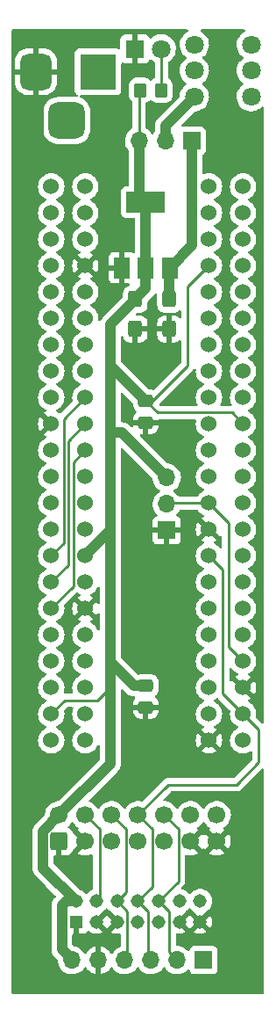
<source format=gbr>
%TF.GenerationSoftware,KiCad,Pcbnew,(6.0.8)*%
%TF.CreationDate,2023-01-14T12:08:14-06:00*%
%TF.ProjectId,xilinix-programming-adapter,78696c69-6e69-4782-9d70-726f6772616d,rev?*%
%TF.SameCoordinates,Original*%
%TF.FileFunction,Copper,L1,Top*%
%TF.FilePolarity,Positive*%
%FSLAX46Y46*%
G04 Gerber Fmt 4.6, Leading zero omitted, Abs format (unit mm)*
G04 Created by KiCad (PCBNEW (6.0.8)) date 2023-01-14 12:08:14*
%MOMM*%
%LPD*%
G01*
G04 APERTURE LIST*
G04 Aperture macros list*
%AMRoundRect*
0 Rectangle with rounded corners*
0 $1 Rounding radius*
0 $2 $3 $4 $5 $6 $7 $8 $9 X,Y pos of 4 corners*
0 Add a 4 corners polygon primitive as box body*
4,1,4,$2,$3,$4,$5,$6,$7,$8,$9,$2,$3,0*
0 Add four circle primitives for the rounded corners*
1,1,$1+$1,$2,$3*
1,1,$1+$1,$4,$5*
1,1,$1+$1,$6,$7*
1,1,$1+$1,$8,$9*
0 Add four rect primitives between the rounded corners*
20,1,$1+$1,$2,$3,$4,$5,0*
20,1,$1+$1,$4,$5,$6,$7,0*
20,1,$1+$1,$6,$7,$8,$9,0*
20,1,$1+$1,$8,$9,$2,$3,0*%
G04 Aperture macros list end*
%TA.AperFunction,SMDPad,CuDef*%
%ADD10RoundRect,0.250000X-0.425000X0.537500X-0.425000X-0.537500X0.425000X-0.537500X0.425000X0.537500X0*%
%TD*%
%TA.AperFunction,SMDPad,CuDef*%
%ADD11RoundRect,0.250000X-0.475000X0.337500X-0.475000X-0.337500X0.475000X-0.337500X0.475000X0.337500X0*%
%TD*%
%TA.AperFunction,ComponentPad*%
%ADD12R,3.500000X3.500000*%
%TD*%
%TA.AperFunction,ComponentPad*%
%ADD13RoundRect,0.750000X-0.750000X-1.000000X0.750000X-1.000000X0.750000X1.000000X-0.750000X1.000000X0*%
%TD*%
%TA.AperFunction,ComponentPad*%
%ADD14RoundRect,0.875000X-0.875000X-0.875000X0.875000X-0.875000X0.875000X0.875000X-0.875000X0.875000X0*%
%TD*%
%TA.AperFunction,SMDPad,CuDef*%
%ADD15RoundRect,0.250000X-0.350000X-0.450000X0.350000X-0.450000X0.350000X0.450000X-0.350000X0.450000X0*%
%TD*%
%TA.AperFunction,ComponentPad*%
%ADD16R,1.700000X1.700000*%
%TD*%
%TA.AperFunction,ComponentPad*%
%ADD17O,1.700000X1.700000*%
%TD*%
%TA.AperFunction,ComponentPad*%
%ADD18C,1.800000*%
%TD*%
%TA.AperFunction,ComponentPad*%
%ADD19R,1.800000X1.800000*%
%TD*%
%TA.AperFunction,SMDPad,CuDef*%
%ADD20R,1.500000X2.000000*%
%TD*%
%TA.AperFunction,SMDPad,CuDef*%
%ADD21R,3.800000X2.000000*%
%TD*%
%TA.AperFunction,ComponentPad*%
%ADD22R,1.308000X1.308000*%
%TD*%
%TA.AperFunction,ComponentPad*%
%ADD23C,1.308000*%
%TD*%
%TA.AperFunction,ComponentPad*%
%ADD24RoundRect,0.250000X0.600000X-0.600000X0.600000X0.600000X-0.600000X0.600000X-0.600000X-0.600000X0*%
%TD*%
%TA.AperFunction,ComponentPad*%
%ADD25C,1.700000*%
%TD*%
%TA.AperFunction,ComponentPad*%
%ADD26C,1.524000*%
%TD*%
%TA.AperFunction,ViaPad*%
%ADD27C,0.800000*%
%TD*%
%TA.AperFunction,Conductor*%
%ADD28C,1.000000*%
%TD*%
%TA.AperFunction,Conductor*%
%ADD29C,0.250000*%
%TD*%
G04 APERTURE END LIST*
D10*
%TO.P,C1,1*%
%TO.N,Net-(C1-Pad1)*%
X140208000Y-82382500D03*
%TO.P,C1,2*%
%TO.N,GND*%
X140208000Y-85257500D03*
%TD*%
D11*
%TO.P,C3,1*%
%TO.N,+3.3V*%
X137922000Y-119612500D03*
%TO.P,C3,2*%
%TO.N,GND*%
X137922000Y-121687500D03*
%TD*%
D12*
%TO.P,J1,1*%
%TO.N,Net-(J1-Pad1)*%
X133299200Y-60477400D03*
D13*
%TO.P,J1,2*%
%TO.N,GND*%
X127299200Y-60477400D03*
D14*
%TO.P,J1,3*%
%TO.N,N/C*%
X130299200Y-65177400D03*
%TD*%
D15*
%TO.P,R1,1*%
%TO.N,+3.3V*%
X137404600Y-62255400D03*
%TO.P,R1,2*%
%TO.N,Net-(D1-Pad2)*%
X139404600Y-62255400D03*
%TD*%
D16*
%TO.P,JP1,1,A*%
%TO.N,Net-(C1-Pad1)*%
X142352000Y-67132200D03*
D17*
%TO.P,JP1,2,C*%
%TO.N,Net-(JP1-Pad2)*%
X139812000Y-67132200D03*
%TO.P,JP1,3,B*%
%TO.N,+3.3V*%
X137272000Y-67132200D03*
%TD*%
D16*
%TO.P,VCCIO,1,A*%
%TO.N,GND*%
X139954000Y-104648000D03*
D17*
%TO.P,VCCIO,2,C*%
%TO.N,/VCCIO*%
X139954000Y-102108000D03*
%TO.P,VCCIO,3,B*%
%TO.N,+3.3V*%
X139954000Y-99568000D03*
%TD*%
D18*
%TO.P,SW1,1,A*%
%TO.N,unconnected-(SW1-Pad1)*%
X142614200Y-57875800D03*
%TO.P,SW1,2,B*%
%TO.N,Net-(J1-Pad1)*%
X142614200Y-60375800D03*
%TO.P,SW1,3,C*%
%TO.N,Net-(JP1-Pad2)*%
X142614200Y-62875800D03*
%TO.P,SW1,4*%
%TO.N,N/C*%
X148114200Y-57875800D03*
%TO.P,SW1,5*%
X148114200Y-60375800D03*
%TO.P,SW1,6*%
X148114200Y-62875800D03*
%TD*%
D10*
%TO.P,C2,1*%
%TO.N,+3.3V*%
X136906000Y-82382500D03*
%TO.P,C2,2*%
%TO.N,GND*%
X136906000Y-85257500D03*
%TD*%
D19*
%TO.P,D1,1,K*%
%TO.N,GND*%
X136880600Y-58267600D03*
D18*
%TO.P,D1,2,A*%
%TO.N,Net-(D1-Pad2)*%
X139420600Y-58267600D03*
%TD*%
D20*
%TO.P,U3,1,GND*%
%TO.N,GND*%
X135622000Y-79350000D03*
%TO.P,U3,2,VO*%
%TO.N,+3.3V*%
X137922000Y-79350000D03*
D21*
X137922000Y-73050000D03*
D20*
%TO.P,U3,3,VI*%
%TO.N,Net-(C1-Pad1)*%
X140222000Y-79350000D03*
%TD*%
D22*
%TO.P,J4,1,Pin_1*%
%TO.N,GND*%
X131160000Y-142351000D03*
D23*
%TO.P,J4,2,Pin_2*%
%TO.N,+3.3V*%
X131160000Y-140351000D03*
%TO.P,J4,3,Pin_3*%
%TO.N,GND*%
X133160000Y-142351000D03*
%TO.P,J4,4,Pin_4*%
%TO.N,/TMS*%
X133160000Y-140351000D03*
%TO.P,J4,5,Pin_5*%
%TO.N,GND*%
X135160000Y-142351000D03*
%TO.P,J4,6,Pin_6*%
%TO.N,/TCK*%
X135160000Y-140351000D03*
%TO.P,J4,7,Pin_7*%
%TO.N,GND*%
X137160000Y-142351000D03*
%TO.P,J4,8,Pin_8*%
%TO.N,/TDO*%
X137160000Y-140351000D03*
%TO.P,J4,9,Pin_9*%
%TO.N,GND*%
X139160000Y-142351000D03*
%TO.P,J4,10,Pin_10*%
%TO.N,/TDI*%
X139160000Y-140351000D03*
%TO.P,J4,11,Pin_11*%
%TO.N,GND*%
X141160000Y-142351000D03*
%TO.P,J4,12,Pin_12*%
%TO.N,unconnected-(J4-Pad12)*%
X141160000Y-140351000D03*
%TO.P,J4,13,Pin_13*%
%TO.N,GND*%
X143160000Y-142351000D03*
%TO.P,J4,14,Pin_14*%
%TO.N,unconnected-(J4-Pad14)*%
X143160000Y-140351000D03*
%TD*%
D11*
%TO.P,C4,1*%
%TO.N,+3.3V*%
X137922000Y-92180500D03*
%TO.P,C4,2*%
%TO.N,GND*%
X137922000Y-94255500D03*
%TD*%
D24*
%TO.P,J2,1,Pin_1*%
%TO.N,GND*%
X129540000Y-134620000D03*
D25*
%TO.P,J2,2,Pin_2*%
%TO.N,+3.3V*%
X129540000Y-132080000D03*
%TO.P,J2,3,Pin_3*%
%TO.N,GND*%
X132080000Y-134620000D03*
%TO.P,J2,4,Pin_4*%
%TO.N,/TMS*%
X132080000Y-132080000D03*
%TO.P,J2,5,Pin_5*%
%TO.N,GND*%
X134620000Y-134620000D03*
%TO.P,J2,6,Pin_6*%
%TO.N,/TCK*%
X134620000Y-132080000D03*
%TO.P,J2,7,Pin_7*%
%TO.N,GND*%
X137160000Y-134620000D03*
%TO.P,J2,8,Pin_8*%
%TO.N,/TDO*%
X137160000Y-132080000D03*
%TO.P,J2,9,Pin_9*%
%TO.N,GND*%
X139700000Y-134620000D03*
%TO.P,J2,10,Pin_10*%
%TO.N,/TDI*%
X139700000Y-132080000D03*
%TO.P,J2,11,Pin_11*%
%TO.N,GND*%
X142240000Y-134620000D03*
%TO.P,J2,12,Pin_12*%
%TO.N,unconnected-(J2-Pad12)*%
X142240000Y-132080000D03*
%TO.P,J2,13,Pin_13*%
%TO.N,GND*%
X144780000Y-134620000D03*
%TO.P,J2,14,Pin_14*%
%TO.N,unconnected-(J2-Pad14)*%
X144780000Y-132080000D03*
%TD*%
D16*
%TO.P,J3,1,Pin_1*%
%TO.N,/TMS*%
X143510000Y-146050000D03*
D17*
%TO.P,J3,2,Pin_2*%
%TO.N,/TDI*%
X140970000Y-146050000D03*
%TO.P,J3,3,Pin_3*%
%TO.N,/TDO*%
X138430000Y-146050000D03*
%TO.P,J3,4,Pin_4*%
%TO.N,/TCK*%
X135890000Y-146050000D03*
%TO.P,J3,5,Pin_5*%
%TO.N,GND*%
X133350000Y-146050000D03*
%TO.P,J3,6,Pin_6*%
%TO.N,+3.3V*%
X130810000Y-146050000D03*
%TD*%
D26*
%TO.P,U2,1,IO1-2*%
%TO.N,unconnected-(U2-Pad1)*%
X128785000Y-71525000D03*
%TO.P,U2,2,IO1-5*%
%TO.N,unconnected-(U2-Pad2)*%
X128785000Y-74065000D03*
%TO.P,U2,3,IO1-6*%
%TO.N,unconnected-(U2-Pad3)*%
X128785000Y-76605000D03*
%TO.P,U2,4,IO1-8*%
%TO.N,unconnected-(U2-Pad4)*%
X128785000Y-79145000D03*
%TO.P,U2,5,IO1-9/GCK1*%
%TO.N,unconnected-(U2-Pad5)*%
X128785000Y-81685000D03*
%TO.P,U2,6,IO1-11/GCK2*%
%TO.N,unconnected-(U2-Pad6)*%
X128785000Y-84225000D03*
%TO.P,U2,7,IO1-14/GCK3*%
%TO.N,unconnected-(U2-Pad7)*%
X128785000Y-86765000D03*
%TO.P,U2,8,IO1-15*%
%TO.N,unconnected-(U2-Pad8)*%
X128785000Y-89305000D03*
%TO.P,U2,9,IO1-17*%
%TO.N,unconnected-(U2-Pad9)*%
X128785000Y-91845000D03*
%TO.P,U2,10,GND*%
%TO.N,GND*%
X128785000Y-94385000D03*
%TO.P,U2,11,IO3-2*%
%TO.N,unconnected-(U2-Pad11)*%
X128785000Y-96925000D03*
%TO.P,U2,12,IO3-5*%
%TO.N,unconnected-(U2-Pad12)*%
X128785000Y-99465000D03*
%TO.P,U2,13,IO3-8*%
%TO.N,unconnected-(U2-Pad13)*%
X128785000Y-102005000D03*
%TO.P,U2,14,IO3-9*%
%TO.N,unconnected-(U2-Pad14)*%
X128785000Y-104545000D03*
%TO.P,U2,15,TDI*%
%TO.N,/TDI*%
X128785000Y-107085000D03*
%TO.P,U2,16,TMS*%
%TO.N,/TMS*%
X128785000Y-109625000D03*
%TO.P,U2,17,TCK*%
%TO.N,/TCK*%
X128785000Y-112165000D03*
%TO.P,U2,18,IO3-11*%
%TO.N,unconnected-(U2-Pad18)*%
X128785000Y-114705000D03*
%TO.P,U2,19,IO3-14*%
%TO.N,unconnected-(U2-Pad19)*%
X128785000Y-117245000D03*
%TO.P,U2,20,IO3-15*%
%TO.N,unconnected-(U2-Pad20)*%
X128785000Y-119785000D03*
%TO.P,U2,21,VCCINT*%
%TO.N,+3.3V*%
X128785000Y-122325000D03*
%TO.P,U2,22,IO3-17*%
%TO.N,unconnected-(U2-Pad22)*%
X128785000Y-124865000D03*
%TO.P,U2,23,GND*%
%TO.N,GND*%
X144025000Y-124865000D03*
%TO.P,U2,24,IO3-16*%
%TO.N,unconnected-(U2-Pad24)*%
X144025000Y-122325000D03*
%TO.P,U2,25,IO4-2*%
%TO.N,unconnected-(U2-Pad25)*%
X144025000Y-119785000D03*
%TO.P,U2,26,IO4-5*%
%TO.N,unconnected-(U2-Pad26)*%
X144025000Y-117245000D03*
%TO.P,U2,27,IO4-8*%
%TO.N,unconnected-(U2-Pad27)*%
X144025000Y-114705000D03*
%TO.P,U2,28,IO4-11*%
%TO.N,unconnected-(U2-Pad28)*%
X144025000Y-112165000D03*
%TO.P,U2,29,IO4-14*%
%TO.N,unconnected-(U2-Pad29)*%
X144025000Y-109625000D03*
%TO.P,U2,30,TDO*%
%TO.N,/TDO*%
X144025000Y-107085000D03*
%TO.P,U2,31,GND*%
%TO.N,GND*%
X144025000Y-104545000D03*
%TO.P,U2,32,VCCIO*%
%TO.N,/VCCIO*%
X144025000Y-102005000D03*
%TO.P,U2,33,IO4-15*%
%TO.N,unconnected-(U2-Pad33)*%
X144025000Y-99465000D03*
%TO.P,U2,34,IO4-17*%
%TO.N,unconnected-(U2-Pad34)*%
X144025000Y-96925000D03*
%TO.P,U2,35,IO2-2*%
%TO.N,unconnected-(U2-Pad35)*%
X144025000Y-94385000D03*
%TO.P,U2,36,IO2-5*%
%TO.N,unconnected-(U2-Pad36)*%
X144025000Y-91845000D03*
%TO.P,U2,37,IO2-6*%
%TO.N,unconnected-(U2-Pad37)*%
X144025000Y-89305000D03*
%TO.P,U2,38,IO2-8*%
%TO.N,unconnected-(U2-Pad38)*%
X144025000Y-86765000D03*
%TO.P,U2,39,IO2-9/GSR*%
%TO.N,unconnected-(U2-Pad39)*%
X144025000Y-84225000D03*
%TO.P,U2,40,IO2-11/GTS2*%
%TO.N,unconnected-(U2-Pad40)*%
X144025000Y-81685000D03*
%TO.P,U2,41,VCCINT*%
%TO.N,+3.3V*%
X144025000Y-79145000D03*
%TO.P,U2,42,IO2-14/GTS1*%
%TO.N,unconnected-(U2-Pad42)*%
X144025000Y-76605000D03*
%TO.P,U2,43,IO2-15*%
%TO.N,unconnected-(U2-Pad43)*%
X144025000Y-74065000D03*
%TO.P,U2,44,IO2-17*%
%TO.N,unconnected-(U2-Pad44)*%
X144025000Y-71525000D03*
%TD*%
%TO.P,U1,1,IO1-14/GCK3*%
%TO.N,unconnected-(U1-Pad1)*%
X132080000Y-71525000D03*
%TO.P,U1,2,IO1-15*%
%TO.N,unconnected-(U1-Pad2)*%
X132080000Y-74065000D03*
%TO.P,U1,3,IO1-17*%
%TO.N,unconnected-(U1-Pad3)*%
X132080000Y-76605000D03*
%TO.P,U1,4,GND*%
%TO.N,GND*%
X132080000Y-79145000D03*
%TO.P,U1,5,IO3-2*%
%TO.N,unconnected-(U1-Pad5)*%
X132080000Y-81685000D03*
%TO.P,U1,6,IO3-5*%
%TO.N,unconnected-(U1-Pad6)*%
X132080000Y-84225000D03*
%TO.P,U1,7,IO3-8*%
%TO.N,unconnected-(U1-Pad7)*%
X132080000Y-86765000D03*
%TO.P,U1,8,IO3-9*%
%TO.N,unconnected-(U1-Pad8)*%
X132080000Y-89305000D03*
%TO.P,U1,9,TDI*%
%TO.N,/TDI*%
X132080000Y-91845000D03*
%TO.P,U1,10,TMS*%
%TO.N,/TMS*%
X132080000Y-94385000D03*
%TO.P,U1,11,TCK*%
%TO.N,/TCK*%
X132080000Y-96925000D03*
%TO.P,U1,12,IO3-11*%
%TO.N,unconnected-(U1-Pad12)*%
X132080000Y-99465000D03*
%TO.P,U1,13,IO3-14*%
%TO.N,unconnected-(U1-Pad13)*%
X132080000Y-102005000D03*
%TO.P,U1,14,IO3-15*%
%TO.N,unconnected-(U1-Pad14)*%
X132080000Y-104545000D03*
%TO.P,U1,15,VCCINT*%
%TO.N,+3.3V*%
X132080000Y-107085000D03*
%TO.P,U1,16,IO3-17*%
%TO.N,unconnected-(U1-Pad16)*%
X132080000Y-109625000D03*
%TO.P,U1,17,GND*%
%TO.N,GND*%
X132080000Y-112165000D03*
%TO.P,U1,18,IO3-16*%
%TO.N,unconnected-(U1-Pad18)*%
X132080000Y-114705000D03*
%TO.P,U1,19,IO4-2*%
%TO.N,unconnected-(U1-Pad19)*%
X132080000Y-117245000D03*
%TO.P,U1,20,IO4-5*%
%TO.N,unconnected-(U1-Pad20)*%
X132080000Y-119785000D03*
%TO.P,U1,21,IO4-8*%
%TO.N,unconnected-(U1-Pad21)*%
X132080000Y-122325000D03*
%TO.P,U1,22,IO4-11*%
%TO.N,unconnected-(U1-Pad22)*%
X132080000Y-124865000D03*
%TO.P,U1,23,IO4-14*%
%TO.N,unconnected-(U1-Pad23)*%
X147320000Y-124865000D03*
%TO.P,U1,24,TDO*%
%TO.N,/TDO*%
X147320000Y-122325000D03*
%TO.P,U1,25,GND*%
%TO.N,GND*%
X147320000Y-119785000D03*
%TO.P,U1,26,VCCIO*%
%TO.N,/VCCIO*%
X147320000Y-117245000D03*
%TO.P,U1,27,IO4-15*%
%TO.N,unconnected-(U1-Pad27)*%
X147320000Y-114705000D03*
%TO.P,U1,28,IO4-17*%
%TO.N,unconnected-(U1-Pad28)*%
X147320000Y-112165000D03*
%TO.P,U1,29,IO2-2*%
%TO.N,unconnected-(U1-Pad29)*%
X147320000Y-109625000D03*
%TO.P,U1,30,IO2-5*%
%TO.N,unconnected-(U1-Pad30)*%
X147320000Y-107085000D03*
%TO.P,U1,31,IO2-6*%
%TO.N,unconnected-(U1-Pad31)*%
X147320000Y-104545000D03*
%TO.P,U1,32,IO2-8*%
%TO.N,unconnected-(U1-Pad32)*%
X147320000Y-102005000D03*
%TO.P,U1,33,IO2-9/GSR*%
%TO.N,unconnected-(U1-Pad33)*%
X147320000Y-99465000D03*
%TO.P,U1,34,IO2-11/GTS2*%
%TO.N,unconnected-(U1-Pad34)*%
X147320000Y-96925000D03*
%TO.P,U1,35,VCCINT*%
%TO.N,+3.3V*%
X147320000Y-94385000D03*
%TO.P,U1,36,IO2-14/GTS1*%
%TO.N,unconnected-(U1-Pad36)*%
X147320000Y-91845000D03*
%TO.P,U1,37,IO2-15*%
%TO.N,unconnected-(U1-Pad37)*%
X147320000Y-89305000D03*
%TO.P,U1,38,IO2-17*%
%TO.N,unconnected-(U1-Pad38)*%
X147320000Y-86765000D03*
%TO.P,U1,39,IO1-2*%
%TO.N,unconnected-(U1-Pad39)*%
X147320000Y-84225000D03*
%TO.P,U1,40,IO1-5*%
%TO.N,unconnected-(U1-Pad40)*%
X147320000Y-81685000D03*
%TO.P,U1,41,IO1-6*%
%TO.N,unconnected-(U1-Pad41)*%
X147320000Y-79145000D03*
%TO.P,U1,42,IO1-8*%
%TO.N,unconnected-(U1-Pad42)*%
X147320000Y-76605000D03*
%TO.P,U1,43,IO1-9/GCK1*%
%TO.N,unconnected-(U1-Pad43)*%
X147320000Y-74065000D03*
%TO.P,U1,44,IO1-11/GCK2*%
%TO.N,unconnected-(U1-Pad44)*%
X147320000Y-71525000D03*
%TD*%
D27*
%TO.N,GND*%
X140081000Y-88265000D03*
X141478000Y-91567000D03*
X137668000Y-88138000D03*
X140462000Y-95504000D03*
%TD*%
D28*
%TO.N,Net-(C1-Pad1)*%
X142352000Y-77220000D02*
X140222000Y-79350000D01*
X140208000Y-82382500D02*
X140208000Y-79364000D01*
X140208000Y-79364000D02*
X140222000Y-79350000D01*
X142352000Y-67132200D02*
X142352000Y-77220000D01*
%TO.N,+3.3V*%
X134493000Y-88138000D02*
X134493000Y-95250000D01*
X137922000Y-79350000D02*
X137922000Y-81366500D01*
X137922000Y-81366500D02*
X136906000Y-82382500D01*
D29*
X141986000Y-88773000D02*
X138578500Y-92180500D01*
D28*
X127990000Y-137181000D02*
X131160000Y-140351000D01*
X134493000Y-119761000D02*
X134493000Y-127127000D01*
X129806000Y-145046000D02*
X130810000Y-146050000D01*
X137922000Y-73050000D02*
X137922000Y-79350000D01*
X130235105Y-140351000D02*
X129806000Y-140780105D01*
X127990000Y-133626497D02*
X127990000Y-137181000D01*
D29*
X137404600Y-62255400D02*
X137272000Y-62388000D01*
D28*
X134263000Y-104902000D02*
X134493000Y-104902000D01*
X134493000Y-104902000D02*
X134493000Y-117348000D01*
X137272000Y-72400000D02*
X137922000Y-73050000D01*
X136906000Y-82423000D02*
X134493000Y-84836000D01*
D29*
X144025000Y-79145000D02*
X141986000Y-81184000D01*
X133223000Y-121031000D02*
X134493000Y-119761000D01*
D28*
X132080000Y-107085000D02*
X134263000Y-104902000D01*
X129806000Y-140780105D02*
X129806000Y-145046000D01*
X131160000Y-140351000D02*
X130235105Y-140351000D01*
X134493000Y-84836000D02*
X134493000Y-88138000D01*
X135636000Y-95250000D02*
X139954000Y-99568000D01*
D29*
X139039500Y-93298000D02*
X137922000Y-92180500D01*
D28*
X134493000Y-88751500D02*
X137922000Y-92180500D01*
X137922000Y-119612500D02*
X136757500Y-119612500D01*
X129540000Y-132080000D02*
X129536497Y-132080000D01*
D29*
X147320000Y-94385000D02*
X146233000Y-93298000D01*
X128785000Y-122325000D02*
X130079000Y-121031000D01*
D28*
X134493000Y-117348000D02*
X134493000Y-119761000D01*
X136906000Y-82382500D02*
X136906000Y-82423000D01*
X129536497Y-132080000D02*
X127990000Y-133626497D01*
D29*
X138578500Y-92180500D02*
X137922000Y-92180500D01*
D28*
X136757500Y-119612500D02*
X134493000Y-117348000D01*
X137272000Y-67132200D02*
X137272000Y-72400000D01*
D29*
X146233000Y-93298000D02*
X139039500Y-93298000D01*
X130079000Y-121031000D02*
X133223000Y-121031000D01*
D28*
X134493000Y-88138000D02*
X134493000Y-88751500D01*
D29*
X141986000Y-81184000D02*
X141986000Y-88773000D01*
D28*
X134493000Y-127127000D02*
X129540000Y-132080000D01*
D29*
X137272000Y-62388000D02*
X137272000Y-67132200D01*
D28*
X134493000Y-95250000D02*
X135636000Y-95250000D01*
X134493000Y-95250000D02*
X134493000Y-104902000D01*
D29*
%TO.N,/TMS*%
X130429000Y-107981000D02*
X128785000Y-109625000D01*
X132080000Y-132080000D02*
X133445000Y-133445000D01*
X132080000Y-94385000D02*
X130429000Y-96036000D01*
X133445000Y-133445000D02*
X133445000Y-140066000D01*
X130429000Y-96036000D02*
X130429000Y-107981000D01*
X133445000Y-140066000D02*
X133160000Y-140351000D01*
%TO.N,/TCK*%
X136139000Y-141330000D02*
X136139000Y-145801000D01*
X134620000Y-132080000D02*
X135985000Y-133445000D01*
X130911600Y-110038400D02*
X128785000Y-112165000D01*
X130911600Y-98093400D02*
X130911600Y-110038400D01*
X132080000Y-96925000D02*
X130911600Y-98093400D01*
X135160000Y-140351000D02*
X136139000Y-141330000D01*
X135985000Y-139526000D02*
X135160000Y-140351000D01*
X135985000Y-133445000D02*
X135985000Y-139526000D01*
X136139000Y-145801000D02*
X135890000Y-146050000D01*
%TO.N,/TDO*%
X140081000Y-129159000D02*
X137160000Y-132080000D01*
X148844000Y-127000000D02*
X146685000Y-129159000D01*
X138181000Y-141372000D02*
X138181000Y-145801000D01*
X138525000Y-138986000D02*
X137160000Y-140351000D01*
X144025000Y-107085000D02*
X145364200Y-108424200D01*
X137160000Y-140351000D02*
X138181000Y-141372000D01*
X147320000Y-122325000D02*
X148844000Y-123849000D01*
X138181000Y-145801000D02*
X138430000Y-146050000D01*
X145364200Y-108424200D02*
X145364200Y-120369200D01*
X148844000Y-123849000D02*
X148844000Y-127000000D01*
X137160000Y-132080000D02*
X138525000Y-133445000D01*
X145364200Y-120369200D02*
X147320000Y-122325000D01*
X146685000Y-129159000D02*
X140081000Y-129159000D01*
X138525000Y-133445000D02*
X138525000Y-138986000D01*
%TO.N,/TDI*%
X141065000Y-138446000D02*
X139160000Y-140351000D01*
X140181000Y-141372000D02*
X140181000Y-145261000D01*
X129979000Y-93946000D02*
X129979000Y-105891000D01*
X139700000Y-132080000D02*
X141065000Y-133445000D01*
X129979000Y-105891000D02*
X128785000Y-107085000D01*
X140181000Y-145261000D02*
X140970000Y-146050000D01*
X139160000Y-140351000D02*
X140181000Y-141372000D01*
X132080000Y-91845000D02*
X129979000Y-93946000D01*
X141065000Y-133445000D02*
X141065000Y-138446000D01*
%TO.N,/VCCIO*%
X140057000Y-102005000D02*
X139954000Y-102108000D01*
X144025000Y-102005000D02*
X145923000Y-103903000D01*
X145923000Y-115848000D02*
X147320000Y-117245000D01*
X145923000Y-103903000D02*
X145923000Y-115848000D01*
X144025000Y-102005000D02*
X140057000Y-102005000D01*
%TO.N,Net-(D1-Pad2)*%
X139420600Y-58267600D02*
X139420600Y-62239400D01*
X139420600Y-62239400D02*
X139404600Y-62255400D01*
D28*
%TO.N,Net-(JP1-Pad2)*%
X139812000Y-65678000D02*
X142614200Y-62875800D01*
X139812000Y-67132200D02*
X139812000Y-65678000D01*
%TD*%
%TA.AperFunction,Conductor*%
%TO.N,GND*%
G36*
X141973957Y-56408502D02*
G01*
X142020450Y-56462158D01*
X142030554Y-56532432D01*
X142001060Y-56597012D01*
X141964016Y-56626263D01*
X141861072Y-56679852D01*
X141856939Y-56682955D01*
X141856936Y-56682957D01*
X141831825Y-56701811D01*
X141675855Y-56818917D01*
X141636625Y-56859969D01*
X141538072Y-56963099D01*
X141515839Y-56986364D01*
X141512925Y-56990636D01*
X141512924Y-56990637D01*
X141498436Y-57011876D01*
X141385319Y-57177699D01*
X141287802Y-57387781D01*
X141225907Y-57610969D01*
X141201295Y-57841269D01*
X141201592Y-57846422D01*
X141201592Y-57846425D01*
X141207267Y-57944841D01*
X141214627Y-58072497D01*
X141215764Y-58077543D01*
X141215765Y-58077549D01*
X141247620Y-58218900D01*
X141265546Y-58298442D01*
X141267488Y-58303224D01*
X141267489Y-58303228D01*
X141336633Y-58473509D01*
X141352684Y-58513037D01*
X141473701Y-58710519D01*
X141625347Y-58885584D01*
X141757762Y-58995517D01*
X141800662Y-59031133D01*
X141840297Y-59090035D01*
X141841795Y-59161016D01*
X141804681Y-59221539D01*
X141795830Y-59228837D01*
X141724779Y-59282184D01*
X141675855Y-59318917D01*
X141612642Y-59385066D01*
X141586588Y-59412330D01*
X141515839Y-59486364D01*
X141512925Y-59490636D01*
X141512924Y-59490637D01*
X141488957Y-59525772D01*
X141385319Y-59677699D01*
X141287802Y-59887781D01*
X141225907Y-60110969D01*
X141201295Y-60341269D01*
X141201592Y-60346422D01*
X141201592Y-60346425D01*
X141207267Y-60444841D01*
X141214627Y-60572497D01*
X141215764Y-60577543D01*
X141215765Y-60577549D01*
X141247941Y-60720323D01*
X141265546Y-60798442D01*
X141267488Y-60803224D01*
X141267489Y-60803228D01*
X141350740Y-61008250D01*
X141352684Y-61013037D01*
X141473701Y-61210519D01*
X141625347Y-61385584D01*
X141749192Y-61488402D01*
X141800662Y-61531133D01*
X141840297Y-61590035D01*
X141841795Y-61661016D01*
X141804681Y-61721539D01*
X141795830Y-61728837D01*
X141756700Y-61758217D01*
X141675855Y-61818917D01*
X141515839Y-61986364D01*
X141512925Y-61990636D01*
X141512924Y-61990637D01*
X141497352Y-62013465D01*
X141385319Y-62177699D01*
X141287802Y-62387781D01*
X141225907Y-62610969D01*
X141212631Y-62735193D01*
X141203486Y-62820765D01*
X141176358Y-62886375D01*
X141167294Y-62896471D01*
X139142621Y-64921145D01*
X139132478Y-64930247D01*
X139102975Y-64953968D01*
X139099008Y-64958696D01*
X139070709Y-64992421D01*
X139067528Y-64996069D01*
X139065885Y-64997881D01*
X139063691Y-65000075D01*
X139036358Y-65033349D01*
X139035696Y-65034147D01*
X138975846Y-65105474D01*
X138973278Y-65110144D01*
X138969897Y-65114261D01*
X138938860Y-65172145D01*
X138926023Y-65196086D01*
X138925394Y-65197245D01*
X138883538Y-65273381D01*
X138883535Y-65273389D01*
X138880567Y-65278787D01*
X138878955Y-65283869D01*
X138876438Y-65288563D01*
X138849238Y-65377531D01*
X138848918Y-65378559D01*
X138820765Y-65467306D01*
X138820171Y-65472602D01*
X138818613Y-65477698D01*
X138817990Y-65483834D01*
X138809218Y-65570187D01*
X138809089Y-65571393D01*
X138803500Y-65621227D01*
X138803500Y-65624754D01*
X138803445Y-65625739D01*
X138802998Y-65631419D01*
X138798626Y-65674462D01*
X138799206Y-65680593D01*
X138802941Y-65720109D01*
X138803500Y-65731967D01*
X138803500Y-66170581D01*
X138783498Y-66238702D01*
X138768594Y-66257632D01*
X138752629Y-66274338D01*
X138645201Y-66431821D01*
X138590293Y-66476821D01*
X138519768Y-66484992D01*
X138456021Y-66453738D01*
X138435324Y-66429254D01*
X138354822Y-66304817D01*
X138354820Y-66304814D01*
X138352014Y-66300477D01*
X138201670Y-66135251D01*
X138197619Y-66132052D01*
X138197615Y-66132048D01*
X138030414Y-66000000D01*
X138030410Y-65999998D01*
X138026359Y-65996798D01*
X138021835Y-65994301D01*
X138021831Y-65994298D01*
X137970608Y-65966022D01*
X137920636Y-65915590D01*
X137905500Y-65855713D01*
X137905500Y-63545474D01*
X137925502Y-63477353D01*
X137979158Y-63430860D01*
X137991623Y-63425951D01*
X138071593Y-63399270D01*
X138071595Y-63399269D01*
X138078546Y-63396950D01*
X138228948Y-63303878D01*
X138315384Y-63217291D01*
X138377666Y-63183212D01*
X138448486Y-63188215D01*
X138493576Y-63217136D01*
X138581297Y-63304705D01*
X138587527Y-63308545D01*
X138587528Y-63308546D01*
X138724690Y-63393094D01*
X138731862Y-63397515D01*
X138741531Y-63400722D01*
X138893211Y-63451032D01*
X138893213Y-63451032D01*
X138899739Y-63453197D01*
X138906575Y-63453897D01*
X138906578Y-63453898D01*
X138949631Y-63458309D01*
X139004200Y-63463900D01*
X139805000Y-63463900D01*
X139808246Y-63463563D01*
X139808250Y-63463563D01*
X139903908Y-63453638D01*
X139903912Y-63453637D01*
X139910766Y-63452926D01*
X139917302Y-63450745D01*
X139917304Y-63450745D01*
X140067240Y-63400722D01*
X140078546Y-63396950D01*
X140228948Y-63303878D01*
X140353905Y-63178703D01*
X140404591Y-63096475D01*
X140442875Y-63034368D01*
X140442876Y-63034366D01*
X140446715Y-63028138D01*
X140482917Y-62918991D01*
X140500232Y-62866789D01*
X140500232Y-62866787D01*
X140502397Y-62860261D01*
X140513100Y-62755800D01*
X140513100Y-61755000D01*
X140512763Y-61751750D01*
X140502838Y-61656092D01*
X140502837Y-61656088D01*
X140502126Y-61649234D01*
X140446150Y-61481454D01*
X140353078Y-61331052D01*
X140227903Y-61206095D01*
X140113984Y-61135874D01*
X140066491Y-61083102D01*
X140054100Y-61028614D01*
X140054100Y-59604352D01*
X140074102Y-59536231D01*
X140124668Y-59491201D01*
X140134541Y-59486364D01*
X140139643Y-59483865D01*
X140139647Y-59483863D01*
X140144284Y-59481591D01*
X140148488Y-59478593D01*
X140148492Y-59478590D01*
X140234222Y-59417439D01*
X140332843Y-59347094D01*
X140496903Y-59183605D01*
X140632058Y-58995517D01*
X140651938Y-58955294D01*
X140732384Y-58792522D01*
X140732385Y-58792520D01*
X140734678Y-58787880D01*
X140802008Y-58566271D01*
X140832240Y-58336641D01*
X140832322Y-58333291D01*
X140833845Y-58270965D01*
X140833845Y-58270961D01*
X140833927Y-58267600D01*
X140817462Y-58067329D01*
X140815373Y-58041918D01*
X140815372Y-58041912D01*
X140814949Y-58036767D01*
X140767139Y-57846425D01*
X140759784Y-57817144D01*
X140759783Y-57817140D01*
X140758525Y-57812133D01*
X140685839Y-57644967D01*
X140668230Y-57604468D01*
X140668228Y-57604465D01*
X140666170Y-57599731D01*
X140540364Y-57405265D01*
X140520197Y-57383101D01*
X140459243Y-57316114D01*
X140384487Y-57233958D01*
X140380436Y-57230759D01*
X140380432Y-57230755D01*
X140206777Y-57093611D01*
X140206772Y-57093608D01*
X140202723Y-57090410D01*
X140198207Y-57087917D01*
X140198204Y-57087915D01*
X140004479Y-56980973D01*
X140004475Y-56980971D01*
X139999955Y-56978476D01*
X139995086Y-56976752D01*
X139995082Y-56976750D01*
X139786503Y-56902888D01*
X139786499Y-56902887D01*
X139781628Y-56901162D01*
X139776535Y-56900255D01*
X139776532Y-56900254D01*
X139558695Y-56861451D01*
X139558689Y-56861450D01*
X139553606Y-56860545D01*
X139476244Y-56859600D01*
X139327181Y-56857779D01*
X139327179Y-56857779D01*
X139322011Y-56857716D01*
X139093064Y-56892750D01*
X138872914Y-56964706D01*
X138868326Y-56967094D01*
X138868322Y-56967096D01*
X138672061Y-57069263D01*
X138667472Y-57071652D01*
X138663339Y-57074755D01*
X138663336Y-57074757D01*
X138491743Y-57203593D01*
X138482255Y-57210717D01*
X138478683Y-57214455D01*
X138464387Y-57229415D01*
X138402863Y-57264845D01*
X138331951Y-57261388D01*
X138274164Y-57220143D01*
X138255311Y-57186594D01*
X138233924Y-57129546D01*
X138225386Y-57113951D01*
X138148885Y-57011876D01*
X138136324Y-56999315D01*
X138034249Y-56922814D01*
X138018654Y-56914276D01*
X137898206Y-56869122D01*
X137882951Y-56865495D01*
X137832086Y-56859969D01*
X137825272Y-56859600D01*
X137152715Y-56859600D01*
X137137476Y-56864075D01*
X137136271Y-56865465D01*
X137134600Y-56873148D01*
X137134600Y-59657484D01*
X137139075Y-59672723D01*
X137140465Y-59673928D01*
X137148148Y-59675599D01*
X137825269Y-59675599D01*
X137832090Y-59675229D01*
X137882952Y-59669705D01*
X137898204Y-59666079D01*
X138018654Y-59620924D01*
X138034249Y-59612386D01*
X138136324Y-59535885D01*
X138148885Y-59523324D01*
X138225386Y-59421249D01*
X138233924Y-59405654D01*
X138255373Y-59348440D01*
X138298015Y-59291675D01*
X138364577Y-59266976D01*
X138433925Y-59282184D01*
X138453840Y-59295726D01*
X138514373Y-59345981D01*
X138609949Y-59425330D01*
X138714397Y-59486364D01*
X138724670Y-59492367D01*
X138773394Y-59544005D01*
X138787100Y-59601155D01*
X138787100Y-61008718D01*
X138767098Y-61076839D01*
X138727404Y-61115861D01*
X138580252Y-61206922D01*
X138575079Y-61212104D01*
X138493816Y-61293509D01*
X138431534Y-61327588D01*
X138360714Y-61322585D01*
X138315625Y-61293664D01*
X138233083Y-61211266D01*
X138227903Y-61206095D01*
X138113984Y-61135874D01*
X138083568Y-61117125D01*
X138083566Y-61117124D01*
X138077338Y-61113285D01*
X137916854Y-61060055D01*
X137915989Y-61059768D01*
X137915987Y-61059768D01*
X137909461Y-61057603D01*
X137902625Y-61056903D01*
X137902622Y-61056902D01*
X137859569Y-61052491D01*
X137805000Y-61046900D01*
X137004200Y-61046900D01*
X137000954Y-61047237D01*
X137000950Y-61047237D01*
X136905292Y-61057162D01*
X136905288Y-61057163D01*
X136898434Y-61057874D01*
X136891898Y-61060055D01*
X136891896Y-61060055D01*
X136787100Y-61095018D01*
X136730654Y-61113850D01*
X136580252Y-61206922D01*
X136455295Y-61332097D01*
X136451455Y-61338327D01*
X136451454Y-61338328D01*
X136420290Y-61388886D01*
X136362485Y-61482662D01*
X136306803Y-61650539D01*
X136306103Y-61657375D01*
X136306102Y-61657378D01*
X136303096Y-61686720D01*
X136296100Y-61755000D01*
X136296100Y-62755800D01*
X136296437Y-62759046D01*
X136296437Y-62759050D01*
X136302841Y-62820765D01*
X136307074Y-62861566D01*
X136309255Y-62868102D01*
X136309255Y-62868104D01*
X136327164Y-62921783D01*
X136363050Y-63029346D01*
X136456122Y-63179748D01*
X136461304Y-63184921D01*
X136576118Y-63299536D01*
X136576123Y-63299540D01*
X136581297Y-63304705D01*
X136587527Y-63308545D01*
X136590590Y-63310964D01*
X136631654Y-63368880D01*
X136638500Y-63409847D01*
X136638500Y-65853892D01*
X136618498Y-65922013D01*
X136570683Y-65965653D01*
X136545607Y-65978707D01*
X136541474Y-65981810D01*
X136541471Y-65981812D01*
X136389740Y-66095735D01*
X136366965Y-66112835D01*
X136363393Y-66116573D01*
X136246684Y-66238702D01*
X136212629Y-66274338D01*
X136086743Y-66458880D01*
X136039715Y-66560193D01*
X135996937Y-66652352D01*
X135992688Y-66661505D01*
X135932989Y-66876770D01*
X135909251Y-67098895D01*
X135922110Y-67321915D01*
X135923247Y-67326961D01*
X135923248Y-67326967D01*
X135937184Y-67388802D01*
X135971222Y-67539839D01*
X136055266Y-67746816D01*
X136092685Y-67807878D01*
X136169291Y-67932888D01*
X136171987Y-67937288D01*
X136175367Y-67941190D01*
X136232737Y-68007419D01*
X136262220Y-68072004D01*
X136263500Y-68089917D01*
X136263500Y-71415500D01*
X136243498Y-71483621D01*
X136189842Y-71530114D01*
X136137500Y-71541500D01*
X135973866Y-71541500D01*
X135911684Y-71548255D01*
X135775295Y-71599385D01*
X135658739Y-71686739D01*
X135571385Y-71803295D01*
X135520255Y-71939684D01*
X135513500Y-72001866D01*
X135513500Y-74098134D01*
X135520255Y-74160316D01*
X135571385Y-74296705D01*
X135658739Y-74413261D01*
X135775295Y-74500615D01*
X135911684Y-74551745D01*
X135973866Y-74558500D01*
X136787500Y-74558500D01*
X136855621Y-74578502D01*
X136902114Y-74632158D01*
X136913500Y-74684500D01*
X136913500Y-77845198D01*
X136893498Y-77913319D01*
X136863068Y-77946021D01*
X136847145Y-77957955D01*
X136780641Y-77982801D01*
X136711259Y-77967748D01*
X136696018Y-77957953D01*
X136625648Y-77905214D01*
X136610054Y-77896676D01*
X136489606Y-77851522D01*
X136474351Y-77847895D01*
X136423486Y-77842369D01*
X136416672Y-77842000D01*
X135894115Y-77842000D01*
X135878876Y-77846475D01*
X135877671Y-77847865D01*
X135876000Y-77855548D01*
X135876000Y-80839884D01*
X135880475Y-80855123D01*
X135881865Y-80856328D01*
X135889548Y-80857999D01*
X136266827Y-80857999D01*
X136334948Y-80878001D01*
X136381441Y-80931657D01*
X136391545Y-81001931D01*
X136362051Y-81066511D01*
X136306703Y-81103523D01*
X136157054Y-81153450D01*
X136006652Y-81246522D01*
X135881695Y-81371697D01*
X135877855Y-81377927D01*
X135877854Y-81377928D01*
X135818846Y-81473657D01*
X135788885Y-81522262D01*
X135786581Y-81529209D01*
X135741061Y-81666449D01*
X135733203Y-81690139D01*
X135722500Y-81794600D01*
X135722500Y-82128075D01*
X135702498Y-82196196D01*
X135685595Y-82217170D01*
X133823621Y-84079145D01*
X133813478Y-84088247D01*
X133783975Y-84111968D01*
X133751709Y-84150421D01*
X133748528Y-84154069D01*
X133746885Y-84155881D01*
X133744691Y-84158075D01*
X133717358Y-84191349D01*
X133716696Y-84192147D01*
X133656846Y-84263474D01*
X133654278Y-84268144D01*
X133650897Y-84272261D01*
X133621373Y-84327324D01*
X133607023Y-84354086D01*
X133606394Y-84355245D01*
X133582337Y-84399005D01*
X133531992Y-84449064D01*
X133462575Y-84463958D01*
X133396126Y-84438957D01*
X133353741Y-84382001D01*
X133346401Y-84327324D01*
X133354874Y-84230475D01*
X133355353Y-84225000D01*
X133335978Y-84003537D01*
X133278440Y-83788804D01*
X133244457Y-83715927D01*
X133186814Y-83592311D01*
X133186811Y-83592306D01*
X133184488Y-83587324D01*
X133094895Y-83459371D01*
X133060136Y-83409730D01*
X133060134Y-83409727D01*
X133056977Y-83405219D01*
X132899781Y-83248023D01*
X132895273Y-83244866D01*
X132895270Y-83244864D01*
X132774320Y-83160174D01*
X132717677Y-83120512D01*
X132712695Y-83118189D01*
X132712690Y-83118186D01*
X132619778Y-83074861D01*
X132607627Y-83069195D01*
X132554342Y-83022278D01*
X132534881Y-82954001D01*
X132555423Y-82886041D01*
X132607627Y-82840805D01*
X132712690Y-82791814D01*
X132712695Y-82791811D01*
X132717677Y-82789488D01*
X132877718Y-82677426D01*
X132895270Y-82665136D01*
X132895273Y-82665134D01*
X132899781Y-82661977D01*
X133056977Y-82504781D01*
X133184488Y-82322676D01*
X133186811Y-82317694D01*
X133186814Y-82317689D01*
X133276117Y-82126178D01*
X133276118Y-82126177D01*
X133278440Y-82121196D01*
X133280302Y-82114249D01*
X133325323Y-81946226D01*
X133335978Y-81906463D01*
X133355353Y-81685000D01*
X133335978Y-81463537D01*
X133278440Y-81248804D01*
X133210903Y-81103970D01*
X133186814Y-81052311D01*
X133186811Y-81052306D01*
X133184488Y-81047324D01*
X133181331Y-81042815D01*
X133060136Y-80869730D01*
X133060134Y-80869727D01*
X133056977Y-80865219D01*
X132899781Y-80708023D01*
X132895273Y-80704866D01*
X132895270Y-80704864D01*
X132784331Y-80627184D01*
X132717677Y-80580512D01*
X132712695Y-80578189D01*
X132712690Y-80578186D01*
X132607035Y-80528919D01*
X132553750Y-80482002D01*
X132534289Y-80413725D01*
X132540049Y-80394669D01*
X134364001Y-80394669D01*
X134364371Y-80401490D01*
X134369895Y-80452352D01*
X134373521Y-80467604D01*
X134418676Y-80588054D01*
X134427214Y-80603649D01*
X134503715Y-80705724D01*
X134516276Y-80718285D01*
X134618351Y-80794786D01*
X134633946Y-80803324D01*
X134754394Y-80848478D01*
X134769649Y-80852105D01*
X134820514Y-80857631D01*
X134827328Y-80858000D01*
X135349885Y-80858000D01*
X135365124Y-80853525D01*
X135366329Y-80852135D01*
X135368000Y-80844452D01*
X135368000Y-79622115D01*
X135363525Y-79606876D01*
X135362135Y-79605671D01*
X135354452Y-79604000D01*
X134382116Y-79604000D01*
X134366877Y-79608475D01*
X134365672Y-79609865D01*
X134364001Y-79617548D01*
X134364001Y-80394669D01*
X132540049Y-80394669D01*
X132554831Y-80345765D01*
X132607035Y-80300529D01*
X132712445Y-80251376D01*
X132721931Y-80245898D01*
X132765764Y-80215207D01*
X132774139Y-80204729D01*
X132767071Y-80191281D01*
X132092812Y-79517022D01*
X132078868Y-79509408D01*
X132077035Y-79509539D01*
X132070420Y-79513790D01*
X131392207Y-80192003D01*
X131385777Y-80203777D01*
X131395074Y-80215793D01*
X131438069Y-80245898D01*
X131447555Y-80251376D01*
X131552965Y-80300529D01*
X131606250Y-80347446D01*
X131625711Y-80415723D01*
X131605169Y-80483683D01*
X131552965Y-80528919D01*
X131447311Y-80578186D01*
X131447306Y-80578189D01*
X131442324Y-80580512D01*
X131437817Y-80583668D01*
X131437815Y-80583669D01*
X131264730Y-80704864D01*
X131264727Y-80704866D01*
X131260219Y-80708023D01*
X131103023Y-80865219D01*
X131099866Y-80869727D01*
X131099864Y-80869730D01*
X130978669Y-81042815D01*
X130975512Y-81047324D01*
X130973189Y-81052306D01*
X130973186Y-81052311D01*
X130949097Y-81103970D01*
X130881560Y-81248804D01*
X130824022Y-81463537D01*
X130804647Y-81685000D01*
X130824022Y-81906463D01*
X130834677Y-81946226D01*
X130879699Y-82114249D01*
X130881560Y-82121196D01*
X130883882Y-82126177D01*
X130883883Y-82126178D01*
X130973186Y-82317689D01*
X130973189Y-82317694D01*
X130975512Y-82322676D01*
X131103023Y-82504781D01*
X131260219Y-82661977D01*
X131264727Y-82665134D01*
X131264730Y-82665136D01*
X131282282Y-82677426D01*
X131442323Y-82789488D01*
X131447305Y-82791811D01*
X131447310Y-82791814D01*
X131552373Y-82840805D01*
X131605658Y-82887722D01*
X131625119Y-82955999D01*
X131604577Y-83023959D01*
X131552373Y-83069195D01*
X131447311Y-83118186D01*
X131447306Y-83118189D01*
X131442324Y-83120512D01*
X131437817Y-83123668D01*
X131437815Y-83123669D01*
X131264730Y-83244864D01*
X131264727Y-83244866D01*
X131260219Y-83248023D01*
X131103023Y-83405219D01*
X131099866Y-83409727D01*
X131099864Y-83409730D01*
X131065105Y-83459371D01*
X130975512Y-83587324D01*
X130973189Y-83592306D01*
X130973186Y-83592311D01*
X130915543Y-83715927D01*
X130881560Y-83788804D01*
X130824022Y-84003537D01*
X130804647Y-84225000D01*
X130824022Y-84446463D01*
X130881560Y-84661196D01*
X130883882Y-84666177D01*
X130883883Y-84666178D01*
X130973186Y-84857689D01*
X130973189Y-84857694D01*
X130975512Y-84862676D01*
X130978668Y-84867183D01*
X130978669Y-84867185D01*
X131074118Y-85003500D01*
X131103023Y-85044781D01*
X131260219Y-85201977D01*
X131264727Y-85205134D01*
X131264730Y-85205136D01*
X131334137Y-85253735D01*
X131442323Y-85329488D01*
X131447305Y-85331811D01*
X131447310Y-85331814D01*
X131552373Y-85380805D01*
X131605658Y-85427722D01*
X131625119Y-85495999D01*
X131604577Y-85563959D01*
X131552373Y-85609195D01*
X131447311Y-85658186D01*
X131447306Y-85658189D01*
X131442324Y-85660512D01*
X131437817Y-85663668D01*
X131437815Y-85663669D01*
X131264730Y-85784864D01*
X131264727Y-85784866D01*
X131260219Y-85788023D01*
X131103023Y-85945219D01*
X131099866Y-85949727D01*
X131099864Y-85949730D01*
X130987239Y-86110576D01*
X130975512Y-86127324D01*
X130973189Y-86132306D01*
X130973186Y-86132311D01*
X130896122Y-86297576D01*
X130881560Y-86328804D01*
X130824022Y-86543537D01*
X130804647Y-86765000D01*
X130824022Y-86986463D01*
X130881560Y-87201196D01*
X130883882Y-87206177D01*
X130883883Y-87206178D01*
X130973186Y-87397689D01*
X130973189Y-87397694D01*
X130975512Y-87402676D01*
X131103023Y-87584781D01*
X131260219Y-87741977D01*
X131264727Y-87745134D01*
X131264730Y-87745136D01*
X131340495Y-87798187D01*
X131442323Y-87869488D01*
X131447305Y-87871811D01*
X131447310Y-87871814D01*
X131552373Y-87920805D01*
X131605658Y-87967722D01*
X131625119Y-88035999D01*
X131604577Y-88103959D01*
X131552373Y-88149195D01*
X131447311Y-88198186D01*
X131447306Y-88198189D01*
X131442324Y-88200512D01*
X131437817Y-88203668D01*
X131437815Y-88203669D01*
X131264730Y-88324864D01*
X131264727Y-88324866D01*
X131260219Y-88328023D01*
X131103023Y-88485219D01*
X131099866Y-88489727D01*
X131099864Y-88489730D01*
X130978669Y-88662815D01*
X130975512Y-88667324D01*
X130973189Y-88672306D01*
X130973186Y-88672311D01*
X130886612Y-88857970D01*
X130881560Y-88868804D01*
X130824022Y-89083537D01*
X130804647Y-89305000D01*
X130824022Y-89526463D01*
X130881560Y-89741196D01*
X130883882Y-89746177D01*
X130883883Y-89746178D01*
X130973186Y-89937689D01*
X130973189Y-89937694D01*
X130975512Y-89942676D01*
X131103023Y-90124781D01*
X131260219Y-90281977D01*
X131264727Y-90285134D01*
X131264730Y-90285136D01*
X131340495Y-90338187D01*
X131442323Y-90409488D01*
X131447305Y-90411811D01*
X131447310Y-90411814D01*
X131552373Y-90460805D01*
X131605658Y-90507722D01*
X131625119Y-90575999D01*
X131604577Y-90643959D01*
X131552373Y-90689195D01*
X131447311Y-90738186D01*
X131447306Y-90738189D01*
X131442324Y-90740512D01*
X131437817Y-90743668D01*
X131437815Y-90743669D01*
X131264730Y-90864864D01*
X131264727Y-90864866D01*
X131260219Y-90868023D01*
X131103023Y-91025219D01*
X131099866Y-91029727D01*
X131099864Y-91029730D01*
X131052504Y-91097368D01*
X130975512Y-91207324D01*
X130973189Y-91212306D01*
X130973186Y-91212311D01*
X130908760Y-91350473D01*
X130881560Y-91408804D01*
X130824022Y-91623537D01*
X130804647Y-91845000D01*
X130824022Y-92066463D01*
X130825446Y-92071776D01*
X130825446Y-92071777D01*
X130834486Y-92105516D01*
X130832796Y-92176493D01*
X130801874Y-92227222D01*
X129688764Y-93340331D01*
X129626452Y-93374357D01*
X129555636Y-93369292D01*
X129527398Y-93354449D01*
X129426935Y-93284104D01*
X129417439Y-93278621D01*
X129312035Y-93229471D01*
X129258750Y-93182554D01*
X129239289Y-93114277D01*
X129259831Y-93046317D01*
X129312035Y-93001081D01*
X129417690Y-92951814D01*
X129417695Y-92951811D01*
X129422677Y-92949488D01*
X129567365Y-92848176D01*
X129600270Y-92825136D01*
X129600273Y-92825134D01*
X129604781Y-92821977D01*
X129761977Y-92664781D01*
X129768493Y-92655476D01*
X129886331Y-92487185D01*
X129886332Y-92487183D01*
X129889488Y-92482676D01*
X129891811Y-92477694D01*
X129891814Y-92477689D01*
X129981117Y-92286178D01*
X129981118Y-92286177D01*
X129983440Y-92281196D01*
X130040978Y-92066463D01*
X130060353Y-91845000D01*
X130040978Y-91623537D01*
X129983440Y-91408804D01*
X129956240Y-91350473D01*
X129891814Y-91212311D01*
X129891811Y-91212306D01*
X129889488Y-91207324D01*
X129812496Y-91097368D01*
X129765136Y-91029730D01*
X129765134Y-91029727D01*
X129761977Y-91025219D01*
X129604781Y-90868023D01*
X129600273Y-90864866D01*
X129600270Y-90864864D01*
X129524505Y-90811813D01*
X129422677Y-90740512D01*
X129417695Y-90738189D01*
X129417690Y-90738186D01*
X129312627Y-90689195D01*
X129259342Y-90642278D01*
X129239881Y-90574001D01*
X129260423Y-90506041D01*
X129312627Y-90460805D01*
X129417690Y-90411814D01*
X129417695Y-90411811D01*
X129422677Y-90409488D01*
X129524505Y-90338187D01*
X129600270Y-90285136D01*
X129600273Y-90285134D01*
X129604781Y-90281977D01*
X129761977Y-90124781D01*
X129889488Y-89942676D01*
X129891811Y-89937694D01*
X129891814Y-89937689D01*
X129981117Y-89746178D01*
X129981118Y-89746177D01*
X129983440Y-89741196D01*
X130040978Y-89526463D01*
X130060353Y-89305000D01*
X130040978Y-89083537D01*
X129983440Y-88868804D01*
X129978388Y-88857970D01*
X129891814Y-88672311D01*
X129891811Y-88672306D01*
X129889488Y-88667324D01*
X129886331Y-88662815D01*
X129765136Y-88489730D01*
X129765134Y-88489727D01*
X129761977Y-88485219D01*
X129604781Y-88328023D01*
X129600273Y-88324866D01*
X129600270Y-88324864D01*
X129524505Y-88271813D01*
X129422677Y-88200512D01*
X129417695Y-88198189D01*
X129417690Y-88198186D01*
X129312627Y-88149195D01*
X129259342Y-88102278D01*
X129239881Y-88034001D01*
X129260423Y-87966041D01*
X129312627Y-87920805D01*
X129417690Y-87871814D01*
X129417695Y-87871811D01*
X129422677Y-87869488D01*
X129524505Y-87798187D01*
X129600270Y-87745136D01*
X129600273Y-87745134D01*
X129604781Y-87741977D01*
X129761977Y-87584781D01*
X129889488Y-87402676D01*
X129891811Y-87397694D01*
X129891814Y-87397689D01*
X129981117Y-87206178D01*
X129981118Y-87206177D01*
X129983440Y-87201196D01*
X130040978Y-86986463D01*
X130060353Y-86765000D01*
X130040978Y-86543537D01*
X129983440Y-86328804D01*
X129968878Y-86297576D01*
X129891814Y-86132311D01*
X129891811Y-86132306D01*
X129889488Y-86127324D01*
X129877761Y-86110576D01*
X129765136Y-85949730D01*
X129765134Y-85949727D01*
X129761977Y-85945219D01*
X129604781Y-85788023D01*
X129600273Y-85784866D01*
X129600270Y-85784864D01*
X129524505Y-85731813D01*
X129422677Y-85660512D01*
X129417695Y-85658189D01*
X129417690Y-85658186D01*
X129312627Y-85609195D01*
X129259342Y-85562278D01*
X129239881Y-85494001D01*
X129260423Y-85426041D01*
X129312627Y-85380805D01*
X129417690Y-85331814D01*
X129417695Y-85331811D01*
X129422677Y-85329488D01*
X129530863Y-85253735D01*
X129600270Y-85205136D01*
X129600273Y-85205134D01*
X129604781Y-85201977D01*
X129761977Y-85044781D01*
X129790883Y-85003500D01*
X129886331Y-84867185D01*
X129886332Y-84867183D01*
X129889488Y-84862676D01*
X129891811Y-84857694D01*
X129891814Y-84857689D01*
X129981117Y-84666178D01*
X129981118Y-84666177D01*
X129983440Y-84661196D01*
X130040978Y-84446463D01*
X130060353Y-84225000D01*
X130040978Y-84003537D01*
X129983440Y-83788804D01*
X129949457Y-83715927D01*
X129891814Y-83592311D01*
X129891811Y-83592306D01*
X129889488Y-83587324D01*
X129799895Y-83459371D01*
X129765136Y-83409730D01*
X129765134Y-83409727D01*
X129761977Y-83405219D01*
X129604781Y-83248023D01*
X129600273Y-83244866D01*
X129600270Y-83244864D01*
X129479320Y-83160174D01*
X129422677Y-83120512D01*
X129417695Y-83118189D01*
X129417690Y-83118186D01*
X129324778Y-83074861D01*
X129312627Y-83069195D01*
X129259342Y-83022278D01*
X129239881Y-82954001D01*
X129260423Y-82886041D01*
X129312627Y-82840805D01*
X129417690Y-82791814D01*
X129417695Y-82791811D01*
X129422677Y-82789488D01*
X129582718Y-82677426D01*
X129600270Y-82665136D01*
X129600273Y-82665134D01*
X129604781Y-82661977D01*
X129761977Y-82504781D01*
X129889488Y-82322676D01*
X129891811Y-82317694D01*
X129891814Y-82317689D01*
X129981117Y-82126178D01*
X129981118Y-82126177D01*
X129983440Y-82121196D01*
X129985302Y-82114249D01*
X130030323Y-81946226D01*
X130040978Y-81906463D01*
X130060353Y-81685000D01*
X130040978Y-81463537D01*
X129983440Y-81248804D01*
X129915903Y-81103970D01*
X129891814Y-81052311D01*
X129891811Y-81052306D01*
X129889488Y-81047324D01*
X129886331Y-81042815D01*
X129765136Y-80869730D01*
X129765134Y-80869727D01*
X129761977Y-80865219D01*
X129604781Y-80708023D01*
X129600273Y-80704866D01*
X129600270Y-80704864D01*
X129489331Y-80627184D01*
X129422677Y-80580512D01*
X129417695Y-80578189D01*
X129417690Y-80578186D01*
X129312627Y-80529195D01*
X129259342Y-80482278D01*
X129239881Y-80414001D01*
X129260423Y-80346041D01*
X129312627Y-80300805D01*
X129417690Y-80251814D01*
X129417695Y-80251811D01*
X129422677Y-80249488D01*
X129524505Y-80178187D01*
X129600270Y-80125136D01*
X129600273Y-80125134D01*
X129604781Y-80121977D01*
X129761977Y-79964781D01*
X129849894Y-79839223D01*
X129886331Y-79787185D01*
X129886332Y-79787183D01*
X129889488Y-79782676D01*
X129891811Y-79777694D01*
X129891814Y-79777689D01*
X129981117Y-79586178D01*
X129981118Y-79586177D01*
X129983440Y-79581196D01*
X130040978Y-79366463D01*
X130059874Y-79150475D01*
X130805628Y-79150475D01*
X130824038Y-79360896D01*
X130825941Y-79371691D01*
X130880609Y-79575715D01*
X130884355Y-79586007D01*
X130973623Y-79777441D01*
X130979103Y-79786932D01*
X131009794Y-79830765D01*
X131020271Y-79839140D01*
X131033718Y-79832072D01*
X131707978Y-79157812D01*
X131714356Y-79146132D01*
X132444408Y-79146132D01*
X132444539Y-79147965D01*
X132448790Y-79154580D01*
X133127003Y-79832793D01*
X133138777Y-79839223D01*
X133150793Y-79829926D01*
X133180897Y-79786932D01*
X133186377Y-79777441D01*
X133275645Y-79586007D01*
X133279391Y-79575715D01*
X133334059Y-79371691D01*
X133335962Y-79360896D01*
X133354372Y-79150475D01*
X133354372Y-79139525D01*
X133348979Y-79077885D01*
X134364000Y-79077885D01*
X134368475Y-79093124D01*
X134369865Y-79094329D01*
X134377548Y-79096000D01*
X135349885Y-79096000D01*
X135365124Y-79091525D01*
X135366329Y-79090135D01*
X135368000Y-79082452D01*
X135368000Y-77860116D01*
X135363525Y-77844877D01*
X135362135Y-77843672D01*
X135354452Y-77842001D01*
X134827331Y-77842001D01*
X134820510Y-77842371D01*
X134769648Y-77847895D01*
X134754396Y-77851521D01*
X134633946Y-77896676D01*
X134618351Y-77905214D01*
X134516276Y-77981715D01*
X134503715Y-77994276D01*
X134427214Y-78096351D01*
X134418676Y-78111946D01*
X134373522Y-78232394D01*
X134369895Y-78247649D01*
X134364369Y-78298514D01*
X134364000Y-78305328D01*
X134364000Y-79077885D01*
X133348979Y-79077885D01*
X133335962Y-78929104D01*
X133334059Y-78918309D01*
X133279391Y-78714285D01*
X133275645Y-78703993D01*
X133186377Y-78512559D01*
X133180897Y-78503068D01*
X133150206Y-78459235D01*
X133139729Y-78450860D01*
X133126282Y-78457928D01*
X132452022Y-79132188D01*
X132444408Y-79146132D01*
X131714356Y-79146132D01*
X131715592Y-79143868D01*
X131715461Y-79142035D01*
X131711210Y-79135420D01*
X131032997Y-78457207D01*
X131021223Y-78450777D01*
X131009207Y-78460074D01*
X130979103Y-78503068D01*
X130973623Y-78512559D01*
X130884355Y-78703993D01*
X130880609Y-78714285D01*
X130825941Y-78918309D01*
X130824038Y-78929104D01*
X130805628Y-79139525D01*
X130805628Y-79150475D01*
X130059874Y-79150475D01*
X130060353Y-79145000D01*
X130040978Y-78923537D01*
X129983440Y-78708804D01*
X129981117Y-78703822D01*
X129891814Y-78512311D01*
X129891811Y-78512306D01*
X129889488Y-78507324D01*
X129886331Y-78502815D01*
X129765136Y-78329730D01*
X129765134Y-78329727D01*
X129761977Y-78325219D01*
X129604781Y-78168023D01*
X129600273Y-78164866D01*
X129600270Y-78164864D01*
X129512340Y-78103295D01*
X129422677Y-78040512D01*
X129417695Y-78038189D01*
X129417690Y-78038186D01*
X129312627Y-77989195D01*
X129259342Y-77942278D01*
X129239881Y-77874001D01*
X129260423Y-77806041D01*
X129312627Y-77760805D01*
X129322887Y-77756021D01*
X129327217Y-77754002D01*
X129417690Y-77711814D01*
X129417695Y-77711811D01*
X129422677Y-77709488D01*
X129533525Y-77631871D01*
X129600270Y-77585136D01*
X129600273Y-77585134D01*
X129604781Y-77581977D01*
X129761977Y-77424781D01*
X129889488Y-77242676D01*
X129891811Y-77237694D01*
X129891814Y-77237689D01*
X129981117Y-77046178D01*
X129981118Y-77046177D01*
X129983440Y-77041196D01*
X130040978Y-76826463D01*
X130060353Y-76605000D01*
X130804647Y-76605000D01*
X130824022Y-76826463D01*
X130881560Y-77041196D01*
X130883882Y-77046177D01*
X130883883Y-77046178D01*
X130973186Y-77237689D01*
X130973189Y-77237694D01*
X130975512Y-77242676D01*
X131103023Y-77424781D01*
X131260219Y-77581977D01*
X131264727Y-77585134D01*
X131264730Y-77585136D01*
X131331475Y-77631871D01*
X131442323Y-77709488D01*
X131447305Y-77711811D01*
X131447310Y-77711814D01*
X131530948Y-77750815D01*
X131542114Y-77756021D01*
X131552965Y-77761081D01*
X131606250Y-77807998D01*
X131625711Y-77876275D01*
X131605169Y-77944235D01*
X131552965Y-77989471D01*
X131447559Y-78038623D01*
X131438068Y-78044103D01*
X131394235Y-78074794D01*
X131385860Y-78085271D01*
X131392928Y-78098718D01*
X132067188Y-78772978D01*
X132081132Y-78780592D01*
X132082965Y-78780461D01*
X132089580Y-78776210D01*
X132767793Y-78097997D01*
X132774223Y-78086223D01*
X132764926Y-78074207D01*
X132721931Y-78044102D01*
X132712445Y-78038624D01*
X132607035Y-77989471D01*
X132553750Y-77942554D01*
X132534289Y-77874277D01*
X132554831Y-77806317D01*
X132607035Y-77761081D01*
X132617887Y-77756021D01*
X132629052Y-77750815D01*
X132712690Y-77711814D01*
X132712695Y-77711811D01*
X132717677Y-77709488D01*
X132828525Y-77631871D01*
X132895270Y-77585136D01*
X132895273Y-77585134D01*
X132899781Y-77581977D01*
X133056977Y-77424781D01*
X133184488Y-77242676D01*
X133186811Y-77237694D01*
X133186814Y-77237689D01*
X133276117Y-77046178D01*
X133276118Y-77046177D01*
X133278440Y-77041196D01*
X133335978Y-76826463D01*
X133355353Y-76605000D01*
X133335978Y-76383537D01*
X133278440Y-76168804D01*
X133276117Y-76163822D01*
X133186814Y-75972311D01*
X133186811Y-75972306D01*
X133184488Y-75967324D01*
X133056977Y-75785219D01*
X132899781Y-75628023D01*
X132895273Y-75624866D01*
X132895270Y-75624864D01*
X132744500Y-75519294D01*
X132717677Y-75500512D01*
X132712695Y-75498189D01*
X132712690Y-75498186D01*
X132607627Y-75449195D01*
X132554342Y-75402278D01*
X132534881Y-75334001D01*
X132555423Y-75266041D01*
X132607627Y-75220805D01*
X132712690Y-75171814D01*
X132712695Y-75171811D01*
X132717677Y-75169488D01*
X132819505Y-75098187D01*
X132895270Y-75045136D01*
X132895273Y-75045134D01*
X132899781Y-75041977D01*
X133056977Y-74884781D01*
X133184488Y-74702676D01*
X133186811Y-74697694D01*
X133186814Y-74697689D01*
X133276117Y-74506178D01*
X133276118Y-74506177D01*
X133278440Y-74501196D01*
X133335978Y-74286463D01*
X133355353Y-74065000D01*
X133335978Y-73843537D01*
X133278440Y-73628804D01*
X133276117Y-73623822D01*
X133186814Y-73432311D01*
X133186811Y-73432306D01*
X133184488Y-73427324D01*
X133056977Y-73245219D01*
X132899781Y-73088023D01*
X132895273Y-73084866D01*
X132895270Y-73084864D01*
X132744500Y-72979294D01*
X132717677Y-72960512D01*
X132712695Y-72958189D01*
X132712690Y-72958186D01*
X132607627Y-72909195D01*
X132554342Y-72862278D01*
X132534881Y-72794001D01*
X132555423Y-72726041D01*
X132607627Y-72680805D01*
X132712690Y-72631814D01*
X132712695Y-72631811D01*
X132717677Y-72629488D01*
X132819505Y-72558187D01*
X132895270Y-72505136D01*
X132895273Y-72505134D01*
X132899781Y-72501977D01*
X133056977Y-72344781D01*
X133184488Y-72162676D01*
X133186811Y-72157694D01*
X133186814Y-72157689D01*
X133276117Y-71966178D01*
X133276118Y-71966177D01*
X133278440Y-71961196D01*
X133335978Y-71746463D01*
X133355353Y-71525000D01*
X133335978Y-71303537D01*
X133278440Y-71088804D01*
X133276117Y-71083822D01*
X133186814Y-70892311D01*
X133186811Y-70892306D01*
X133184488Y-70887324D01*
X133056977Y-70705219D01*
X132899781Y-70548023D01*
X132895273Y-70544866D01*
X132895270Y-70544864D01*
X132744500Y-70439294D01*
X132717677Y-70420512D01*
X132712695Y-70418189D01*
X132712690Y-70418186D01*
X132521178Y-70328883D01*
X132521177Y-70328882D01*
X132516196Y-70326560D01*
X132510888Y-70325138D01*
X132510886Y-70325137D01*
X132445051Y-70307497D01*
X132301463Y-70269022D01*
X132080000Y-70249647D01*
X131858537Y-70269022D01*
X131714949Y-70307497D01*
X131649114Y-70325137D01*
X131649112Y-70325138D01*
X131643804Y-70326560D01*
X131638823Y-70328882D01*
X131638822Y-70328883D01*
X131447311Y-70418186D01*
X131447306Y-70418189D01*
X131442324Y-70420512D01*
X131437817Y-70423668D01*
X131437815Y-70423669D01*
X131264730Y-70544864D01*
X131264727Y-70544866D01*
X131260219Y-70548023D01*
X131103023Y-70705219D01*
X130975512Y-70887324D01*
X130973189Y-70892306D01*
X130973186Y-70892311D01*
X130883883Y-71083822D01*
X130881560Y-71088804D01*
X130824022Y-71303537D01*
X130804647Y-71525000D01*
X130824022Y-71746463D01*
X130881560Y-71961196D01*
X130883882Y-71966177D01*
X130883883Y-71966178D01*
X130973186Y-72157689D01*
X130973189Y-72157694D01*
X130975512Y-72162676D01*
X131103023Y-72344781D01*
X131260219Y-72501977D01*
X131264727Y-72505134D01*
X131264730Y-72505136D01*
X131340495Y-72558187D01*
X131442323Y-72629488D01*
X131447305Y-72631811D01*
X131447310Y-72631814D01*
X131552373Y-72680805D01*
X131605658Y-72727722D01*
X131625119Y-72795999D01*
X131604577Y-72863959D01*
X131552373Y-72909195D01*
X131447311Y-72958186D01*
X131447306Y-72958189D01*
X131442324Y-72960512D01*
X131437817Y-72963668D01*
X131437815Y-72963669D01*
X131264730Y-73084864D01*
X131264727Y-73084866D01*
X131260219Y-73088023D01*
X131103023Y-73245219D01*
X130975512Y-73427324D01*
X130973189Y-73432306D01*
X130973186Y-73432311D01*
X130883883Y-73623822D01*
X130881560Y-73628804D01*
X130824022Y-73843537D01*
X130804647Y-74065000D01*
X130824022Y-74286463D01*
X130881560Y-74501196D01*
X130883882Y-74506177D01*
X130883883Y-74506178D01*
X130973186Y-74697689D01*
X130973189Y-74697694D01*
X130975512Y-74702676D01*
X131103023Y-74884781D01*
X131260219Y-75041977D01*
X131264727Y-75045134D01*
X131264730Y-75045136D01*
X131340495Y-75098187D01*
X131442323Y-75169488D01*
X131447305Y-75171811D01*
X131447310Y-75171814D01*
X131552373Y-75220805D01*
X131605658Y-75267722D01*
X131625119Y-75335999D01*
X131604577Y-75403959D01*
X131552373Y-75449195D01*
X131447311Y-75498186D01*
X131447306Y-75498189D01*
X131442324Y-75500512D01*
X131437817Y-75503668D01*
X131437815Y-75503669D01*
X131264730Y-75624864D01*
X131264727Y-75624866D01*
X131260219Y-75628023D01*
X131103023Y-75785219D01*
X130975512Y-75967324D01*
X130973189Y-75972306D01*
X130973186Y-75972311D01*
X130883883Y-76163822D01*
X130881560Y-76168804D01*
X130824022Y-76383537D01*
X130804647Y-76605000D01*
X130060353Y-76605000D01*
X130040978Y-76383537D01*
X129983440Y-76168804D01*
X129981117Y-76163822D01*
X129891814Y-75972311D01*
X129891811Y-75972306D01*
X129889488Y-75967324D01*
X129761977Y-75785219D01*
X129604781Y-75628023D01*
X129600273Y-75624866D01*
X129600270Y-75624864D01*
X129449500Y-75519294D01*
X129422677Y-75500512D01*
X129417695Y-75498189D01*
X129417690Y-75498186D01*
X129312627Y-75449195D01*
X129259342Y-75402278D01*
X129239881Y-75334001D01*
X129260423Y-75266041D01*
X129312627Y-75220805D01*
X129417690Y-75171814D01*
X129417695Y-75171811D01*
X129422677Y-75169488D01*
X129524505Y-75098187D01*
X129600270Y-75045136D01*
X129600273Y-75045134D01*
X129604781Y-75041977D01*
X129761977Y-74884781D01*
X129889488Y-74702676D01*
X129891811Y-74697694D01*
X129891814Y-74697689D01*
X129981117Y-74506178D01*
X129981118Y-74506177D01*
X129983440Y-74501196D01*
X130040978Y-74286463D01*
X130060353Y-74065000D01*
X130040978Y-73843537D01*
X129983440Y-73628804D01*
X129981117Y-73623822D01*
X129891814Y-73432311D01*
X129891811Y-73432306D01*
X129889488Y-73427324D01*
X129761977Y-73245219D01*
X129604781Y-73088023D01*
X129600273Y-73084866D01*
X129600270Y-73084864D01*
X129449500Y-72979294D01*
X129422677Y-72960512D01*
X129417695Y-72958189D01*
X129417690Y-72958186D01*
X129312627Y-72909195D01*
X129259342Y-72862278D01*
X129239881Y-72794001D01*
X129260423Y-72726041D01*
X129312627Y-72680805D01*
X129417690Y-72631814D01*
X129417695Y-72631811D01*
X129422677Y-72629488D01*
X129524505Y-72558187D01*
X129600270Y-72505136D01*
X129600273Y-72505134D01*
X129604781Y-72501977D01*
X129761977Y-72344781D01*
X129889488Y-72162676D01*
X129891811Y-72157694D01*
X129891814Y-72157689D01*
X129981117Y-71966178D01*
X129981118Y-71966177D01*
X129983440Y-71961196D01*
X130040978Y-71746463D01*
X130060353Y-71525000D01*
X130040978Y-71303537D01*
X129983440Y-71088804D01*
X129981117Y-71083822D01*
X129891814Y-70892311D01*
X129891811Y-70892306D01*
X129889488Y-70887324D01*
X129761977Y-70705219D01*
X129604781Y-70548023D01*
X129600273Y-70544866D01*
X129600270Y-70544864D01*
X129449500Y-70439294D01*
X129422677Y-70420512D01*
X129417695Y-70418189D01*
X129417690Y-70418186D01*
X129226178Y-70328883D01*
X129226177Y-70328882D01*
X129221196Y-70326560D01*
X129215888Y-70325138D01*
X129215886Y-70325137D01*
X129150051Y-70307497D01*
X129006463Y-70269022D01*
X128785000Y-70249647D01*
X128563537Y-70269022D01*
X128419949Y-70307497D01*
X128354114Y-70325137D01*
X128354112Y-70325138D01*
X128348804Y-70326560D01*
X128343823Y-70328882D01*
X128343822Y-70328883D01*
X128152311Y-70418186D01*
X128152306Y-70418189D01*
X128147324Y-70420512D01*
X128142817Y-70423668D01*
X128142815Y-70423669D01*
X127969730Y-70544864D01*
X127969727Y-70544866D01*
X127965219Y-70548023D01*
X127808023Y-70705219D01*
X127680512Y-70887324D01*
X127678189Y-70892306D01*
X127678186Y-70892311D01*
X127588883Y-71083822D01*
X127586560Y-71088804D01*
X127529022Y-71303537D01*
X127509647Y-71525000D01*
X127529022Y-71746463D01*
X127586560Y-71961196D01*
X127588882Y-71966177D01*
X127588883Y-71966178D01*
X127678186Y-72157689D01*
X127678189Y-72157694D01*
X127680512Y-72162676D01*
X127808023Y-72344781D01*
X127965219Y-72501977D01*
X127969727Y-72505134D01*
X127969730Y-72505136D01*
X128045495Y-72558187D01*
X128147323Y-72629488D01*
X128152305Y-72631811D01*
X128152310Y-72631814D01*
X128257373Y-72680805D01*
X128310658Y-72727722D01*
X128330119Y-72795999D01*
X128309577Y-72863959D01*
X128257373Y-72909195D01*
X128152311Y-72958186D01*
X128152306Y-72958189D01*
X128147324Y-72960512D01*
X128142817Y-72963668D01*
X128142815Y-72963669D01*
X127969730Y-73084864D01*
X127969727Y-73084866D01*
X127965219Y-73088023D01*
X127808023Y-73245219D01*
X127680512Y-73427324D01*
X127678189Y-73432306D01*
X127678186Y-73432311D01*
X127588883Y-73623822D01*
X127586560Y-73628804D01*
X127529022Y-73843537D01*
X127509647Y-74065000D01*
X127529022Y-74286463D01*
X127586560Y-74501196D01*
X127588882Y-74506177D01*
X127588883Y-74506178D01*
X127678186Y-74697689D01*
X127678189Y-74697694D01*
X127680512Y-74702676D01*
X127808023Y-74884781D01*
X127965219Y-75041977D01*
X127969727Y-75045134D01*
X127969730Y-75045136D01*
X128045495Y-75098187D01*
X128147323Y-75169488D01*
X128152305Y-75171811D01*
X128152310Y-75171814D01*
X128257373Y-75220805D01*
X128310658Y-75267722D01*
X128330119Y-75335999D01*
X128309577Y-75403959D01*
X128257373Y-75449195D01*
X128152311Y-75498186D01*
X128152306Y-75498189D01*
X128147324Y-75500512D01*
X128142817Y-75503668D01*
X128142815Y-75503669D01*
X127969730Y-75624864D01*
X127969727Y-75624866D01*
X127965219Y-75628023D01*
X127808023Y-75785219D01*
X127680512Y-75967324D01*
X127678189Y-75972306D01*
X127678186Y-75972311D01*
X127588883Y-76163822D01*
X127586560Y-76168804D01*
X127529022Y-76383537D01*
X127509647Y-76605000D01*
X127529022Y-76826463D01*
X127586560Y-77041196D01*
X127588882Y-77046177D01*
X127588883Y-77046178D01*
X127678186Y-77237689D01*
X127678189Y-77237694D01*
X127680512Y-77242676D01*
X127808023Y-77424781D01*
X127965219Y-77581977D01*
X127969727Y-77585134D01*
X127969730Y-77585136D01*
X128036475Y-77631871D01*
X128147323Y-77709488D01*
X128152305Y-77711811D01*
X128152310Y-77711814D01*
X128242783Y-77754002D01*
X128247114Y-77756021D01*
X128257373Y-77760805D01*
X128310658Y-77807722D01*
X128330119Y-77875999D01*
X128309577Y-77943959D01*
X128257373Y-77989195D01*
X128152311Y-78038186D01*
X128152306Y-78038189D01*
X128147324Y-78040512D01*
X128142817Y-78043668D01*
X128142815Y-78043669D01*
X127969730Y-78164864D01*
X127969727Y-78164866D01*
X127965219Y-78168023D01*
X127808023Y-78325219D01*
X127804866Y-78329727D01*
X127804864Y-78329730D01*
X127683669Y-78502815D01*
X127680512Y-78507324D01*
X127678189Y-78512306D01*
X127678186Y-78512311D01*
X127588883Y-78703822D01*
X127586560Y-78708804D01*
X127529022Y-78923537D01*
X127509647Y-79145000D01*
X127529022Y-79366463D01*
X127586560Y-79581196D01*
X127588882Y-79586177D01*
X127588883Y-79586178D01*
X127678186Y-79777689D01*
X127678189Y-79777694D01*
X127680512Y-79782676D01*
X127683668Y-79787183D01*
X127683669Y-79787185D01*
X127720107Y-79839223D01*
X127808023Y-79964781D01*
X127965219Y-80121977D01*
X127969727Y-80125134D01*
X127969730Y-80125136D01*
X128045495Y-80178187D01*
X128147323Y-80249488D01*
X128152305Y-80251811D01*
X128152310Y-80251814D01*
X128257373Y-80300805D01*
X128310658Y-80347722D01*
X128330119Y-80415999D01*
X128309577Y-80483959D01*
X128257373Y-80529195D01*
X128152311Y-80578186D01*
X128152306Y-80578189D01*
X128147324Y-80580512D01*
X128142817Y-80583668D01*
X128142815Y-80583669D01*
X127969730Y-80704864D01*
X127969727Y-80704866D01*
X127965219Y-80708023D01*
X127808023Y-80865219D01*
X127804866Y-80869727D01*
X127804864Y-80869730D01*
X127683669Y-81042815D01*
X127680512Y-81047324D01*
X127678189Y-81052306D01*
X127678186Y-81052311D01*
X127654097Y-81103970D01*
X127586560Y-81248804D01*
X127529022Y-81463537D01*
X127509647Y-81685000D01*
X127529022Y-81906463D01*
X127539677Y-81946226D01*
X127584699Y-82114249D01*
X127586560Y-82121196D01*
X127588882Y-82126177D01*
X127588883Y-82126178D01*
X127678186Y-82317689D01*
X127678189Y-82317694D01*
X127680512Y-82322676D01*
X127808023Y-82504781D01*
X127965219Y-82661977D01*
X127969727Y-82665134D01*
X127969730Y-82665136D01*
X127987282Y-82677426D01*
X128147323Y-82789488D01*
X128152305Y-82791811D01*
X128152310Y-82791814D01*
X128257373Y-82840805D01*
X128310658Y-82887722D01*
X128330119Y-82955999D01*
X128309577Y-83023959D01*
X128257373Y-83069195D01*
X128152311Y-83118186D01*
X128152306Y-83118189D01*
X128147324Y-83120512D01*
X128142817Y-83123668D01*
X128142815Y-83123669D01*
X127969730Y-83244864D01*
X127969727Y-83244866D01*
X127965219Y-83248023D01*
X127808023Y-83405219D01*
X127804866Y-83409727D01*
X127804864Y-83409730D01*
X127770105Y-83459371D01*
X127680512Y-83587324D01*
X127678189Y-83592306D01*
X127678186Y-83592311D01*
X127620543Y-83715927D01*
X127586560Y-83788804D01*
X127529022Y-84003537D01*
X127509647Y-84225000D01*
X127529022Y-84446463D01*
X127586560Y-84661196D01*
X127588882Y-84666177D01*
X127588883Y-84666178D01*
X127678186Y-84857689D01*
X127678189Y-84857694D01*
X127680512Y-84862676D01*
X127683668Y-84867183D01*
X127683669Y-84867185D01*
X127779118Y-85003500D01*
X127808023Y-85044781D01*
X127965219Y-85201977D01*
X127969727Y-85205134D01*
X127969730Y-85205136D01*
X128039137Y-85253735D01*
X128147323Y-85329488D01*
X128152305Y-85331811D01*
X128152310Y-85331814D01*
X128257373Y-85380805D01*
X128310658Y-85427722D01*
X128330119Y-85495999D01*
X128309577Y-85563959D01*
X128257373Y-85609195D01*
X128152311Y-85658186D01*
X128152306Y-85658189D01*
X128147324Y-85660512D01*
X128142817Y-85663668D01*
X128142815Y-85663669D01*
X127969730Y-85784864D01*
X127969727Y-85784866D01*
X127965219Y-85788023D01*
X127808023Y-85945219D01*
X127804866Y-85949727D01*
X127804864Y-85949730D01*
X127692239Y-86110576D01*
X127680512Y-86127324D01*
X127678189Y-86132306D01*
X127678186Y-86132311D01*
X127601122Y-86297576D01*
X127586560Y-86328804D01*
X127529022Y-86543537D01*
X127509647Y-86765000D01*
X127529022Y-86986463D01*
X127586560Y-87201196D01*
X127588882Y-87206177D01*
X127588883Y-87206178D01*
X127678186Y-87397689D01*
X127678189Y-87397694D01*
X127680512Y-87402676D01*
X127808023Y-87584781D01*
X127965219Y-87741977D01*
X127969727Y-87745134D01*
X127969730Y-87745136D01*
X128045495Y-87798187D01*
X128147323Y-87869488D01*
X128152305Y-87871811D01*
X128152310Y-87871814D01*
X128257373Y-87920805D01*
X128310658Y-87967722D01*
X128330119Y-88035999D01*
X128309577Y-88103959D01*
X128257373Y-88149195D01*
X128152311Y-88198186D01*
X128152306Y-88198189D01*
X128147324Y-88200512D01*
X128142817Y-88203668D01*
X128142815Y-88203669D01*
X127969730Y-88324864D01*
X127969727Y-88324866D01*
X127965219Y-88328023D01*
X127808023Y-88485219D01*
X127804866Y-88489727D01*
X127804864Y-88489730D01*
X127683669Y-88662815D01*
X127680512Y-88667324D01*
X127678189Y-88672306D01*
X127678186Y-88672311D01*
X127591612Y-88857970D01*
X127586560Y-88868804D01*
X127529022Y-89083537D01*
X127509647Y-89305000D01*
X127529022Y-89526463D01*
X127586560Y-89741196D01*
X127588882Y-89746177D01*
X127588883Y-89746178D01*
X127678186Y-89937689D01*
X127678189Y-89937694D01*
X127680512Y-89942676D01*
X127808023Y-90124781D01*
X127965219Y-90281977D01*
X127969727Y-90285134D01*
X127969730Y-90285136D01*
X128045495Y-90338187D01*
X128147323Y-90409488D01*
X128152305Y-90411811D01*
X128152310Y-90411814D01*
X128257373Y-90460805D01*
X128310658Y-90507722D01*
X128330119Y-90575999D01*
X128309577Y-90643959D01*
X128257373Y-90689195D01*
X128152311Y-90738186D01*
X128152306Y-90738189D01*
X128147324Y-90740512D01*
X128142817Y-90743668D01*
X128142815Y-90743669D01*
X127969730Y-90864864D01*
X127969727Y-90864866D01*
X127965219Y-90868023D01*
X127808023Y-91025219D01*
X127804866Y-91029727D01*
X127804864Y-91029730D01*
X127757504Y-91097368D01*
X127680512Y-91207324D01*
X127678189Y-91212306D01*
X127678186Y-91212311D01*
X127613760Y-91350473D01*
X127586560Y-91408804D01*
X127529022Y-91623537D01*
X127509647Y-91845000D01*
X127529022Y-92066463D01*
X127586560Y-92281196D01*
X127588882Y-92286177D01*
X127588883Y-92286178D01*
X127678186Y-92477689D01*
X127678189Y-92477694D01*
X127680512Y-92482676D01*
X127683668Y-92487183D01*
X127683669Y-92487185D01*
X127801508Y-92655476D01*
X127808023Y-92664781D01*
X127965219Y-92821977D01*
X127969727Y-92825134D01*
X127969730Y-92825136D01*
X128002635Y-92848176D01*
X128147323Y-92949488D01*
X128152305Y-92951811D01*
X128152310Y-92951814D01*
X128257965Y-93001081D01*
X128311250Y-93047998D01*
X128330711Y-93116275D01*
X128310169Y-93184235D01*
X128257965Y-93229471D01*
X128152559Y-93278623D01*
X128143068Y-93284103D01*
X128099235Y-93314794D01*
X128090860Y-93325271D01*
X128097928Y-93338718D01*
X129055115Y-94295905D01*
X129089141Y-94358217D01*
X129084076Y-94429032D01*
X129055115Y-94474095D01*
X128097207Y-95432003D01*
X128090777Y-95443777D01*
X128100074Y-95455793D01*
X128143069Y-95485898D01*
X128152555Y-95491376D01*
X128257965Y-95540529D01*
X128311250Y-95587446D01*
X128330711Y-95655723D01*
X128310169Y-95723683D01*
X128257965Y-95768919D01*
X128152311Y-95818186D01*
X128152306Y-95818189D01*
X128147324Y-95820512D01*
X128142817Y-95823668D01*
X128142815Y-95823669D01*
X127969730Y-95944864D01*
X127969727Y-95944866D01*
X127965219Y-95948023D01*
X127808023Y-96105219D01*
X127680512Y-96287324D01*
X127678189Y-96292306D01*
X127678186Y-96292311D01*
X127613760Y-96430473D01*
X127586560Y-96488804D01*
X127529022Y-96703537D01*
X127509647Y-96925000D01*
X127529022Y-97146463D01*
X127586560Y-97361196D01*
X127588882Y-97366177D01*
X127588883Y-97366178D01*
X127678186Y-97557689D01*
X127678189Y-97557694D01*
X127680512Y-97562676D01*
X127808023Y-97744781D01*
X127965219Y-97901977D01*
X127969727Y-97905134D01*
X127969730Y-97905136D01*
X128045495Y-97958187D01*
X128147323Y-98029488D01*
X128152305Y-98031811D01*
X128152310Y-98031814D01*
X128257373Y-98080805D01*
X128310658Y-98127722D01*
X128330119Y-98195999D01*
X128309577Y-98263959D01*
X128257373Y-98309195D01*
X128152311Y-98358186D01*
X128152306Y-98358189D01*
X128147324Y-98360512D01*
X128142817Y-98363668D01*
X128142815Y-98363669D01*
X127969730Y-98484864D01*
X127969727Y-98484866D01*
X127965219Y-98488023D01*
X127808023Y-98645219D01*
X127804866Y-98649727D01*
X127804864Y-98649730D01*
X127683669Y-98822815D01*
X127680512Y-98827324D01*
X127678189Y-98832306D01*
X127678186Y-98832311D01*
X127613760Y-98970473D01*
X127586560Y-99028804D01*
X127529022Y-99243537D01*
X127509647Y-99465000D01*
X127529022Y-99686463D01*
X127586560Y-99901196D01*
X127588882Y-99906177D01*
X127588883Y-99906178D01*
X127678186Y-100097689D01*
X127678189Y-100097694D01*
X127680512Y-100102676D01*
X127683668Y-100107183D01*
X127683669Y-100107185D01*
X127733135Y-100177829D01*
X127808023Y-100284781D01*
X127965219Y-100441977D01*
X127969727Y-100445134D01*
X127969730Y-100445136D01*
X127984013Y-100455137D01*
X128147323Y-100569488D01*
X128152305Y-100571811D01*
X128152310Y-100571814D01*
X128257373Y-100620805D01*
X128310658Y-100667722D01*
X128330119Y-100735999D01*
X128309577Y-100803959D01*
X128257373Y-100849195D01*
X128152311Y-100898186D01*
X128152306Y-100898189D01*
X128147324Y-100900512D01*
X128142817Y-100903668D01*
X128142815Y-100903669D01*
X127969730Y-101024864D01*
X127969727Y-101024866D01*
X127965219Y-101028023D01*
X127808023Y-101185219D01*
X127804866Y-101189727D01*
X127804864Y-101189730D01*
X127683669Y-101362815D01*
X127680512Y-101367324D01*
X127678189Y-101372306D01*
X127678186Y-101372311D01*
X127613760Y-101510473D01*
X127586560Y-101568804D01*
X127529022Y-101783537D01*
X127509647Y-102005000D01*
X127529022Y-102226463D01*
X127586560Y-102441196D01*
X127588882Y-102446177D01*
X127588883Y-102446178D01*
X127678186Y-102637689D01*
X127678189Y-102637694D01*
X127680512Y-102642676D01*
X127683668Y-102647183D01*
X127683669Y-102647185D01*
X127733135Y-102717829D01*
X127808023Y-102824781D01*
X127965219Y-102981977D01*
X127969727Y-102985134D01*
X127969730Y-102985136D01*
X127984023Y-102995144D01*
X128147323Y-103109488D01*
X128152305Y-103111811D01*
X128152310Y-103111814D01*
X128257373Y-103160805D01*
X128310658Y-103207722D01*
X128330119Y-103275999D01*
X128309577Y-103343959D01*
X128257373Y-103389195D01*
X128152311Y-103438186D01*
X128152306Y-103438189D01*
X128147324Y-103440512D01*
X128142817Y-103443668D01*
X128142815Y-103443669D01*
X127969730Y-103564864D01*
X127969727Y-103564866D01*
X127965219Y-103568023D01*
X127808023Y-103725219D01*
X127804866Y-103729727D01*
X127804864Y-103729730D01*
X127683669Y-103902815D01*
X127680512Y-103907324D01*
X127678189Y-103912306D01*
X127678186Y-103912311D01*
X127613760Y-104050473D01*
X127586560Y-104108804D01*
X127529022Y-104323537D01*
X127509647Y-104545000D01*
X127529022Y-104766463D01*
X127554469Y-104861430D01*
X127579613Y-104955268D01*
X127586560Y-104981196D01*
X127588882Y-104986177D01*
X127588883Y-104986178D01*
X127678186Y-105177689D01*
X127678189Y-105177694D01*
X127680512Y-105182676D01*
X127683668Y-105187183D01*
X127683669Y-105187185D01*
X127744960Y-105274717D01*
X127808023Y-105364781D01*
X127965219Y-105521977D01*
X127969727Y-105525134D01*
X127969730Y-105525136D01*
X128021501Y-105561386D01*
X128147323Y-105649488D01*
X128152305Y-105651811D01*
X128152310Y-105651814D01*
X128257373Y-105700805D01*
X128310658Y-105747722D01*
X128330119Y-105815999D01*
X128309577Y-105883959D01*
X128257373Y-105929195D01*
X128152311Y-105978186D01*
X128152306Y-105978189D01*
X128147324Y-105980512D01*
X128142817Y-105983668D01*
X128142815Y-105983669D01*
X127969730Y-106104864D01*
X127969727Y-106104866D01*
X127965219Y-106108023D01*
X127808023Y-106265219D01*
X127804866Y-106269727D01*
X127804864Y-106269730D01*
X127749713Y-106348494D01*
X127680512Y-106447324D01*
X127678189Y-106452306D01*
X127678186Y-106452311D01*
X127588883Y-106643822D01*
X127586560Y-106648804D01*
X127529022Y-106863537D01*
X127509647Y-107085000D01*
X127529022Y-107306463D01*
X127586560Y-107521196D01*
X127588882Y-107526177D01*
X127588883Y-107526178D01*
X127678186Y-107717689D01*
X127678189Y-107717694D01*
X127680512Y-107722676D01*
X127808023Y-107904781D01*
X127965219Y-108061977D01*
X127969727Y-108065134D01*
X127969730Y-108065136D01*
X128021501Y-108101386D01*
X128147323Y-108189488D01*
X128152305Y-108191811D01*
X128152310Y-108191814D01*
X128257373Y-108240805D01*
X128310658Y-108287722D01*
X128330119Y-108355999D01*
X128309577Y-108423959D01*
X128257373Y-108469195D01*
X128152311Y-108518186D01*
X128152306Y-108518189D01*
X128147324Y-108520512D01*
X128142817Y-108523668D01*
X128142815Y-108523669D01*
X127969730Y-108644864D01*
X127969727Y-108644866D01*
X127965219Y-108648023D01*
X127808023Y-108805219D01*
X127680512Y-108987324D01*
X127678189Y-108992306D01*
X127678186Y-108992311D01*
X127613760Y-109130473D01*
X127586560Y-109188804D01*
X127529022Y-109403537D01*
X127509647Y-109625000D01*
X127529022Y-109846463D01*
X127586560Y-110061196D01*
X127588882Y-110066177D01*
X127588883Y-110066178D01*
X127678186Y-110257689D01*
X127678189Y-110257694D01*
X127680512Y-110262676D01*
X127808023Y-110444781D01*
X127965219Y-110601977D01*
X127969727Y-110605134D01*
X127969730Y-110605136D01*
X128021045Y-110641067D01*
X128147323Y-110729488D01*
X128152305Y-110731811D01*
X128152310Y-110731814D01*
X128257373Y-110780805D01*
X128310658Y-110827722D01*
X128330119Y-110895999D01*
X128309577Y-110963959D01*
X128257373Y-111009195D01*
X128152311Y-111058186D01*
X128152306Y-111058189D01*
X128147324Y-111060512D01*
X128142817Y-111063668D01*
X128142815Y-111063669D01*
X127969730Y-111184864D01*
X127969727Y-111184866D01*
X127965219Y-111188023D01*
X127808023Y-111345219D01*
X127804866Y-111349727D01*
X127804864Y-111349730D01*
X127683669Y-111522815D01*
X127680512Y-111527324D01*
X127678189Y-111532306D01*
X127678186Y-111532311D01*
X127588883Y-111723822D01*
X127586560Y-111728804D01*
X127529022Y-111943537D01*
X127509647Y-112165000D01*
X127529022Y-112386463D01*
X127586560Y-112601196D01*
X127588882Y-112606177D01*
X127588883Y-112606178D01*
X127678186Y-112797689D01*
X127678189Y-112797694D01*
X127680512Y-112802676D01*
X127683668Y-112807183D01*
X127683669Y-112807185D01*
X127720107Y-112859223D01*
X127808023Y-112984781D01*
X127965219Y-113141977D01*
X127969727Y-113145134D01*
X127969730Y-113145136D01*
X128021501Y-113181386D01*
X128147323Y-113269488D01*
X128152305Y-113271811D01*
X128152310Y-113271814D01*
X128257373Y-113320805D01*
X128310658Y-113367722D01*
X128330119Y-113435999D01*
X128309577Y-113503959D01*
X128257373Y-113549195D01*
X128152311Y-113598186D01*
X128152306Y-113598189D01*
X128147324Y-113600512D01*
X128142817Y-113603668D01*
X128142815Y-113603669D01*
X127969730Y-113724864D01*
X127969727Y-113724866D01*
X127965219Y-113728023D01*
X127808023Y-113885219D01*
X127680512Y-114067324D01*
X127678189Y-114072306D01*
X127678186Y-114072311D01*
X127613760Y-114210473D01*
X127586560Y-114268804D01*
X127529022Y-114483537D01*
X127509647Y-114705000D01*
X127529022Y-114926463D01*
X127586560Y-115141196D01*
X127588882Y-115146177D01*
X127588883Y-115146178D01*
X127678186Y-115337689D01*
X127678189Y-115337694D01*
X127680512Y-115342676D01*
X127808023Y-115524781D01*
X127965219Y-115681977D01*
X127969727Y-115685134D01*
X127969730Y-115685136D01*
X128045495Y-115738187D01*
X128147323Y-115809488D01*
X128152305Y-115811811D01*
X128152310Y-115811814D01*
X128257373Y-115860805D01*
X128310658Y-115907722D01*
X128330119Y-115975999D01*
X128309577Y-116043959D01*
X128257373Y-116089195D01*
X128152311Y-116138186D01*
X128152306Y-116138189D01*
X128147324Y-116140512D01*
X128142817Y-116143668D01*
X128142815Y-116143669D01*
X127969730Y-116264864D01*
X127969727Y-116264866D01*
X127965219Y-116268023D01*
X127808023Y-116425219D01*
X127680512Y-116607324D01*
X127678189Y-116612306D01*
X127678186Y-116612311D01*
X127613760Y-116750473D01*
X127586560Y-116808804D01*
X127529022Y-117023537D01*
X127509647Y-117245000D01*
X127529022Y-117466463D01*
X127586560Y-117681196D01*
X127588882Y-117686177D01*
X127588883Y-117686178D01*
X127678186Y-117877689D01*
X127678189Y-117877694D01*
X127680512Y-117882676D01*
X127683668Y-117887183D01*
X127683669Y-117887185D01*
X127804861Y-118060265D01*
X127808023Y-118064781D01*
X127965219Y-118221977D01*
X127969727Y-118225134D01*
X127969730Y-118225136D01*
X128045495Y-118278187D01*
X128147323Y-118349488D01*
X128152305Y-118351811D01*
X128152310Y-118351814D01*
X128257373Y-118400805D01*
X128310658Y-118447722D01*
X128330119Y-118515999D01*
X128309577Y-118583959D01*
X128257373Y-118629195D01*
X128152311Y-118678186D01*
X128152306Y-118678189D01*
X128147324Y-118680512D01*
X128142817Y-118683668D01*
X128142815Y-118683669D01*
X127969730Y-118804864D01*
X127969727Y-118804866D01*
X127965219Y-118808023D01*
X127808023Y-118965219D01*
X127804866Y-118969727D01*
X127804864Y-118969730D01*
X127720048Y-119090860D01*
X127680512Y-119147324D01*
X127678189Y-119152306D01*
X127678186Y-119152311D01*
X127613760Y-119290473D01*
X127586560Y-119348804D01*
X127529022Y-119563537D01*
X127509647Y-119785000D01*
X127529022Y-120006463D01*
X127586560Y-120221196D01*
X127588882Y-120226177D01*
X127588883Y-120226178D01*
X127678186Y-120417689D01*
X127678189Y-120417694D01*
X127680512Y-120422676D01*
X127683668Y-120427183D01*
X127683669Y-120427185D01*
X127787485Y-120575449D01*
X127808023Y-120604781D01*
X127965219Y-120761977D01*
X127969727Y-120765134D01*
X127969730Y-120765136D01*
X128035935Y-120811493D01*
X128147323Y-120889488D01*
X128152305Y-120891811D01*
X128152310Y-120891814D01*
X128257373Y-120940805D01*
X128310658Y-120987722D01*
X128330119Y-121055999D01*
X128309577Y-121123959D01*
X128257373Y-121169195D01*
X128152311Y-121218186D01*
X128152306Y-121218189D01*
X128147324Y-121220512D01*
X128142817Y-121223668D01*
X128142815Y-121223669D01*
X127969730Y-121344864D01*
X127969727Y-121344866D01*
X127965219Y-121348023D01*
X127808023Y-121505219D01*
X127804866Y-121509727D01*
X127804864Y-121509730D01*
X127683669Y-121682815D01*
X127680512Y-121687324D01*
X127678189Y-121692306D01*
X127678186Y-121692311D01*
X127624038Y-121808432D01*
X127586560Y-121888804D01*
X127585138Y-121894112D01*
X127585137Y-121894114D01*
X127568810Y-121955048D01*
X127529022Y-122103537D01*
X127509647Y-122325000D01*
X127529022Y-122546463D01*
X127550585Y-122626937D01*
X127573597Y-122712816D01*
X127586560Y-122761196D01*
X127588882Y-122766177D01*
X127588883Y-122766178D01*
X127678186Y-122957689D01*
X127678189Y-122957694D01*
X127680512Y-122962676D01*
X127808023Y-123144781D01*
X127965219Y-123301977D01*
X127969727Y-123305134D01*
X127969730Y-123305136D01*
X128045495Y-123358187D01*
X128147323Y-123429488D01*
X128152305Y-123431811D01*
X128152310Y-123431814D01*
X128257373Y-123480805D01*
X128310658Y-123527722D01*
X128330119Y-123595999D01*
X128309577Y-123663959D01*
X128257373Y-123709195D01*
X128152311Y-123758186D01*
X128152306Y-123758189D01*
X128147324Y-123760512D01*
X128142817Y-123763668D01*
X128142815Y-123763669D01*
X127969730Y-123884864D01*
X127969727Y-123884866D01*
X127965219Y-123888023D01*
X127808023Y-124045219D01*
X127804866Y-124049727D01*
X127804864Y-124049730D01*
X127683669Y-124222815D01*
X127680512Y-124227324D01*
X127678189Y-124232306D01*
X127678186Y-124232311D01*
X127613760Y-124370473D01*
X127586560Y-124428804D01*
X127529022Y-124643537D01*
X127509647Y-124865000D01*
X127529022Y-125086463D01*
X127586560Y-125301196D01*
X127588882Y-125306177D01*
X127588883Y-125306178D01*
X127678186Y-125497689D01*
X127678189Y-125497694D01*
X127680512Y-125502676D01*
X127683668Y-125507183D01*
X127683669Y-125507185D01*
X127720107Y-125559223D01*
X127808023Y-125684781D01*
X127965219Y-125841977D01*
X127969727Y-125845134D01*
X127969730Y-125845136D01*
X128045495Y-125898187D01*
X128147323Y-125969488D01*
X128152305Y-125971811D01*
X128152310Y-125971814D01*
X128286748Y-126034503D01*
X128348804Y-126063440D01*
X128354112Y-126064862D01*
X128354114Y-126064863D01*
X128419949Y-126082503D01*
X128563537Y-126120978D01*
X128785000Y-126140353D01*
X129006463Y-126120978D01*
X129150051Y-126082503D01*
X129215886Y-126064863D01*
X129215888Y-126064862D01*
X129221196Y-126063440D01*
X129283252Y-126034503D01*
X129417690Y-125971814D01*
X129417695Y-125971811D01*
X129422677Y-125969488D01*
X129524505Y-125898187D01*
X129600270Y-125845136D01*
X129600273Y-125845134D01*
X129604781Y-125841977D01*
X129761977Y-125684781D01*
X129849894Y-125559223D01*
X129886331Y-125507185D01*
X129886332Y-125507183D01*
X129889488Y-125502676D01*
X129891811Y-125497694D01*
X129891814Y-125497689D01*
X129981117Y-125306178D01*
X129981118Y-125306177D01*
X129983440Y-125301196D01*
X130040978Y-125086463D01*
X130060353Y-124865000D01*
X130040978Y-124643537D01*
X129983440Y-124428804D01*
X129956240Y-124370473D01*
X129891814Y-124232311D01*
X129891811Y-124232306D01*
X129889488Y-124227324D01*
X129886331Y-124222815D01*
X129765136Y-124049730D01*
X129765134Y-124049727D01*
X129761977Y-124045219D01*
X129604781Y-123888023D01*
X129600273Y-123884866D01*
X129600270Y-123884864D01*
X129524505Y-123831813D01*
X129422677Y-123760512D01*
X129417695Y-123758189D01*
X129417690Y-123758186D01*
X129312627Y-123709195D01*
X129259342Y-123662278D01*
X129239881Y-123594001D01*
X129260423Y-123526041D01*
X129312627Y-123480805D01*
X129417690Y-123431814D01*
X129417695Y-123431811D01*
X129422677Y-123429488D01*
X129524505Y-123358187D01*
X129600270Y-123305136D01*
X129600273Y-123305134D01*
X129604781Y-123301977D01*
X129761977Y-123144781D01*
X129889488Y-122962676D01*
X129891811Y-122957694D01*
X129891814Y-122957689D01*
X129981117Y-122766178D01*
X129981118Y-122766177D01*
X129983440Y-122761196D01*
X129996404Y-122712816D01*
X130019415Y-122626937D01*
X130040978Y-122546463D01*
X130060353Y-122325000D01*
X130040978Y-122103537D01*
X130032553Y-122072095D01*
X130030514Y-122064484D01*
X130032204Y-121993507D01*
X130063126Y-121942778D01*
X130304499Y-121701405D01*
X130366811Y-121667379D01*
X130393594Y-121664500D01*
X130788374Y-121664500D01*
X130856495Y-121684502D01*
X130902988Y-121738158D01*
X130913092Y-121808432D01*
X130902569Y-121843750D01*
X130881560Y-121888804D01*
X130880138Y-121894112D01*
X130880137Y-121894114D01*
X130863810Y-121955048D01*
X130824022Y-122103537D01*
X130804647Y-122325000D01*
X130824022Y-122546463D01*
X130845585Y-122626937D01*
X130868597Y-122712816D01*
X130881560Y-122761196D01*
X130883882Y-122766177D01*
X130883883Y-122766178D01*
X130973186Y-122957689D01*
X130973189Y-122957694D01*
X130975512Y-122962676D01*
X131103023Y-123144781D01*
X131260219Y-123301977D01*
X131264727Y-123305134D01*
X131264730Y-123305136D01*
X131340495Y-123358187D01*
X131442323Y-123429488D01*
X131447305Y-123431811D01*
X131447310Y-123431814D01*
X131552373Y-123480805D01*
X131605658Y-123527722D01*
X131625119Y-123595999D01*
X131604577Y-123663959D01*
X131552373Y-123709195D01*
X131447311Y-123758186D01*
X131447306Y-123758189D01*
X131442324Y-123760512D01*
X131437817Y-123763668D01*
X131437815Y-123763669D01*
X131264730Y-123884864D01*
X131264727Y-123884866D01*
X131260219Y-123888023D01*
X131103023Y-124045219D01*
X131099866Y-124049727D01*
X131099864Y-124049730D01*
X130978669Y-124222815D01*
X130975512Y-124227324D01*
X130973189Y-124232306D01*
X130973186Y-124232311D01*
X130908760Y-124370473D01*
X130881560Y-124428804D01*
X130824022Y-124643537D01*
X130804647Y-124865000D01*
X130824022Y-125086463D01*
X130881560Y-125301196D01*
X130883882Y-125306177D01*
X130883883Y-125306178D01*
X130973186Y-125497689D01*
X130973189Y-125497694D01*
X130975512Y-125502676D01*
X130978668Y-125507183D01*
X130978669Y-125507185D01*
X131015107Y-125559223D01*
X131103023Y-125684781D01*
X131260219Y-125841977D01*
X131264727Y-125845134D01*
X131264730Y-125845136D01*
X131340495Y-125898187D01*
X131442323Y-125969488D01*
X131447305Y-125971811D01*
X131447310Y-125971814D01*
X131581748Y-126034503D01*
X131643804Y-126063440D01*
X131649112Y-126064862D01*
X131649114Y-126064863D01*
X131714949Y-126082503D01*
X131858537Y-126120978D01*
X132080000Y-126140353D01*
X132301463Y-126120978D01*
X132445051Y-126082503D01*
X132510886Y-126064863D01*
X132510888Y-126064862D01*
X132516196Y-126063440D01*
X132578252Y-126034503D01*
X132712690Y-125971814D01*
X132712695Y-125971811D01*
X132717677Y-125969488D01*
X132819505Y-125898187D01*
X132895270Y-125845136D01*
X132895273Y-125845134D01*
X132899781Y-125841977D01*
X133056977Y-125684781D01*
X133144894Y-125559223D01*
X133181331Y-125507185D01*
X133181332Y-125507183D01*
X133184488Y-125502676D01*
X133186811Y-125497694D01*
X133186814Y-125497689D01*
X133244305Y-125374398D01*
X133291222Y-125321113D01*
X133359500Y-125301652D01*
X133427459Y-125322194D01*
X133473525Y-125376217D01*
X133484500Y-125427648D01*
X133484500Y-126657076D01*
X133464498Y-126725197D01*
X133447595Y-126746171D01*
X129507992Y-130685774D01*
X129445680Y-130719800D01*
X129437956Y-130721229D01*
X129355368Y-130733867D01*
X129224091Y-130753955D01*
X129011756Y-130823357D01*
X128813607Y-130926507D01*
X128809474Y-130929610D01*
X128809471Y-130929612D01*
X128785247Y-130947800D01*
X128634965Y-131060635D01*
X128480629Y-131222138D01*
X128354743Y-131406680D01*
X128260688Y-131609305D01*
X128200989Y-131824570D01*
X128200440Y-131829705D01*
X128200440Y-131829706D01*
X128186009Y-131964739D01*
X128158881Y-132030348D01*
X128149818Y-132040444D01*
X127320617Y-132869646D01*
X127310473Y-132878748D01*
X127297735Y-132888990D01*
X127280975Y-132902465D01*
X127277008Y-132907193D01*
X127248709Y-132940918D01*
X127245528Y-132944566D01*
X127243885Y-132946378D01*
X127241691Y-132948572D01*
X127214358Y-132981846D01*
X127213696Y-132982644D01*
X127153846Y-133053971D01*
X127151278Y-133058641D01*
X127147897Y-133062758D01*
X127118529Y-133117529D01*
X127104023Y-133144583D01*
X127103394Y-133145742D01*
X127061538Y-133221878D01*
X127061535Y-133221886D01*
X127058567Y-133227284D01*
X127056955Y-133232366D01*
X127054438Y-133237060D01*
X127027238Y-133326028D01*
X127026918Y-133327056D01*
X126998765Y-133415803D01*
X126998171Y-133421099D01*
X126996613Y-133426195D01*
X126988599Y-133505092D01*
X126987218Y-133518684D01*
X126987089Y-133519890D01*
X126981500Y-133569724D01*
X126981500Y-133573251D01*
X126981445Y-133574236D01*
X126980998Y-133579916D01*
X126976626Y-133622959D01*
X126977206Y-133629090D01*
X126980941Y-133668606D01*
X126981500Y-133680464D01*
X126981500Y-137119157D01*
X126980763Y-137132764D01*
X126976676Y-137170388D01*
X126977213Y-137176523D01*
X126981050Y-137220388D01*
X126981379Y-137225214D01*
X126981500Y-137227686D01*
X126981500Y-137230769D01*
X126981801Y-137233837D01*
X126985690Y-137273506D01*
X126985812Y-137274819D01*
X126993913Y-137367413D01*
X126995400Y-137372532D01*
X126995920Y-137377833D01*
X127022791Y-137466834D01*
X127023126Y-137467967D01*
X127049091Y-137557336D01*
X127051544Y-137562068D01*
X127053084Y-137567169D01*
X127055978Y-137572612D01*
X127096731Y-137649260D01*
X127097343Y-137650426D01*
X127140108Y-137732926D01*
X127143431Y-137737089D01*
X127145934Y-137741796D01*
X127204755Y-137813918D01*
X127205446Y-137814774D01*
X127236738Y-137853973D01*
X127239242Y-137856477D01*
X127239884Y-137857195D01*
X127243585Y-137861528D01*
X127270935Y-137895062D01*
X127275682Y-137898989D01*
X127275684Y-137898991D01*
X127306262Y-137924287D01*
X127315042Y-137932277D01*
X128271115Y-138888349D01*
X129182223Y-139799457D01*
X129216248Y-139861769D01*
X129211184Y-139932584D01*
X129182223Y-139977647D01*
X129136613Y-140023257D01*
X129126483Y-140032347D01*
X129096975Y-140056073D01*
X129093011Y-140060797D01*
X129064709Y-140094526D01*
X129061528Y-140098174D01*
X129059885Y-140099986D01*
X129057691Y-140102180D01*
X129030358Y-140135454D01*
X129029696Y-140136252D01*
X128969846Y-140207579D01*
X128967278Y-140212249D01*
X128963897Y-140216366D01*
X128932860Y-140274250D01*
X128920023Y-140298191D01*
X128919394Y-140299350D01*
X128877538Y-140375486D01*
X128877535Y-140375494D01*
X128874567Y-140380892D01*
X128872955Y-140385974D01*
X128870438Y-140390668D01*
X128843238Y-140479636D01*
X128842918Y-140480664D01*
X128814765Y-140569411D01*
X128814171Y-140574707D01*
X128812613Y-140579803D01*
X128807615Y-140629012D01*
X128803218Y-140672292D01*
X128803089Y-140673498D01*
X128797500Y-140723332D01*
X128797500Y-140726859D01*
X128797445Y-140727844D01*
X128796998Y-140733524D01*
X128792626Y-140776567D01*
X128793206Y-140782698D01*
X128796941Y-140822214D01*
X128797500Y-140834072D01*
X128797500Y-144984157D01*
X128796763Y-144997764D01*
X128793489Y-145027905D01*
X128792676Y-145035388D01*
X128793213Y-145041523D01*
X128797050Y-145085388D01*
X128797379Y-145090214D01*
X128797500Y-145092686D01*
X128797500Y-145095769D01*
X128797801Y-145098837D01*
X128801690Y-145138506D01*
X128801812Y-145139819D01*
X128809913Y-145232413D01*
X128811400Y-145237532D01*
X128811920Y-145242833D01*
X128838791Y-145331834D01*
X128839126Y-145332967D01*
X128859413Y-145402792D01*
X128865091Y-145422336D01*
X128867544Y-145427068D01*
X128869084Y-145432169D01*
X128871978Y-145437612D01*
X128912731Y-145514260D01*
X128913343Y-145515426D01*
X128946456Y-145579305D01*
X128956108Y-145597926D01*
X128959431Y-145602089D01*
X128961934Y-145606796D01*
X129020755Y-145678918D01*
X129021446Y-145679774D01*
X129052738Y-145718973D01*
X129055242Y-145721477D01*
X129055884Y-145722195D01*
X129059585Y-145726528D01*
X129086935Y-145760062D01*
X129091682Y-145763989D01*
X129091684Y-145763991D01*
X129122262Y-145789287D01*
X129131042Y-145797277D01*
X129419239Y-146085474D01*
X129453265Y-146147786D01*
X129455935Y-146167315D01*
X129460110Y-146239715D01*
X129461247Y-146244761D01*
X129461248Y-146244767D01*
X129482275Y-146338069D01*
X129509222Y-146457639D01*
X129593266Y-146664616D01*
X129630685Y-146725678D01*
X129707291Y-146850688D01*
X129709987Y-146855088D01*
X129856250Y-147023938D01*
X130028126Y-147166632D01*
X130221000Y-147279338D01*
X130429692Y-147359030D01*
X130434760Y-147360061D01*
X130434763Y-147360062D01*
X130529862Y-147379410D01*
X130648597Y-147403567D01*
X130653772Y-147403757D01*
X130653774Y-147403757D01*
X130866673Y-147411564D01*
X130866677Y-147411564D01*
X130871837Y-147411753D01*
X130876957Y-147411097D01*
X130876959Y-147411097D01*
X131088288Y-147384025D01*
X131088289Y-147384025D01*
X131093416Y-147383368D01*
X131098366Y-147381883D01*
X131302429Y-147320661D01*
X131302434Y-147320659D01*
X131307384Y-147319174D01*
X131507994Y-147220896D01*
X131689860Y-147091173D01*
X131848096Y-146933489D01*
X131907594Y-146850689D01*
X131978453Y-146752077D01*
X131979640Y-146752930D01*
X132026960Y-146709362D01*
X132096897Y-146697145D01*
X132162338Y-146724678D01*
X132190166Y-146756511D01*
X132247694Y-146850388D01*
X132253777Y-146858699D01*
X132393213Y-147019667D01*
X132400580Y-147026883D01*
X132564434Y-147162916D01*
X132572881Y-147168831D01*
X132756756Y-147276279D01*
X132766042Y-147280729D01*
X132965001Y-147356703D01*
X132974899Y-147359579D01*
X133078250Y-147380606D01*
X133092299Y-147379410D01*
X133096000Y-147369065D01*
X133096000Y-144733102D01*
X133092082Y-144719758D01*
X133077806Y-144717771D01*
X133039324Y-144723660D01*
X133029288Y-144726051D01*
X132826868Y-144792212D01*
X132817359Y-144796209D01*
X132628463Y-144894542D01*
X132619738Y-144900036D01*
X132449433Y-145027905D01*
X132441726Y-145034748D01*
X132294590Y-145188717D01*
X132288109Y-145196722D01*
X132183498Y-145350074D01*
X132128587Y-145395076D01*
X132058062Y-145403247D01*
X131994315Y-145371993D01*
X131973618Y-145347509D01*
X131892822Y-145222617D01*
X131892820Y-145222614D01*
X131890014Y-145218277D01*
X131739670Y-145053051D01*
X131735619Y-145049852D01*
X131735615Y-145049848D01*
X131568414Y-144917800D01*
X131568410Y-144917798D01*
X131564359Y-144914598D01*
X131528028Y-144894542D01*
X131512136Y-144885769D01*
X131368789Y-144806638D01*
X131363920Y-144804914D01*
X131363916Y-144804912D01*
X131163087Y-144733795D01*
X131163083Y-144733794D01*
X131158212Y-144732069D01*
X131153119Y-144731162D01*
X131153116Y-144731161D01*
X131060189Y-144714609D01*
X130938284Y-144692894D01*
X130933118Y-144692831D01*
X130928637Y-144692407D01*
X130862702Y-144666081D01*
X130821468Y-144608286D01*
X130814500Y-144566967D01*
X130814500Y-143628870D01*
X130834502Y-143560749D01*
X130888158Y-143514256D01*
X130902933Y-143508746D01*
X130904329Y-143507135D01*
X130906000Y-143499452D01*
X130906000Y-142223000D01*
X130926002Y-142154879D01*
X130979658Y-142108386D01*
X131032000Y-142097000D01*
X131288000Y-142097000D01*
X131356121Y-142117002D01*
X131402614Y-142170658D01*
X131414000Y-142223000D01*
X131414000Y-143494884D01*
X131418475Y-143510123D01*
X131419865Y-143511328D01*
X131427548Y-143512999D01*
X131858669Y-143512999D01*
X131865490Y-143512629D01*
X131916352Y-143507105D01*
X131931604Y-143503479D01*
X132052054Y-143458324D01*
X132067649Y-143449786D01*
X132169724Y-143373285D01*
X132182285Y-143360724D01*
X132243994Y-143278386D01*
X132300853Y-143235871D01*
X132371672Y-143230845D01*
X132424118Y-143256033D01*
X132430406Y-143261125D01*
X132598362Y-143373350D01*
X132608472Y-143378840D01*
X132794077Y-143458582D01*
X132805020Y-143462137D01*
X133002042Y-143506719D01*
X133013452Y-143508221D01*
X133215307Y-143516152D01*
X133226789Y-143515550D01*
X133426712Y-143486563D01*
X133437894Y-143483878D01*
X133629185Y-143418943D01*
X133639688Y-143414267D01*
X133767708Y-143342573D01*
X133777570Y-143332497D01*
X133774615Y-143324825D01*
X132889885Y-142440095D01*
X132855859Y-142377783D01*
X132857694Y-142352132D01*
X133524408Y-142352132D01*
X133524539Y-142353965D01*
X133528790Y-142360580D01*
X134129910Y-142961700D01*
X134143854Y-142969314D01*
X134153562Y-142968620D01*
X134174975Y-142968913D01*
X134175575Y-142968972D01*
X134190932Y-142960858D01*
X134787978Y-142363812D01*
X134795592Y-142349868D01*
X134795461Y-142348035D01*
X134791210Y-142341420D01*
X134188558Y-141738768D01*
X134174613Y-141731153D01*
X134166088Y-141731763D01*
X134147965Y-141731752D01*
X134145039Y-141731539D01*
X134131033Y-141739177D01*
X133532022Y-142338188D01*
X133524408Y-142352132D01*
X132857694Y-142352132D01*
X132860924Y-142306968D01*
X132889885Y-142261905D01*
X133769435Y-141382355D01*
X133784928Y-141353983D01*
X133821514Y-141313447D01*
X133821268Y-141313151D01*
X133823325Y-141311440D01*
X133825703Y-141309462D01*
X133825708Y-141309459D01*
X133981095Y-141180224D01*
X133985533Y-141176533D01*
X134061251Y-141085493D01*
X134120187Y-141045909D01*
X134191169Y-141044473D01*
X134251660Y-141081640D01*
X134261021Y-141093342D01*
X134272241Y-141109218D01*
X134425281Y-141258302D01*
X134430084Y-141261512D01*
X134430085Y-141261512D01*
X134492655Y-141303320D01*
X134539004Y-141359727D01*
X134546875Y-141378665D01*
X135430115Y-142261905D01*
X135464141Y-142324217D01*
X135459076Y-142395032D01*
X135430115Y-142440095D01*
X134550328Y-143319882D01*
X134544132Y-143331228D01*
X134554014Y-143343717D01*
X134598362Y-143373350D01*
X134608472Y-143378840D01*
X134794077Y-143458582D01*
X134805020Y-143462137D01*
X135002042Y-143506719D01*
X135013452Y-143508221D01*
X135215307Y-143516152D01*
X135226789Y-143515550D01*
X135361420Y-143496030D01*
X135431706Y-143506050D01*
X135485417Y-143552479D01*
X135505500Y-143620726D01*
X135505500Y-144654998D01*
X135485498Y-144723119D01*
X135431842Y-144769612D01*
X135418649Y-144774761D01*
X135361756Y-144793357D01*
X135163607Y-144896507D01*
X135159474Y-144899610D01*
X135159471Y-144899612D01*
X135007500Y-145013715D01*
X134984965Y-145030635D01*
X134959541Y-145057240D01*
X134891280Y-145128671D01*
X134830629Y-145192138D01*
X134827720Y-145196403D01*
X134827714Y-145196411D01*
X134803983Y-145231199D01*
X134723204Y-145349618D01*
X134722898Y-145350066D01*
X134667987Y-145395069D01*
X134597462Y-145403240D01*
X134533715Y-145371986D01*
X134513018Y-145347502D01*
X134432426Y-145222926D01*
X134426136Y-145214757D01*
X134282806Y-145057240D01*
X134275273Y-145050215D01*
X134108139Y-144918222D01*
X134099552Y-144912517D01*
X133913117Y-144809599D01*
X133903705Y-144805369D01*
X133702959Y-144734280D01*
X133692988Y-144731646D01*
X133621837Y-144718972D01*
X133608540Y-144720432D01*
X133604000Y-144734989D01*
X133604000Y-147368517D01*
X133608064Y-147382359D01*
X133621478Y-147384393D01*
X133628184Y-147383534D01*
X133638262Y-147381392D01*
X133842255Y-147320191D01*
X133851842Y-147316433D01*
X134043095Y-147222739D01*
X134051945Y-147217464D01*
X134225328Y-147093792D01*
X134233200Y-147087139D01*
X134384052Y-146936812D01*
X134390730Y-146928965D01*
X134518022Y-146751819D01*
X134519279Y-146752722D01*
X134566373Y-146709362D01*
X134636311Y-146697145D01*
X134701751Y-146724678D01*
X134729579Y-146756511D01*
X134789987Y-146855088D01*
X134936250Y-147023938D01*
X135108126Y-147166632D01*
X135301000Y-147279338D01*
X135509692Y-147359030D01*
X135514760Y-147360061D01*
X135514763Y-147360062D01*
X135609862Y-147379410D01*
X135728597Y-147403567D01*
X135733772Y-147403757D01*
X135733774Y-147403757D01*
X135946673Y-147411564D01*
X135946677Y-147411564D01*
X135951837Y-147411753D01*
X135956957Y-147411097D01*
X135956959Y-147411097D01*
X136168288Y-147384025D01*
X136168289Y-147384025D01*
X136173416Y-147383368D01*
X136178366Y-147381883D01*
X136382429Y-147320661D01*
X136382434Y-147320659D01*
X136387384Y-147319174D01*
X136587994Y-147220896D01*
X136769860Y-147091173D01*
X136928096Y-146933489D01*
X136987594Y-146850689D01*
X137058453Y-146752077D01*
X137059776Y-146753028D01*
X137106645Y-146709857D01*
X137176580Y-146697625D01*
X137242026Y-146725144D01*
X137269875Y-146756994D01*
X137329987Y-146855088D01*
X137476250Y-147023938D01*
X137648126Y-147166632D01*
X137841000Y-147279338D01*
X138049692Y-147359030D01*
X138054760Y-147360061D01*
X138054763Y-147360062D01*
X138149862Y-147379410D01*
X138268597Y-147403567D01*
X138273772Y-147403757D01*
X138273774Y-147403757D01*
X138486673Y-147411564D01*
X138486677Y-147411564D01*
X138491837Y-147411753D01*
X138496957Y-147411097D01*
X138496959Y-147411097D01*
X138708288Y-147384025D01*
X138708289Y-147384025D01*
X138713416Y-147383368D01*
X138718366Y-147381883D01*
X138922429Y-147320661D01*
X138922434Y-147320659D01*
X138927384Y-147319174D01*
X139127994Y-147220896D01*
X139309860Y-147091173D01*
X139468096Y-146933489D01*
X139527594Y-146850689D01*
X139598453Y-146752077D01*
X139599776Y-146753028D01*
X139646645Y-146709857D01*
X139716580Y-146697625D01*
X139782026Y-146725144D01*
X139809875Y-146756994D01*
X139869987Y-146855088D01*
X140016250Y-147023938D01*
X140188126Y-147166632D01*
X140381000Y-147279338D01*
X140589692Y-147359030D01*
X140594760Y-147360061D01*
X140594763Y-147360062D01*
X140689862Y-147379410D01*
X140808597Y-147403567D01*
X140813772Y-147403757D01*
X140813774Y-147403757D01*
X141026673Y-147411564D01*
X141026677Y-147411564D01*
X141031837Y-147411753D01*
X141036957Y-147411097D01*
X141036959Y-147411097D01*
X141248288Y-147384025D01*
X141248289Y-147384025D01*
X141253416Y-147383368D01*
X141258366Y-147381883D01*
X141462429Y-147320661D01*
X141462434Y-147320659D01*
X141467384Y-147319174D01*
X141667994Y-147220896D01*
X141849860Y-147091173D01*
X141958091Y-146983319D01*
X142020462Y-146949404D01*
X142091268Y-146954592D01*
X142148030Y-146997238D01*
X142165012Y-147028341D01*
X142209385Y-147146705D01*
X142296739Y-147263261D01*
X142413295Y-147350615D01*
X142549684Y-147401745D01*
X142611866Y-147408500D01*
X144408134Y-147408500D01*
X144470316Y-147401745D01*
X144606705Y-147350615D01*
X144723261Y-147263261D01*
X144810615Y-147146705D01*
X144861745Y-147010316D01*
X144868500Y-146948134D01*
X144868500Y-145151866D01*
X144861745Y-145089684D01*
X144810615Y-144953295D01*
X144723261Y-144836739D01*
X144606705Y-144749385D01*
X144470316Y-144698255D01*
X144408134Y-144691500D01*
X142611866Y-144691500D01*
X142549684Y-144698255D01*
X142413295Y-144749385D01*
X142296739Y-144836739D01*
X142209385Y-144953295D01*
X142206233Y-144961703D01*
X142164919Y-145071907D01*
X142122277Y-145128671D01*
X142055716Y-145153371D01*
X141986367Y-145138163D01*
X141953743Y-145112476D01*
X141903151Y-145056875D01*
X141903142Y-145056866D01*
X141899670Y-145053051D01*
X141895619Y-145049852D01*
X141895615Y-145049848D01*
X141728414Y-144917800D01*
X141728410Y-144917798D01*
X141724359Y-144914598D01*
X141688028Y-144894542D01*
X141672136Y-144885769D01*
X141528789Y-144806638D01*
X141523920Y-144804914D01*
X141523916Y-144804912D01*
X141323087Y-144733795D01*
X141323083Y-144733794D01*
X141318212Y-144732069D01*
X141313119Y-144731162D01*
X141313116Y-144731161D01*
X141103373Y-144693800D01*
X141103367Y-144693799D01*
X141098284Y-144692894D01*
X140938959Y-144690947D01*
X140871090Y-144670115D01*
X140825256Y-144615896D01*
X140814500Y-144564957D01*
X140814500Y-143621978D01*
X140834502Y-143553857D01*
X140888158Y-143507364D01*
X140958432Y-143497260D01*
X140968309Y-143499085D01*
X141002045Y-143506719D01*
X141013452Y-143508221D01*
X141215307Y-143516152D01*
X141226789Y-143515550D01*
X141426712Y-143486563D01*
X141437894Y-143483878D01*
X141629185Y-143418943D01*
X141639688Y-143414267D01*
X141767708Y-143342573D01*
X141777570Y-143332497D01*
X141777081Y-143331228D01*
X142544132Y-143331228D01*
X142554014Y-143343717D01*
X142598362Y-143373350D01*
X142608472Y-143378840D01*
X142794077Y-143458582D01*
X142805020Y-143462137D01*
X143002042Y-143506719D01*
X143013452Y-143508221D01*
X143215307Y-143516152D01*
X143226789Y-143515550D01*
X143426712Y-143486563D01*
X143437894Y-143483878D01*
X143629185Y-143418943D01*
X143639688Y-143414267D01*
X143767708Y-143342573D01*
X143777570Y-143332497D01*
X143774615Y-143324825D01*
X143172812Y-142723022D01*
X143158868Y-142715408D01*
X143157035Y-142715539D01*
X143150420Y-142719790D01*
X142550328Y-143319882D01*
X142544132Y-143331228D01*
X141777081Y-143331228D01*
X141774615Y-143324825D01*
X140889885Y-142440095D01*
X140855859Y-142377783D01*
X140857694Y-142352132D01*
X141524408Y-142352132D01*
X141524539Y-142353965D01*
X141528790Y-142360580D01*
X142129910Y-142961700D01*
X142143854Y-142969314D01*
X142153562Y-142968620D01*
X142174975Y-142968913D01*
X142175575Y-142968972D01*
X142190932Y-142960858D01*
X142787978Y-142363812D01*
X142794356Y-142352132D01*
X143524408Y-142352132D01*
X143524539Y-142353965D01*
X143528790Y-142360580D01*
X144129910Y-142961700D01*
X144142290Y-142968460D01*
X144148870Y-142963534D01*
X144223267Y-142830688D01*
X144227943Y-142820185D01*
X144292878Y-142628894D01*
X144295563Y-142617712D01*
X144324846Y-142415749D01*
X144325476Y-142408366D01*
X144326881Y-142354704D01*
X144326638Y-142347305D01*
X144307966Y-142144092D01*
X144305868Y-142132771D01*
X144251038Y-141938357D01*
X144246913Y-141927610D01*
X144157567Y-141746438D01*
X144153663Y-141740066D01*
X144143453Y-141732404D01*
X144131033Y-141739177D01*
X143532022Y-142338188D01*
X143524408Y-142352132D01*
X142794356Y-142352132D01*
X142795592Y-142349868D01*
X142795461Y-142348035D01*
X142791210Y-142341420D01*
X142188558Y-141738768D01*
X142174613Y-141731153D01*
X142166088Y-141731763D01*
X142147965Y-141731752D01*
X142145039Y-141731539D01*
X142131033Y-141739177D01*
X141532022Y-142338188D01*
X141524408Y-142352132D01*
X140857694Y-142352132D01*
X140860924Y-142306968D01*
X140889885Y-142261905D01*
X141769435Y-141382355D01*
X141784928Y-141353983D01*
X141821514Y-141313447D01*
X141821268Y-141313151D01*
X141823325Y-141311440D01*
X141825703Y-141309462D01*
X141825708Y-141309459D01*
X141981095Y-141180224D01*
X141985533Y-141176533D01*
X142061251Y-141085493D01*
X142120187Y-141045909D01*
X142191169Y-141044473D01*
X142251660Y-141081640D01*
X142261021Y-141093342D01*
X142272241Y-141109218D01*
X142425281Y-141258302D01*
X142430084Y-141261512D01*
X142430085Y-141261512D01*
X142492655Y-141303320D01*
X142539004Y-141359727D01*
X142546875Y-141378665D01*
X143147188Y-141978978D01*
X143161132Y-141986592D01*
X143162965Y-141986461D01*
X143169580Y-141982210D01*
X143769435Y-141382355D01*
X143784928Y-141353983D01*
X143821514Y-141313447D01*
X143821268Y-141313151D01*
X143823325Y-141311440D01*
X143825703Y-141309462D01*
X143825708Y-141309459D01*
X143981095Y-141180224D01*
X143985533Y-141176533D01*
X144122151Y-141012268D01*
X144226546Y-140825857D01*
X144259817Y-140727844D01*
X144293366Y-140629012D01*
X144293367Y-140629007D01*
X144295222Y-140623543D01*
X144300675Y-140585939D01*
X144325347Y-140415775D01*
X144325880Y-140412101D01*
X144327480Y-140351000D01*
X144307930Y-140138244D01*
X144295601Y-140094526D01*
X144251504Y-139938172D01*
X144251503Y-139938170D01*
X144249936Y-139932613D01*
X144155440Y-139740993D01*
X144136139Y-139715145D01*
X144031060Y-139574427D01*
X144031059Y-139574426D01*
X144027607Y-139569803D01*
X144016625Y-139559651D01*
X143874957Y-139428695D01*
X143874954Y-139428693D01*
X143870717Y-139424776D01*
X143690025Y-139310768D01*
X143491582Y-139231597D01*
X143485925Y-139230472D01*
X143485919Y-139230470D01*
X143287703Y-139191043D01*
X143287699Y-139191043D01*
X143282035Y-139189916D01*
X143276260Y-139189840D01*
X143276256Y-139189840D01*
X143168997Y-139188436D01*
X143068401Y-139187119D01*
X143062704Y-139188098D01*
X143062703Y-139188098D01*
X142863531Y-139222322D01*
X142857834Y-139223301D01*
X142657387Y-139297250D01*
X142652426Y-139300202D01*
X142652425Y-139300202D01*
X142478740Y-139403533D01*
X142478737Y-139403535D01*
X142473772Y-139406489D01*
X142469432Y-139410295D01*
X142469428Y-139410298D01*
X142317481Y-139543553D01*
X142313140Y-139547360D01*
X142309566Y-139551894D01*
X142309564Y-139551896D01*
X142259557Y-139615330D01*
X142201676Y-139656443D01*
X142130756Y-139659737D01*
X142069313Y-139624166D01*
X142059649Y-139612712D01*
X142031064Y-139574431D01*
X142031057Y-139574424D01*
X142027607Y-139569803D01*
X142016625Y-139559651D01*
X141874957Y-139428695D01*
X141874954Y-139428693D01*
X141870717Y-139424776D01*
X141690025Y-139310768D01*
X141491582Y-139231597D01*
X141459935Y-139225302D01*
X141458980Y-139225112D01*
X141396070Y-139192204D01*
X141360939Y-139130509D01*
X141364740Y-139059614D01*
X141394466Y-139012439D01*
X141457258Y-138949647D01*
X141465537Y-138942113D01*
X141472018Y-138938000D01*
X141518644Y-138888348D01*
X141521398Y-138885507D01*
X141541135Y-138865770D01*
X141543615Y-138862573D01*
X141551320Y-138853551D01*
X141576159Y-138827100D01*
X141581586Y-138821321D01*
X141585405Y-138814375D01*
X141585407Y-138814372D01*
X141591348Y-138803566D01*
X141602199Y-138787047D01*
X141609758Y-138777301D01*
X141614614Y-138771041D01*
X141617759Y-138763772D01*
X141617762Y-138763768D01*
X141632174Y-138730463D01*
X141637391Y-138719813D01*
X141658695Y-138681060D01*
X141663733Y-138661437D01*
X141670137Y-138642734D01*
X141675033Y-138631420D01*
X141675033Y-138631419D01*
X141678181Y-138624145D01*
X141679420Y-138616322D01*
X141679423Y-138616312D01*
X141685099Y-138580476D01*
X141687505Y-138568856D01*
X141696528Y-138533711D01*
X141696528Y-138533710D01*
X141698500Y-138526030D01*
X141698500Y-138505776D01*
X141700051Y-138486065D01*
X141701980Y-138473886D01*
X141703220Y-138466057D01*
X141699059Y-138422038D01*
X141698500Y-138410181D01*
X141698500Y-136049052D01*
X141718502Y-135980931D01*
X141772158Y-135934438D01*
X141842432Y-135924334D01*
X141859654Y-135928055D01*
X141864899Y-135929579D01*
X142073595Y-135972038D01*
X142083823Y-135973257D01*
X142296650Y-135981062D01*
X142306936Y-135980595D01*
X142518185Y-135953534D01*
X142528262Y-135951392D01*
X142732255Y-135890191D01*
X142741842Y-135886433D01*
X142933098Y-135792738D01*
X142941944Y-135787465D01*
X142989247Y-135753723D01*
X142996211Y-135744853D01*
X144019977Y-135744853D01*
X144025258Y-135751907D01*
X144186756Y-135846279D01*
X144196042Y-135850729D01*
X144395001Y-135926703D01*
X144404899Y-135929579D01*
X144613595Y-135972038D01*
X144623823Y-135973257D01*
X144836650Y-135981062D01*
X144846936Y-135980595D01*
X145058185Y-135953534D01*
X145068262Y-135951392D01*
X145272255Y-135890191D01*
X145281842Y-135886433D01*
X145473098Y-135792738D01*
X145481944Y-135787465D01*
X145529247Y-135753723D01*
X145537648Y-135743023D01*
X145530660Y-135729870D01*
X144792812Y-134992022D01*
X144778868Y-134984408D01*
X144777035Y-134984539D01*
X144770420Y-134988790D01*
X144026737Y-135732473D01*
X144019977Y-135744853D01*
X142996211Y-135744853D01*
X142997648Y-135743023D01*
X142990660Y-135729870D01*
X141969885Y-134709095D01*
X141935859Y-134646783D01*
X141937694Y-134621132D01*
X142604408Y-134621132D01*
X142604539Y-134622965D01*
X142608790Y-134629580D01*
X143350474Y-135371264D01*
X143362484Y-135377823D01*
X143374223Y-135368855D01*
X143408022Y-135321819D01*
X143409149Y-135322629D01*
X143456659Y-135278881D01*
X143526596Y-135266661D01*
X143592038Y-135294191D01*
X143619870Y-135326029D01*
X143646459Y-135369419D01*
X143656916Y-135378880D01*
X143665694Y-135375096D01*
X144407978Y-134632812D01*
X144414356Y-134621132D01*
X145144408Y-134621132D01*
X145144539Y-134622965D01*
X145148790Y-134629580D01*
X145890474Y-135371264D01*
X145902484Y-135377823D01*
X145914223Y-135368855D01*
X145945004Y-135326019D01*
X145950315Y-135317180D01*
X146044670Y-135126267D01*
X146048469Y-135116672D01*
X146110376Y-134912915D01*
X146112555Y-134902834D01*
X146140590Y-134689887D01*
X146141109Y-134683212D01*
X146142572Y-134623364D01*
X146142378Y-134616646D01*
X146124781Y-134402604D01*
X146123096Y-134392424D01*
X146071214Y-134185875D01*
X146067894Y-134176124D01*
X145982972Y-133980814D01*
X145978105Y-133971739D01*
X145913063Y-133871197D01*
X145902377Y-133861995D01*
X145892812Y-133866398D01*
X145152022Y-134607188D01*
X145144408Y-134621132D01*
X144414356Y-134621132D01*
X144415592Y-134618868D01*
X144415461Y-134617035D01*
X144411210Y-134610420D01*
X143669849Y-133869059D01*
X143658313Y-133862759D01*
X143646028Y-133872384D01*
X143613192Y-133920520D01*
X143558281Y-133965523D01*
X143487756Y-133973694D01*
X143424009Y-133942440D01*
X143403311Y-133917955D01*
X143373062Y-133871197D01*
X143362377Y-133861995D01*
X143352812Y-133866398D01*
X142612022Y-134607188D01*
X142604408Y-134621132D01*
X141937694Y-134621132D01*
X141940924Y-134575968D01*
X141969885Y-134530905D01*
X142993389Y-133507401D01*
X143000410Y-133494544D01*
X142993611Y-133485213D01*
X142989559Y-133482521D01*
X142952602Y-133462120D01*
X142902631Y-133411687D01*
X142887859Y-133342245D01*
X142912975Y-133275839D01*
X142940327Y-133249232D01*
X142994866Y-133210330D01*
X143119860Y-133121173D01*
X143173031Y-133068188D01*
X143274435Y-132967137D01*
X143278096Y-132963489D01*
X143291694Y-132944566D01*
X143408453Y-132782077D01*
X143409776Y-132783028D01*
X143456645Y-132739857D01*
X143526580Y-132727625D01*
X143592026Y-132755144D01*
X143619875Y-132786994D01*
X143679987Y-132885088D01*
X143683367Y-132888990D01*
X143694352Y-132901671D01*
X143826250Y-133053938D01*
X143998126Y-133196632D01*
X144067311Y-133237060D01*
X144071955Y-133239774D01*
X144120679Y-133291412D01*
X144133750Y-133361195D01*
X144107019Y-133426967D01*
X144066562Y-133460327D01*
X144058460Y-133464544D01*
X144049734Y-133470039D01*
X144029677Y-133485099D01*
X144021223Y-133496427D01*
X144027968Y-133508758D01*
X144767188Y-134247978D01*
X144781132Y-134255592D01*
X144782965Y-134255461D01*
X144789580Y-134251210D01*
X145533389Y-133507401D01*
X145540410Y-133494544D01*
X145533611Y-133485213D01*
X145529559Y-133482521D01*
X145492602Y-133462120D01*
X145442631Y-133411687D01*
X145427859Y-133342245D01*
X145452975Y-133275839D01*
X145480327Y-133249232D01*
X145534866Y-133210330D01*
X145659860Y-133121173D01*
X145713031Y-133068188D01*
X145814435Y-132967137D01*
X145818096Y-132963489D01*
X145831694Y-132944566D01*
X145945435Y-132786277D01*
X145948453Y-132782077D01*
X145969320Y-132739857D01*
X146045136Y-132586453D01*
X146045137Y-132586451D01*
X146047430Y-132581811D01*
X146112370Y-132368069D01*
X146141529Y-132146590D01*
X146143156Y-132080000D01*
X146124852Y-131857361D01*
X146070431Y-131640702D01*
X145981354Y-131435840D01*
X145860014Y-131248277D01*
X145709670Y-131083051D01*
X145705619Y-131079852D01*
X145705615Y-131079848D01*
X145538414Y-130947800D01*
X145538410Y-130947798D01*
X145534359Y-130944598D01*
X145338789Y-130836638D01*
X145333920Y-130834914D01*
X145333916Y-130834912D01*
X145133087Y-130763795D01*
X145133083Y-130763794D01*
X145128212Y-130762069D01*
X145123119Y-130761162D01*
X145123116Y-130761161D01*
X144913373Y-130723800D01*
X144913367Y-130723799D01*
X144908284Y-130722894D01*
X144834452Y-130721992D01*
X144690081Y-130720228D01*
X144690079Y-130720228D01*
X144684911Y-130720165D01*
X144464091Y-130753955D01*
X144251756Y-130823357D01*
X144053607Y-130926507D01*
X144049474Y-130929610D01*
X144049471Y-130929612D01*
X144025247Y-130947800D01*
X143874965Y-131060635D01*
X143720629Y-131222138D01*
X143613201Y-131379621D01*
X143558293Y-131424621D01*
X143487768Y-131432792D01*
X143424021Y-131401538D01*
X143403324Y-131377054D01*
X143322822Y-131252617D01*
X143322820Y-131252614D01*
X143320014Y-131248277D01*
X143169670Y-131083051D01*
X143165619Y-131079852D01*
X143165615Y-131079848D01*
X142998414Y-130947800D01*
X142998410Y-130947798D01*
X142994359Y-130944598D01*
X142798789Y-130836638D01*
X142793920Y-130834914D01*
X142793916Y-130834912D01*
X142593087Y-130763795D01*
X142593083Y-130763794D01*
X142588212Y-130762069D01*
X142583119Y-130761162D01*
X142583116Y-130761161D01*
X142373373Y-130723800D01*
X142373367Y-130723799D01*
X142368284Y-130722894D01*
X142294452Y-130721992D01*
X142150081Y-130720228D01*
X142150079Y-130720228D01*
X142144911Y-130720165D01*
X141924091Y-130753955D01*
X141711756Y-130823357D01*
X141513607Y-130926507D01*
X141509474Y-130929610D01*
X141509471Y-130929612D01*
X141485247Y-130947800D01*
X141334965Y-131060635D01*
X141180629Y-131222138D01*
X141073201Y-131379621D01*
X141018293Y-131424621D01*
X140947768Y-131432792D01*
X140884021Y-131401538D01*
X140863324Y-131377054D01*
X140782822Y-131252617D01*
X140782820Y-131252614D01*
X140780014Y-131248277D01*
X140629670Y-131083051D01*
X140625619Y-131079852D01*
X140625615Y-131079848D01*
X140458414Y-130947800D01*
X140458410Y-130947798D01*
X140454359Y-130944598D01*
X140258789Y-130836638D01*
X140253920Y-130834914D01*
X140253916Y-130834912D01*
X140053087Y-130763795D01*
X140053083Y-130763794D01*
X140048212Y-130762069D01*
X140043119Y-130761162D01*
X140043116Y-130761161D01*
X139833373Y-130723800D01*
X139833367Y-130723799D01*
X139828284Y-130722894D01*
X139717011Y-130721535D01*
X139649141Y-130700702D01*
X139603307Y-130646483D01*
X139594062Y-130576091D01*
X139624341Y-130511875D01*
X139629456Y-130506449D01*
X140306500Y-129829405D01*
X140368812Y-129795379D01*
X140395595Y-129792500D01*
X146606233Y-129792500D01*
X146617416Y-129793027D01*
X146624909Y-129794702D01*
X146632835Y-129794453D01*
X146632836Y-129794453D01*
X146692986Y-129792562D01*
X146696945Y-129792500D01*
X146724856Y-129792500D01*
X146728791Y-129792003D01*
X146728856Y-129791995D01*
X146740693Y-129791062D01*
X146772951Y-129790048D01*
X146776970Y-129789922D01*
X146784889Y-129789673D01*
X146804343Y-129784021D01*
X146823700Y-129780013D01*
X146835930Y-129778468D01*
X146835931Y-129778468D01*
X146843797Y-129777474D01*
X146851168Y-129774555D01*
X146851170Y-129774555D01*
X146884912Y-129761196D01*
X146896142Y-129757351D01*
X146930983Y-129747229D01*
X146930984Y-129747229D01*
X146938593Y-129745018D01*
X146945412Y-129740985D01*
X146945417Y-129740983D01*
X146956028Y-129734707D01*
X146973776Y-129726012D01*
X146992617Y-129718552D01*
X147028387Y-129692564D01*
X147038307Y-129686048D01*
X147069535Y-129667580D01*
X147069538Y-129667578D01*
X147076362Y-129663542D01*
X147090683Y-129649221D01*
X147105717Y-129636380D01*
X147115694Y-129629131D01*
X147122107Y-129624472D01*
X147150298Y-129590395D01*
X147158288Y-129581616D01*
X149136405Y-127603500D01*
X149198717Y-127569474D01*
X149269533Y-127574539D01*
X149326368Y-127617086D01*
X149351179Y-127683606D01*
X149351500Y-127692595D01*
X149351500Y-149225500D01*
X149331498Y-149293621D01*
X149277842Y-149340114D01*
X149225500Y-149351500D01*
X125094500Y-149351500D01*
X125026379Y-149331498D01*
X124979886Y-149277842D01*
X124968500Y-149225500D01*
X124968500Y-94390475D01*
X127510628Y-94390475D01*
X127529038Y-94600896D01*
X127530941Y-94611691D01*
X127585609Y-94815715D01*
X127589355Y-94826007D01*
X127678623Y-95017441D01*
X127684103Y-95026932D01*
X127714794Y-95070765D01*
X127725271Y-95079140D01*
X127738718Y-95072072D01*
X128412978Y-94397812D01*
X128420592Y-94383868D01*
X128420461Y-94382035D01*
X128416210Y-94375420D01*
X127737997Y-93697207D01*
X127726223Y-93690777D01*
X127714207Y-93700074D01*
X127684103Y-93743068D01*
X127678623Y-93752559D01*
X127589355Y-93943993D01*
X127585609Y-93954285D01*
X127530941Y-94158309D01*
X127529038Y-94169104D01*
X127510628Y-94379525D01*
X127510628Y-94390475D01*
X124968500Y-94390475D01*
X124968500Y-66144764D01*
X128040700Y-66144764D01*
X128043819Y-66202357D01*
X128044656Y-66206643D01*
X128062235Y-66296657D01*
X128088820Y-66432793D01*
X128172004Y-66652352D01*
X128290991Y-66854756D01*
X128442381Y-67034219D01*
X128621844Y-67185609D01*
X128824248Y-67304596D01*
X129043807Y-67387780D01*
X129274243Y-67432781D01*
X129278601Y-67433017D01*
X129330148Y-67435809D01*
X129330163Y-67435809D01*
X129331836Y-67435900D01*
X131266564Y-67435900D01*
X131268237Y-67435809D01*
X131268252Y-67435809D01*
X131319799Y-67433017D01*
X131324157Y-67432781D01*
X131554593Y-67387780D01*
X131774152Y-67304596D01*
X131976556Y-67185609D01*
X132156019Y-67034219D01*
X132307409Y-66854756D01*
X132426396Y-66652352D01*
X132509580Y-66432793D01*
X132536166Y-66296657D01*
X132553744Y-66206643D01*
X132554581Y-66202357D01*
X132557700Y-66144764D01*
X132557700Y-64210036D01*
X132556707Y-64191686D01*
X132554817Y-64156801D01*
X132554581Y-64152443D01*
X132531359Y-64033530D01*
X132510602Y-63927240D01*
X132510602Y-63927239D01*
X132509580Y-63922007D01*
X132426396Y-63702448D01*
X132307409Y-63500044D01*
X132156019Y-63320581D01*
X131976556Y-63169191D01*
X131774152Y-63050204D01*
X131588132Y-62979727D01*
X131531517Y-62936888D01*
X131507049Y-62870240D01*
X131522498Y-62800945D01*
X131572959Y-62751002D01*
X131632773Y-62735900D01*
X135097334Y-62735900D01*
X135159516Y-62729145D01*
X135295905Y-62678015D01*
X135412461Y-62590661D01*
X135499815Y-62474105D01*
X135550945Y-62337716D01*
X135557700Y-62275534D01*
X135557700Y-59732355D01*
X135577702Y-59664234D01*
X135631358Y-59617741D01*
X135701632Y-59607637D01*
X135733903Y-59618399D01*
X135734138Y-59617772D01*
X135862994Y-59666078D01*
X135878249Y-59669705D01*
X135929114Y-59675231D01*
X135935928Y-59675600D01*
X136608485Y-59675600D01*
X136623724Y-59671125D01*
X136624929Y-59669735D01*
X136626600Y-59662052D01*
X136626600Y-56877716D01*
X136622125Y-56862477D01*
X136620735Y-56861272D01*
X136613052Y-56859601D01*
X135935931Y-56859601D01*
X135929110Y-56859971D01*
X135878248Y-56865495D01*
X135862996Y-56869121D01*
X135742546Y-56914276D01*
X135726951Y-56922814D01*
X135624876Y-56999315D01*
X135612315Y-57011876D01*
X135535814Y-57113951D01*
X135527276Y-57129546D01*
X135482122Y-57249994D01*
X135478495Y-57265249D01*
X135472969Y-57316114D01*
X135472600Y-57322928D01*
X135472601Y-58162343D01*
X135452599Y-58230464D01*
X135398943Y-58276957D01*
X135328669Y-58287061D01*
X135296121Y-58276208D01*
X135295905Y-58276785D01*
X135159516Y-58225655D01*
X135097334Y-58218900D01*
X131501066Y-58218900D01*
X131438884Y-58225655D01*
X131302495Y-58276785D01*
X131185939Y-58364139D01*
X131098585Y-58480695D01*
X131047455Y-58617084D01*
X131040700Y-58679266D01*
X131040700Y-62275534D01*
X131047455Y-62337716D01*
X131098585Y-62474105D01*
X131185939Y-62590661D01*
X131302495Y-62678015D01*
X131310896Y-62681164D01*
X131313118Y-62682381D01*
X131363264Y-62732640D01*
X131378277Y-62802031D01*
X131353391Y-62868523D01*
X131296507Y-62911005D01*
X131252608Y-62918900D01*
X129331836Y-62918900D01*
X129330163Y-62918991D01*
X129330148Y-62918991D01*
X129279973Y-62921709D01*
X129274243Y-62922019D01*
X129269957Y-62922856D01*
X129198104Y-62936888D01*
X129043807Y-62967020D01*
X128824248Y-63050204D01*
X128621844Y-63169191D01*
X128442381Y-63320581D01*
X128290991Y-63500044D01*
X128172004Y-63702448D01*
X128088820Y-63922007D01*
X128087798Y-63927239D01*
X128087798Y-63927240D01*
X128067041Y-64033530D01*
X128043819Y-64152443D01*
X128043583Y-64156801D01*
X128041694Y-64191686D01*
X128040700Y-64210036D01*
X128040700Y-66144764D01*
X124968500Y-66144764D01*
X124968500Y-61537361D01*
X125291201Y-61537361D01*
X125291409Y-61542471D01*
X125302282Y-61676167D01*
X125304052Y-61686720D01*
X125357167Y-61893585D01*
X125360901Y-61904131D01*
X125449710Y-62098105D01*
X125455246Y-62107812D01*
X125577003Y-62282997D01*
X125584176Y-62291576D01*
X125735024Y-62442424D01*
X125743603Y-62449597D01*
X125918788Y-62571354D01*
X125928495Y-62576890D01*
X126122469Y-62665699D01*
X126133015Y-62669433D01*
X126339879Y-62722547D01*
X126350434Y-62724318D01*
X126484130Y-62735193D01*
X126489236Y-62735400D01*
X127027085Y-62735400D01*
X127042324Y-62730925D01*
X127043529Y-62729535D01*
X127045200Y-62721852D01*
X127045200Y-62717284D01*
X127553200Y-62717284D01*
X127557675Y-62732523D01*
X127559065Y-62733728D01*
X127566748Y-62735399D01*
X128109161Y-62735399D01*
X128114271Y-62735191D01*
X128247967Y-62724318D01*
X128258520Y-62722548D01*
X128465385Y-62669433D01*
X128475931Y-62665699D01*
X128669905Y-62576890D01*
X128679612Y-62571354D01*
X128854797Y-62449597D01*
X128863376Y-62442424D01*
X129014224Y-62291576D01*
X129021397Y-62282997D01*
X129143154Y-62107812D01*
X129148690Y-62098105D01*
X129237499Y-61904131D01*
X129241233Y-61893585D01*
X129294347Y-61686721D01*
X129296118Y-61676166D01*
X129306993Y-61542470D01*
X129307200Y-61537364D01*
X129307200Y-60749515D01*
X129302725Y-60734276D01*
X129301335Y-60733071D01*
X129293652Y-60731400D01*
X127571315Y-60731400D01*
X127556076Y-60735875D01*
X127554871Y-60737265D01*
X127553200Y-60744948D01*
X127553200Y-62717284D01*
X127045200Y-62717284D01*
X127045200Y-60749515D01*
X127040725Y-60734276D01*
X127039335Y-60733071D01*
X127031652Y-60731400D01*
X125309316Y-60731400D01*
X125294077Y-60735875D01*
X125292872Y-60737265D01*
X125291201Y-60744948D01*
X125291201Y-61537361D01*
X124968500Y-61537361D01*
X124968500Y-60205285D01*
X125291200Y-60205285D01*
X125295675Y-60220524D01*
X125297065Y-60221729D01*
X125304748Y-60223400D01*
X127027085Y-60223400D01*
X127042324Y-60218925D01*
X127043529Y-60217535D01*
X127045200Y-60209852D01*
X127045200Y-60205285D01*
X127553200Y-60205285D01*
X127557675Y-60220524D01*
X127559065Y-60221729D01*
X127566748Y-60223400D01*
X129289084Y-60223400D01*
X129304323Y-60218925D01*
X129305528Y-60217535D01*
X129307199Y-60209852D01*
X129307199Y-59417439D01*
X129306991Y-59412329D01*
X129296118Y-59278633D01*
X129294348Y-59268080D01*
X129241233Y-59061215D01*
X129237499Y-59050669D01*
X129148690Y-58856695D01*
X129143154Y-58846988D01*
X129021397Y-58671803D01*
X129014224Y-58663224D01*
X128863376Y-58512376D01*
X128854797Y-58505203D01*
X128679612Y-58383446D01*
X128669905Y-58377910D01*
X128475931Y-58289101D01*
X128465385Y-58285367D01*
X128258521Y-58232253D01*
X128247966Y-58230482D01*
X128114270Y-58219607D01*
X128109164Y-58219400D01*
X127571315Y-58219400D01*
X127556076Y-58223875D01*
X127554871Y-58225265D01*
X127553200Y-58232948D01*
X127553200Y-60205285D01*
X127045200Y-60205285D01*
X127045200Y-58237516D01*
X127040725Y-58222277D01*
X127039335Y-58221072D01*
X127031652Y-58219401D01*
X126489239Y-58219401D01*
X126484129Y-58219609D01*
X126350433Y-58230482D01*
X126339880Y-58232252D01*
X126133015Y-58285367D01*
X126122469Y-58289101D01*
X125928495Y-58377910D01*
X125918788Y-58383446D01*
X125743603Y-58505203D01*
X125735024Y-58512376D01*
X125584176Y-58663224D01*
X125577003Y-58671803D01*
X125455246Y-58846988D01*
X125449710Y-58856695D01*
X125360901Y-59050669D01*
X125357167Y-59061215D01*
X125304053Y-59268079D01*
X125302282Y-59278634D01*
X125291407Y-59412330D01*
X125291200Y-59417436D01*
X125291200Y-60205285D01*
X124968500Y-60205285D01*
X124968500Y-56514500D01*
X124988502Y-56446379D01*
X125042158Y-56399886D01*
X125094500Y-56388500D01*
X141905836Y-56388500D01*
X141973957Y-56408502D01*
G37*
%TD.AperFunction*%
%TA.AperFunction,Conductor*%
G36*
X130892026Y-132755144D02*
G01*
X130919875Y-132786994D01*
X130979987Y-132885088D01*
X130983367Y-132888990D01*
X130994352Y-132901671D01*
X131126250Y-133053938D01*
X131298126Y-133196632D01*
X131367311Y-133237060D01*
X131371955Y-133239774D01*
X131420679Y-133291412D01*
X131433750Y-133361195D01*
X131407019Y-133426967D01*
X131366562Y-133460327D01*
X131358460Y-133464544D01*
X131349734Y-133470039D01*
X131329677Y-133485099D01*
X131321223Y-133496427D01*
X131327968Y-133508758D01*
X132350115Y-134530905D01*
X132384141Y-134593217D01*
X132379076Y-134664032D01*
X132350115Y-134709095D01*
X131326737Y-135732473D01*
X131319977Y-135744853D01*
X131325258Y-135751907D01*
X131486756Y-135846279D01*
X131496042Y-135850729D01*
X131695001Y-135926703D01*
X131704899Y-135929579D01*
X131913595Y-135972038D01*
X131923823Y-135973257D01*
X132136650Y-135981062D01*
X132146936Y-135980595D01*
X132358185Y-135953534D01*
X132368262Y-135951392D01*
X132572255Y-135890191D01*
X132581842Y-135886433D01*
X132630067Y-135862808D01*
X132700041Y-135850801D01*
X132765398Y-135878531D01*
X132805388Y-135937194D01*
X132811500Y-135975959D01*
X132811500Y-139152578D01*
X132791498Y-139220699D01*
X132737842Y-139267192D01*
X132729110Y-139270790D01*
X132657387Y-139297250D01*
X132652426Y-139300202D01*
X132652425Y-139300202D01*
X132478740Y-139403533D01*
X132478737Y-139403535D01*
X132473772Y-139406489D01*
X132469432Y-139410295D01*
X132469428Y-139410298D01*
X132317481Y-139543553D01*
X132313140Y-139547360D01*
X132309566Y-139551894D01*
X132309564Y-139551896D01*
X132259557Y-139615330D01*
X132201676Y-139656443D01*
X132130756Y-139659737D01*
X132069313Y-139624166D01*
X132059649Y-139612712D01*
X132031064Y-139574431D01*
X132031057Y-139574424D01*
X132027607Y-139569803D01*
X132016625Y-139559651D01*
X131874957Y-139428695D01*
X131874954Y-139428693D01*
X131870717Y-139424776D01*
X131690025Y-139310768D01*
X131491582Y-139231597D01*
X131487398Y-139230765D01*
X131434569Y-139199335D01*
X129035405Y-136800171D01*
X129001379Y-136737859D01*
X128998500Y-136711076D01*
X128998500Y-136104000D01*
X129018502Y-136035879D01*
X129072158Y-135989386D01*
X129124500Y-135978000D01*
X129267885Y-135978000D01*
X129283124Y-135973525D01*
X129284329Y-135972135D01*
X129286000Y-135964452D01*
X129286000Y-134492000D01*
X129306002Y-134423879D01*
X129359658Y-134377386D01*
X129412000Y-134366000D01*
X129668000Y-134366000D01*
X129736121Y-134386002D01*
X129782614Y-134439658D01*
X129794000Y-134492000D01*
X129794000Y-135959884D01*
X129798475Y-135975123D01*
X129799865Y-135976328D01*
X129807548Y-135977999D01*
X130187095Y-135977999D01*
X130193614Y-135977662D01*
X130289206Y-135967743D01*
X130302600Y-135964851D01*
X130456784Y-135913412D01*
X130469962Y-135907239D01*
X130607807Y-135821937D01*
X130619208Y-135812901D01*
X130733739Y-135698171D01*
X130742751Y-135686760D01*
X130827816Y-135548757D01*
X130833964Y-135535574D01*
X130856297Y-135468241D01*
X130896727Y-135409881D01*
X130926015Y-135392199D01*
X130965694Y-135375096D01*
X131707978Y-134632812D01*
X131715592Y-134618868D01*
X131715461Y-134617035D01*
X131711210Y-134610420D01*
X130969849Y-133869059D01*
X130929966Y-133847280D01*
X130916009Y-133844244D01*
X130865807Y-133794042D01*
X130856871Y-133773532D01*
X130833413Y-133703218D01*
X130827239Y-133690038D01*
X130741937Y-133552193D01*
X130732901Y-133540792D01*
X130618171Y-133426261D01*
X130606760Y-133417249D01*
X130468757Y-133332184D01*
X130454478Y-133325525D01*
X130401193Y-133278607D01*
X130381732Y-133210330D01*
X130402274Y-133142370D01*
X130420475Y-133121790D01*
X130419860Y-133121173D01*
X130574435Y-132967137D01*
X130578096Y-132963489D01*
X130591694Y-132944566D01*
X130708453Y-132782077D01*
X130709776Y-132783028D01*
X130756645Y-132739857D01*
X130826580Y-132727625D01*
X130892026Y-132755144D01*
G37*
%TD.AperFunction*%
%TA.AperFunction,Conductor*%
G36*
X135710012Y-96750701D02*
G01*
X135716595Y-96756830D01*
X138563239Y-99603473D01*
X138597265Y-99665785D01*
X138599935Y-99685314D01*
X138600308Y-99691776D01*
X138604110Y-99757715D01*
X138605247Y-99762761D01*
X138605248Y-99762767D01*
X138625119Y-99850939D01*
X138653222Y-99975639D01*
X138737266Y-100182616D01*
X138853987Y-100373088D01*
X139000250Y-100541938D01*
X139172126Y-100684632D01*
X139234325Y-100720978D01*
X139245445Y-100727476D01*
X139294169Y-100779114D01*
X139307240Y-100848897D01*
X139280509Y-100914669D01*
X139240055Y-100948027D01*
X139227607Y-100954507D01*
X139223474Y-100957610D01*
X139223471Y-100957612D01*
X139124502Y-101031920D01*
X139048965Y-101088635D01*
X138894629Y-101250138D01*
X138768743Y-101434680D01*
X138766564Y-101439375D01*
X138708798Y-101563822D01*
X138674688Y-101637305D01*
X138614989Y-101852570D01*
X138591251Y-102074695D01*
X138604110Y-102297715D01*
X138605247Y-102302761D01*
X138605248Y-102302767D01*
X138624281Y-102387221D01*
X138653222Y-102515639D01*
X138737266Y-102722616D01*
X138853987Y-102913088D01*
X139000250Y-103081938D01*
X139004225Y-103085238D01*
X139004231Y-103085244D01*
X139009425Y-103089556D01*
X139049059Y-103148460D01*
X139050555Y-103219441D01*
X139013439Y-103279962D01*
X138973168Y-103304480D01*
X138865946Y-103344676D01*
X138850351Y-103353214D01*
X138748276Y-103429715D01*
X138735715Y-103442276D01*
X138659214Y-103544351D01*
X138650676Y-103559946D01*
X138605522Y-103680394D01*
X138601895Y-103695649D01*
X138596369Y-103746514D01*
X138596000Y-103753328D01*
X138596000Y-104375885D01*
X138600475Y-104391124D01*
X138601865Y-104392329D01*
X138609548Y-104394000D01*
X141293884Y-104394000D01*
X141309123Y-104389525D01*
X141310328Y-104388135D01*
X141311999Y-104380452D01*
X141311999Y-103753331D01*
X141311629Y-103746510D01*
X141306105Y-103695648D01*
X141302479Y-103680396D01*
X141257324Y-103559946D01*
X141248786Y-103544351D01*
X141172285Y-103442276D01*
X141159724Y-103429715D01*
X141057649Y-103353214D01*
X141042054Y-103344676D01*
X140931813Y-103303348D01*
X140875049Y-103260706D01*
X140850349Y-103194145D01*
X140865557Y-103124796D01*
X140887104Y-103096115D01*
X140988430Y-102995144D01*
X140988440Y-102995132D01*
X140992096Y-102991489D01*
X141051594Y-102908689D01*
X141119435Y-102814277D01*
X141122453Y-102810077D01*
X141165679Y-102722616D01*
X141172570Y-102708673D01*
X141220684Y-102656466D01*
X141285527Y-102638500D01*
X142851996Y-102638500D01*
X142920117Y-102658502D01*
X142955209Y-102692229D01*
X142973135Y-102717829D01*
X143048023Y-102824781D01*
X143205219Y-102981977D01*
X143209727Y-102985134D01*
X143209730Y-102985136D01*
X143224023Y-102995144D01*
X143387323Y-103109488D01*
X143392305Y-103111811D01*
X143392310Y-103111814D01*
X143497965Y-103161081D01*
X143551250Y-103207998D01*
X143570711Y-103276275D01*
X143550169Y-103344235D01*
X143497965Y-103389471D01*
X143392559Y-103438623D01*
X143383068Y-103444103D01*
X143339235Y-103474794D01*
X143330860Y-103485271D01*
X143337928Y-103498718D01*
X145072003Y-105232793D01*
X145083778Y-105239223D01*
X145086399Y-105237195D01*
X145152517Y-105211331D01*
X145222122Y-105225318D01*
X145273115Y-105274717D01*
X145289500Y-105336851D01*
X145289500Y-106276224D01*
X145269498Y-106344345D01*
X145215842Y-106390838D01*
X145145568Y-106400942D01*
X145080988Y-106371448D01*
X145060287Y-106348494D01*
X145005140Y-106269735D01*
X145005135Y-106269729D01*
X145001977Y-106265219D01*
X144844781Y-106108023D01*
X144840273Y-106104866D01*
X144840270Y-106104864D01*
X144764505Y-106051813D01*
X144662677Y-105980512D01*
X144657695Y-105978189D01*
X144657690Y-105978186D01*
X144552035Y-105928919D01*
X144498750Y-105882002D01*
X144479289Y-105813725D01*
X144499831Y-105745765D01*
X144552035Y-105700529D01*
X144657445Y-105651376D01*
X144666931Y-105645898D01*
X144710764Y-105615207D01*
X144719139Y-105604729D01*
X144712071Y-105591281D01*
X144037812Y-104917022D01*
X144023868Y-104909408D01*
X144022035Y-104909539D01*
X144015420Y-104913790D01*
X143337207Y-105592003D01*
X143330777Y-105603777D01*
X143340074Y-105615793D01*
X143383069Y-105645898D01*
X143392555Y-105651376D01*
X143497965Y-105700529D01*
X143551250Y-105747446D01*
X143570711Y-105815723D01*
X143550169Y-105883683D01*
X143497965Y-105928919D01*
X143392311Y-105978186D01*
X143392306Y-105978189D01*
X143387324Y-105980512D01*
X143382817Y-105983668D01*
X143382815Y-105983669D01*
X143209730Y-106104864D01*
X143209727Y-106104866D01*
X143205219Y-106108023D01*
X143048023Y-106265219D01*
X143044866Y-106269727D01*
X143044864Y-106269730D01*
X142989713Y-106348494D01*
X142920512Y-106447324D01*
X142918189Y-106452306D01*
X142918186Y-106452311D01*
X142828883Y-106643822D01*
X142826560Y-106648804D01*
X142769022Y-106863537D01*
X142749647Y-107085000D01*
X142769022Y-107306463D01*
X142826560Y-107521196D01*
X142828882Y-107526177D01*
X142828883Y-107526178D01*
X142918186Y-107717689D01*
X142918189Y-107717694D01*
X142920512Y-107722676D01*
X143048023Y-107904781D01*
X143205219Y-108061977D01*
X143209727Y-108065134D01*
X143209730Y-108065136D01*
X143261501Y-108101386D01*
X143387323Y-108189488D01*
X143392305Y-108191811D01*
X143392310Y-108191814D01*
X143497373Y-108240805D01*
X143550658Y-108287722D01*
X143570119Y-108355999D01*
X143549577Y-108423959D01*
X143497373Y-108469195D01*
X143392311Y-108518186D01*
X143392306Y-108518189D01*
X143387324Y-108520512D01*
X143382817Y-108523668D01*
X143382815Y-108523669D01*
X143209730Y-108644864D01*
X143209727Y-108644866D01*
X143205219Y-108648023D01*
X143048023Y-108805219D01*
X142920512Y-108987324D01*
X142918189Y-108992306D01*
X142918186Y-108992311D01*
X142853760Y-109130473D01*
X142826560Y-109188804D01*
X142769022Y-109403537D01*
X142749647Y-109625000D01*
X142769022Y-109846463D01*
X142826560Y-110061196D01*
X142828882Y-110066177D01*
X142828883Y-110066178D01*
X142918186Y-110257689D01*
X142918189Y-110257694D01*
X142920512Y-110262676D01*
X143048023Y-110444781D01*
X143205219Y-110601977D01*
X143209727Y-110605134D01*
X143209730Y-110605136D01*
X143261045Y-110641067D01*
X143387323Y-110729488D01*
X143392305Y-110731811D01*
X143392310Y-110731814D01*
X143497373Y-110780805D01*
X143550658Y-110827722D01*
X143570119Y-110895999D01*
X143549577Y-110963959D01*
X143497373Y-111009195D01*
X143392311Y-111058186D01*
X143392306Y-111058189D01*
X143387324Y-111060512D01*
X143382817Y-111063668D01*
X143382815Y-111063669D01*
X143209730Y-111184864D01*
X143209727Y-111184866D01*
X143205219Y-111188023D01*
X143048023Y-111345219D01*
X143044866Y-111349727D01*
X143044864Y-111349730D01*
X142923669Y-111522815D01*
X142920512Y-111527324D01*
X142918189Y-111532306D01*
X142918186Y-111532311D01*
X142828883Y-111723822D01*
X142826560Y-111728804D01*
X142769022Y-111943537D01*
X142749647Y-112165000D01*
X142769022Y-112386463D01*
X142826560Y-112601196D01*
X142828882Y-112606177D01*
X142828883Y-112606178D01*
X142918186Y-112797689D01*
X142918189Y-112797694D01*
X142920512Y-112802676D01*
X142923668Y-112807183D01*
X142923669Y-112807185D01*
X142960107Y-112859223D01*
X143048023Y-112984781D01*
X143205219Y-113141977D01*
X143209727Y-113145134D01*
X143209730Y-113145136D01*
X143261501Y-113181386D01*
X143387323Y-113269488D01*
X143392305Y-113271811D01*
X143392310Y-113271814D01*
X143497373Y-113320805D01*
X143550658Y-113367722D01*
X143570119Y-113435999D01*
X143549577Y-113503959D01*
X143497373Y-113549195D01*
X143392311Y-113598186D01*
X143392306Y-113598189D01*
X143387324Y-113600512D01*
X143382817Y-113603668D01*
X143382815Y-113603669D01*
X143209730Y-113724864D01*
X143209727Y-113724866D01*
X143205219Y-113728023D01*
X143048023Y-113885219D01*
X142920512Y-114067324D01*
X142918189Y-114072306D01*
X142918186Y-114072311D01*
X142853760Y-114210473D01*
X142826560Y-114268804D01*
X142769022Y-114483537D01*
X142749647Y-114705000D01*
X142769022Y-114926463D01*
X142826560Y-115141196D01*
X142828882Y-115146177D01*
X142828883Y-115146178D01*
X142918186Y-115337689D01*
X142918189Y-115337694D01*
X142920512Y-115342676D01*
X143048023Y-115524781D01*
X143205219Y-115681977D01*
X143209727Y-115685134D01*
X143209730Y-115685136D01*
X143285495Y-115738187D01*
X143387323Y-115809488D01*
X143392305Y-115811811D01*
X143392310Y-115811814D01*
X143497373Y-115860805D01*
X143550658Y-115907722D01*
X143570119Y-115975999D01*
X143549577Y-116043959D01*
X143497373Y-116089195D01*
X143392311Y-116138186D01*
X143392306Y-116138189D01*
X143387324Y-116140512D01*
X143382817Y-116143668D01*
X143382815Y-116143669D01*
X143209730Y-116264864D01*
X143209727Y-116264866D01*
X143205219Y-116268023D01*
X143048023Y-116425219D01*
X142920512Y-116607324D01*
X142918189Y-116612306D01*
X142918186Y-116612311D01*
X142853760Y-116750473D01*
X142826560Y-116808804D01*
X142769022Y-117023537D01*
X142749647Y-117245000D01*
X142769022Y-117466463D01*
X142826560Y-117681196D01*
X142828882Y-117686177D01*
X142828883Y-117686178D01*
X142918186Y-117877689D01*
X142918189Y-117877694D01*
X142920512Y-117882676D01*
X142923668Y-117887183D01*
X142923669Y-117887185D01*
X143044861Y-118060265D01*
X143048023Y-118064781D01*
X143205219Y-118221977D01*
X143209727Y-118225134D01*
X143209730Y-118225136D01*
X143285495Y-118278187D01*
X143387323Y-118349488D01*
X143392305Y-118351811D01*
X143392310Y-118351814D01*
X143497373Y-118400805D01*
X143550658Y-118447722D01*
X143570119Y-118515999D01*
X143549577Y-118583959D01*
X143497373Y-118629195D01*
X143392311Y-118678186D01*
X143392306Y-118678189D01*
X143387324Y-118680512D01*
X143382817Y-118683668D01*
X143382815Y-118683669D01*
X143209730Y-118804864D01*
X143209727Y-118804866D01*
X143205219Y-118808023D01*
X143048023Y-118965219D01*
X143044866Y-118969727D01*
X143044864Y-118969730D01*
X142960048Y-119090860D01*
X142920512Y-119147324D01*
X142918189Y-119152306D01*
X142918186Y-119152311D01*
X142853760Y-119290473D01*
X142826560Y-119348804D01*
X142769022Y-119563537D01*
X142749647Y-119785000D01*
X142769022Y-120006463D01*
X142826560Y-120221196D01*
X142828882Y-120226177D01*
X142828883Y-120226178D01*
X142918186Y-120417689D01*
X142918189Y-120417694D01*
X142920512Y-120422676D01*
X142923668Y-120427183D01*
X142923669Y-120427185D01*
X143027485Y-120575449D01*
X143048023Y-120604781D01*
X143205219Y-120761977D01*
X143209727Y-120765134D01*
X143209730Y-120765136D01*
X143275935Y-120811493D01*
X143387323Y-120889488D01*
X143392305Y-120891811D01*
X143392310Y-120891814D01*
X143497373Y-120940805D01*
X143550658Y-120987722D01*
X143570119Y-121055999D01*
X143549577Y-121123959D01*
X143497373Y-121169195D01*
X143392311Y-121218186D01*
X143392306Y-121218189D01*
X143387324Y-121220512D01*
X143382817Y-121223668D01*
X143382815Y-121223669D01*
X143209730Y-121344864D01*
X143209727Y-121344866D01*
X143205219Y-121348023D01*
X143048023Y-121505219D01*
X143044866Y-121509727D01*
X143044864Y-121509730D01*
X142923669Y-121682815D01*
X142920512Y-121687324D01*
X142918189Y-121692306D01*
X142918186Y-121692311D01*
X142864038Y-121808432D01*
X142826560Y-121888804D01*
X142825138Y-121894112D01*
X142825137Y-121894114D01*
X142808810Y-121955048D01*
X142769022Y-122103537D01*
X142749647Y-122325000D01*
X142769022Y-122546463D01*
X142790585Y-122626937D01*
X142813597Y-122712816D01*
X142826560Y-122761196D01*
X142828882Y-122766177D01*
X142828883Y-122766178D01*
X142918186Y-122957689D01*
X142918189Y-122957694D01*
X142920512Y-122962676D01*
X143048023Y-123144781D01*
X143205219Y-123301977D01*
X143209727Y-123305134D01*
X143209730Y-123305136D01*
X143285495Y-123358187D01*
X143387323Y-123429488D01*
X143392305Y-123431811D01*
X143392310Y-123431814D01*
X143497965Y-123481081D01*
X143551250Y-123527998D01*
X143570711Y-123596275D01*
X143550169Y-123664235D01*
X143497965Y-123709471D01*
X143392559Y-123758623D01*
X143383068Y-123764103D01*
X143339235Y-123794794D01*
X143330860Y-123805271D01*
X143337928Y-123818718D01*
X144012188Y-124492978D01*
X144026132Y-124500592D01*
X144027965Y-124500461D01*
X144034580Y-124496210D01*
X144712793Y-123817997D01*
X144719223Y-123806223D01*
X144709926Y-123794207D01*
X144666931Y-123764102D01*
X144657445Y-123758624D01*
X144552035Y-123709471D01*
X144498750Y-123662554D01*
X144479289Y-123594277D01*
X144499831Y-123526317D01*
X144552035Y-123481081D01*
X144657690Y-123431814D01*
X144657695Y-123431811D01*
X144662677Y-123429488D01*
X144764505Y-123358187D01*
X144840270Y-123305136D01*
X144840273Y-123305134D01*
X144844781Y-123301977D01*
X145001977Y-123144781D01*
X145129488Y-122962676D01*
X145131811Y-122957694D01*
X145131814Y-122957689D01*
X145221117Y-122766178D01*
X145221118Y-122766177D01*
X145223440Y-122761196D01*
X145236404Y-122712816D01*
X145259415Y-122626937D01*
X145280978Y-122546463D01*
X145300353Y-122325000D01*
X145280978Y-122103537D01*
X145241190Y-121955048D01*
X145224863Y-121894114D01*
X145224862Y-121894112D01*
X145223440Y-121888804D01*
X145185962Y-121808432D01*
X145131814Y-121692311D01*
X145131811Y-121692306D01*
X145129488Y-121687324D01*
X145126331Y-121682815D01*
X145005136Y-121509730D01*
X145005134Y-121509727D01*
X145001977Y-121505219D01*
X144844781Y-121348023D01*
X144840273Y-121344866D01*
X144840270Y-121344864D01*
X144764505Y-121291813D01*
X144662677Y-121220512D01*
X144657695Y-121218189D01*
X144657690Y-121218186D01*
X144552627Y-121169195D01*
X144499342Y-121122278D01*
X144479881Y-121054001D01*
X144500423Y-120986041D01*
X144552627Y-120940805D01*
X144657690Y-120891814D01*
X144657695Y-120891811D01*
X144662677Y-120889488D01*
X144673096Y-120882193D01*
X144766349Y-120816896D01*
X144833623Y-120794208D01*
X144902484Y-120811493D01*
X144918938Y-120823026D01*
X144932807Y-120834500D01*
X144941584Y-120842488D01*
X146041874Y-121942779D01*
X146075900Y-122005091D01*
X146074485Y-122064486D01*
X146065447Y-122098217D01*
X146065446Y-122098223D01*
X146064022Y-122103537D01*
X146044647Y-122325000D01*
X146064022Y-122546463D01*
X146085585Y-122626937D01*
X146108597Y-122712816D01*
X146121560Y-122761196D01*
X146123882Y-122766177D01*
X146123883Y-122766178D01*
X146213186Y-122957689D01*
X146213189Y-122957694D01*
X146215512Y-122962676D01*
X146343023Y-123144781D01*
X146500219Y-123301977D01*
X146504727Y-123305134D01*
X146504730Y-123305136D01*
X146580495Y-123358187D01*
X146682323Y-123429488D01*
X146687305Y-123431811D01*
X146687310Y-123431814D01*
X146792373Y-123480805D01*
X146845658Y-123527722D01*
X146865119Y-123595999D01*
X146844577Y-123663959D01*
X146792373Y-123709195D01*
X146687311Y-123758186D01*
X146687306Y-123758189D01*
X146682324Y-123760512D01*
X146677817Y-123763668D01*
X146677815Y-123763669D01*
X146504730Y-123884864D01*
X146504727Y-123884866D01*
X146500219Y-123888023D01*
X146343023Y-124045219D01*
X146339866Y-124049727D01*
X146339864Y-124049730D01*
X146218669Y-124222815D01*
X146215512Y-124227324D01*
X146213189Y-124232306D01*
X146213186Y-124232311D01*
X146148760Y-124370473D01*
X146121560Y-124428804D01*
X146064022Y-124643537D01*
X146044647Y-124865000D01*
X146064022Y-125086463D01*
X146121560Y-125301196D01*
X146123882Y-125306177D01*
X146123883Y-125306178D01*
X146213186Y-125497689D01*
X146213189Y-125497694D01*
X146215512Y-125502676D01*
X146218668Y-125507183D01*
X146218669Y-125507185D01*
X146255107Y-125559223D01*
X146343023Y-125684781D01*
X146500219Y-125841977D01*
X146504727Y-125845134D01*
X146504730Y-125845136D01*
X146580495Y-125898187D01*
X146682323Y-125969488D01*
X146687305Y-125971811D01*
X146687310Y-125971814D01*
X146821748Y-126034503D01*
X146883804Y-126063440D01*
X146889112Y-126064862D01*
X146889114Y-126064863D01*
X146954949Y-126082503D01*
X147098537Y-126120978D01*
X147320000Y-126140353D01*
X147541463Y-126120978D01*
X147685051Y-126082503D01*
X147750886Y-126064863D01*
X147750888Y-126064862D01*
X147756196Y-126063440D01*
X147818252Y-126034503D01*
X147952690Y-125971814D01*
X147952695Y-125971811D01*
X147957677Y-125969488D01*
X148012229Y-125931290D01*
X148079503Y-125908602D01*
X148148363Y-125925887D01*
X148196948Y-125977656D01*
X148210500Y-126034503D01*
X148210500Y-126685406D01*
X148190498Y-126753527D01*
X148173595Y-126774501D01*
X146459500Y-128488595D01*
X146397188Y-128522621D01*
X146370405Y-128525500D01*
X140159767Y-128525500D01*
X140148584Y-128524973D01*
X140141091Y-128523298D01*
X140133165Y-128523547D01*
X140133164Y-128523547D01*
X140073001Y-128525438D01*
X140069043Y-128525500D01*
X140041144Y-128525500D01*
X140037154Y-128526004D01*
X140025320Y-128526936D01*
X139981111Y-128528326D01*
X139973497Y-128530538D01*
X139973492Y-128530539D01*
X139961659Y-128533977D01*
X139942296Y-128537988D01*
X139922203Y-128540526D01*
X139914836Y-128543443D01*
X139914831Y-128543444D01*
X139881092Y-128556802D01*
X139869865Y-128560646D01*
X139827407Y-128572982D01*
X139820581Y-128577019D01*
X139809972Y-128583293D01*
X139792224Y-128591988D01*
X139773383Y-128599448D01*
X139766967Y-128604110D01*
X139766966Y-128604110D01*
X139737613Y-128625436D01*
X139727693Y-128631952D01*
X139696465Y-128650420D01*
X139696462Y-128650422D01*
X139689638Y-128654458D01*
X139675317Y-128668779D01*
X139660284Y-128681619D01*
X139643893Y-128693528D01*
X139638842Y-128699634D01*
X139615702Y-128727605D01*
X139607712Y-128736384D01*
X137617345Y-130726750D01*
X137555033Y-130760776D01*
X137506154Y-130761702D01*
X137293373Y-130723800D01*
X137293367Y-130723799D01*
X137288284Y-130722894D01*
X137214452Y-130721992D01*
X137070081Y-130720228D01*
X137070079Y-130720228D01*
X137064911Y-130720165D01*
X136844091Y-130753955D01*
X136631756Y-130823357D01*
X136433607Y-130926507D01*
X136429474Y-130929610D01*
X136429471Y-130929612D01*
X136405247Y-130947800D01*
X136254965Y-131060635D01*
X136100629Y-131222138D01*
X135993201Y-131379621D01*
X135938293Y-131424621D01*
X135867768Y-131432792D01*
X135804021Y-131401538D01*
X135783324Y-131377054D01*
X135702822Y-131252617D01*
X135702820Y-131252614D01*
X135700014Y-131248277D01*
X135549670Y-131083051D01*
X135545619Y-131079852D01*
X135545615Y-131079848D01*
X135378414Y-130947800D01*
X135378410Y-130947798D01*
X135374359Y-130944598D01*
X135178789Y-130836638D01*
X135173920Y-130834914D01*
X135173916Y-130834912D01*
X134973087Y-130763795D01*
X134973083Y-130763794D01*
X134968212Y-130762069D01*
X134963119Y-130761162D01*
X134963116Y-130761161D01*
X134753373Y-130723800D01*
X134753367Y-130723799D01*
X134748284Y-130722894D01*
X134674452Y-130721992D01*
X134530081Y-130720228D01*
X134530079Y-130720228D01*
X134524911Y-130720165D01*
X134304091Y-130753955D01*
X134091756Y-130823357D01*
X133893607Y-130926507D01*
X133889474Y-130929610D01*
X133889471Y-130929612D01*
X133865247Y-130947800D01*
X133714965Y-131060635D01*
X133560629Y-131222138D01*
X133453201Y-131379621D01*
X133398293Y-131424621D01*
X133327768Y-131432792D01*
X133264021Y-131401538D01*
X133243324Y-131377054D01*
X133162822Y-131252617D01*
X133162820Y-131252614D01*
X133160014Y-131248277D01*
X133009670Y-131083051D01*
X133005619Y-131079852D01*
X133005615Y-131079848D01*
X132838414Y-130947800D01*
X132838410Y-130947798D01*
X132834359Y-130944598D01*
X132638789Y-130836638D01*
X132633920Y-130834914D01*
X132633916Y-130834912D01*
X132510079Y-130791059D01*
X132452543Y-130749465D01*
X132426627Y-130683367D01*
X132440561Y-130613751D01*
X132463044Y-130583191D01*
X135162379Y-127883855D01*
X135172522Y-127874753D01*
X135197218Y-127854897D01*
X135202025Y-127851032D01*
X135234292Y-127812578D01*
X135237472Y-127808931D01*
X135239115Y-127807119D01*
X135241309Y-127804925D01*
X135268642Y-127771651D01*
X135269348Y-127770800D01*
X135325195Y-127704244D01*
X135329154Y-127699526D01*
X135331722Y-127694856D01*
X135335103Y-127690739D01*
X135379015Y-127608842D01*
X135379624Y-127607720D01*
X135421466Y-127531611D01*
X135421468Y-127531606D01*
X135424433Y-127526213D01*
X135426044Y-127521135D01*
X135428563Y-127516437D01*
X135455753Y-127427502D01*
X135456136Y-127426272D01*
X135460702Y-127411880D01*
X135484235Y-127337694D01*
X135484828Y-127332403D01*
X135486388Y-127327302D01*
X135495795Y-127234689D01*
X135495915Y-127233569D01*
X135501500Y-127183773D01*
X135501500Y-127180244D01*
X135501555Y-127179261D01*
X135502004Y-127173556D01*
X135505752Y-127136664D01*
X135505752Y-127136661D01*
X135506374Y-127130537D01*
X135502059Y-127084888D01*
X135501500Y-127073031D01*
X135501500Y-125923777D01*
X143330777Y-125923777D01*
X143340074Y-125935793D01*
X143383069Y-125965898D01*
X143392555Y-125971376D01*
X143583993Y-126060645D01*
X143594285Y-126064391D01*
X143798309Y-126119059D01*
X143809104Y-126120962D01*
X144019525Y-126139372D01*
X144030475Y-126139372D01*
X144240896Y-126120962D01*
X144251691Y-126119059D01*
X144455715Y-126064391D01*
X144466007Y-126060645D01*
X144657445Y-125971376D01*
X144666931Y-125965898D01*
X144710764Y-125935207D01*
X144719139Y-125924729D01*
X144712071Y-125911281D01*
X144037812Y-125237022D01*
X144023868Y-125229408D01*
X144022035Y-125229539D01*
X144015420Y-125233790D01*
X143337207Y-125912003D01*
X143330777Y-125923777D01*
X135501500Y-125923777D01*
X135501500Y-124870475D01*
X142750628Y-124870475D01*
X142769038Y-125080896D01*
X142770941Y-125091691D01*
X142825609Y-125295715D01*
X142829355Y-125306007D01*
X142918623Y-125497441D01*
X142924103Y-125506932D01*
X142954794Y-125550765D01*
X142965271Y-125559140D01*
X142978718Y-125552072D01*
X143652978Y-124877812D01*
X143659356Y-124866132D01*
X144389408Y-124866132D01*
X144389539Y-124867965D01*
X144393790Y-124874580D01*
X145072003Y-125552793D01*
X145083777Y-125559223D01*
X145095793Y-125549926D01*
X145125897Y-125506932D01*
X145131377Y-125497441D01*
X145220645Y-125306007D01*
X145224391Y-125295715D01*
X145279059Y-125091691D01*
X145280962Y-125080896D01*
X145299372Y-124870475D01*
X145299372Y-124859525D01*
X145280962Y-124649104D01*
X145279059Y-124638309D01*
X145224391Y-124434285D01*
X145220645Y-124423993D01*
X145131377Y-124232559D01*
X145125897Y-124223068D01*
X145095206Y-124179235D01*
X145084729Y-124170860D01*
X145071282Y-124177928D01*
X144397022Y-124852188D01*
X144389408Y-124866132D01*
X143659356Y-124866132D01*
X143660592Y-124863868D01*
X143660461Y-124862035D01*
X143656210Y-124855420D01*
X142977997Y-124177207D01*
X142966223Y-124170777D01*
X142954207Y-124180074D01*
X142924103Y-124223068D01*
X142918623Y-124232559D01*
X142829355Y-124423993D01*
X142825609Y-124434285D01*
X142770941Y-124638309D01*
X142769038Y-124649104D01*
X142750628Y-124859525D01*
X142750628Y-124870475D01*
X135501500Y-124870475D01*
X135501500Y-122072095D01*
X136689001Y-122072095D01*
X136689338Y-122078614D01*
X136699257Y-122174206D01*
X136702149Y-122187600D01*
X136753588Y-122341784D01*
X136759761Y-122354962D01*
X136845063Y-122492807D01*
X136854099Y-122504208D01*
X136968829Y-122618739D01*
X136980240Y-122627751D01*
X137118243Y-122712816D01*
X137131424Y-122718963D01*
X137285710Y-122770138D01*
X137299086Y-122773005D01*
X137393438Y-122782672D01*
X137399854Y-122783000D01*
X137649885Y-122783000D01*
X137665124Y-122778525D01*
X137666329Y-122777135D01*
X137668000Y-122769452D01*
X137668000Y-122764884D01*
X138176000Y-122764884D01*
X138180475Y-122780123D01*
X138181865Y-122781328D01*
X138189548Y-122782999D01*
X138444095Y-122782999D01*
X138450614Y-122782662D01*
X138546206Y-122772743D01*
X138559600Y-122769851D01*
X138713784Y-122718412D01*
X138726962Y-122712239D01*
X138864807Y-122626937D01*
X138876208Y-122617901D01*
X138990739Y-122503171D01*
X138999751Y-122491760D01*
X139084816Y-122353757D01*
X139090963Y-122340576D01*
X139142138Y-122186290D01*
X139145005Y-122172914D01*
X139154672Y-122078562D01*
X139155000Y-122072146D01*
X139155000Y-121959615D01*
X139150525Y-121944376D01*
X139149135Y-121943171D01*
X139141452Y-121941500D01*
X138194115Y-121941500D01*
X138178876Y-121945975D01*
X138177671Y-121947365D01*
X138176000Y-121955048D01*
X138176000Y-122764884D01*
X137668000Y-122764884D01*
X137668000Y-121959615D01*
X137663525Y-121944376D01*
X137662135Y-121943171D01*
X137654452Y-121941500D01*
X136707116Y-121941500D01*
X136691877Y-121945975D01*
X136690672Y-121947365D01*
X136689001Y-121955048D01*
X136689001Y-122072095D01*
X135501500Y-122072095D01*
X135501500Y-120086924D01*
X135521502Y-120018803D01*
X135575158Y-119972310D01*
X135645432Y-119962206D01*
X135710012Y-119991700D01*
X135716595Y-119997829D01*
X136000645Y-120281879D01*
X136009747Y-120292022D01*
X136033468Y-120321525D01*
X136038196Y-120325492D01*
X136071921Y-120353791D01*
X136075570Y-120356973D01*
X136077383Y-120358617D01*
X136079575Y-120360809D01*
X136112776Y-120388080D01*
X136113664Y-120388818D01*
X136124012Y-120397500D01*
X136180253Y-120444693D01*
X136180256Y-120444695D01*
X136184974Y-120448654D01*
X136189647Y-120451223D01*
X136193762Y-120454603D01*
X136199191Y-120457514D01*
X136199194Y-120457516D01*
X136275680Y-120498528D01*
X136276838Y-120499157D01*
X136352888Y-120540965D01*
X136358287Y-120543933D01*
X136363365Y-120545544D01*
X136368063Y-120548063D01*
X136456998Y-120575253D01*
X136458202Y-120575628D01*
X136546806Y-120603735D01*
X136552097Y-120604328D01*
X136557198Y-120605888D01*
X136649811Y-120615295D01*
X136650931Y-120615415D01*
X136700727Y-120621000D01*
X136704256Y-120621000D01*
X136705239Y-120621055D01*
X136710926Y-120621503D01*
X136731183Y-120623560D01*
X136747836Y-120625252D01*
X136747839Y-120625252D01*
X136753963Y-120625874D01*
X136786768Y-120622773D01*
X136856468Y-120636276D01*
X136907804Y-120685318D01*
X136924477Y-120754329D01*
X136901192Y-120821399D01*
X136887798Y-120837232D01*
X136853261Y-120871829D01*
X136844249Y-120883240D01*
X136759184Y-121021243D01*
X136753037Y-121034424D01*
X136701862Y-121188710D01*
X136698995Y-121202086D01*
X136689328Y-121296438D01*
X136689000Y-121302855D01*
X136689000Y-121415385D01*
X136693475Y-121430624D01*
X136694865Y-121431829D01*
X136702548Y-121433500D01*
X139136884Y-121433500D01*
X139152123Y-121429025D01*
X139153328Y-121427635D01*
X139154999Y-121419952D01*
X139154999Y-121302905D01*
X139154662Y-121296386D01*
X139144743Y-121200794D01*
X139141851Y-121187400D01*
X139090412Y-121033216D01*
X139084239Y-121020038D01*
X138998937Y-120882193D01*
X138989901Y-120870792D01*
X138875172Y-120756262D01*
X138866238Y-120749206D01*
X138825177Y-120691288D01*
X138821947Y-120620365D01*
X138857574Y-120558954D01*
X138865407Y-120552154D01*
X138871348Y-120548478D01*
X138996305Y-120423303D01*
X139018056Y-120388017D01*
X139085275Y-120278968D01*
X139085276Y-120278966D01*
X139089115Y-120272738D01*
X139144797Y-120104861D01*
X139155500Y-120000400D01*
X139155500Y-119224600D01*
X139150483Y-119176242D01*
X139145238Y-119125692D01*
X139145237Y-119125688D01*
X139144526Y-119118834D01*
X139138267Y-119100072D01*
X139090868Y-118958002D01*
X139088550Y-118951054D01*
X138995478Y-118800652D01*
X138870303Y-118675695D01*
X138795314Y-118629471D01*
X138725968Y-118586725D01*
X138725966Y-118586724D01*
X138719738Y-118582885D01*
X138631051Y-118553469D01*
X138558389Y-118529368D01*
X138558387Y-118529368D01*
X138551861Y-118527203D01*
X138545025Y-118526503D01*
X138545022Y-118526502D01*
X138501969Y-118522091D01*
X138447400Y-118516500D01*
X137396600Y-118516500D01*
X137393354Y-118516837D01*
X137393350Y-118516837D01*
X137297692Y-118526762D01*
X137297688Y-118526763D01*
X137290834Y-118527474D01*
X137284297Y-118529655D01*
X137284292Y-118529656D01*
X137220660Y-118550885D01*
X137149711Y-118553469D01*
X137091690Y-118520456D01*
X135538405Y-116967171D01*
X135504379Y-116904859D01*
X135501500Y-116878076D01*
X135501500Y-105542669D01*
X138596001Y-105542669D01*
X138596371Y-105549490D01*
X138601895Y-105600352D01*
X138605521Y-105615604D01*
X138650676Y-105736054D01*
X138659214Y-105751649D01*
X138735715Y-105853724D01*
X138748276Y-105866285D01*
X138850351Y-105942786D01*
X138865946Y-105951324D01*
X138986394Y-105996478D01*
X139001649Y-106000105D01*
X139052514Y-106005631D01*
X139059328Y-106006000D01*
X139681885Y-106006000D01*
X139697124Y-106001525D01*
X139698329Y-106000135D01*
X139700000Y-105992452D01*
X139700000Y-105987884D01*
X140208000Y-105987884D01*
X140212475Y-106003123D01*
X140213865Y-106004328D01*
X140221548Y-106005999D01*
X140848669Y-106005999D01*
X140855490Y-106005629D01*
X140906352Y-106000105D01*
X140921604Y-105996479D01*
X141042054Y-105951324D01*
X141057649Y-105942786D01*
X141159724Y-105866285D01*
X141172285Y-105853724D01*
X141248786Y-105751649D01*
X141257324Y-105736054D01*
X141302478Y-105615606D01*
X141306105Y-105600351D01*
X141311631Y-105549486D01*
X141312000Y-105542672D01*
X141312000Y-104920115D01*
X141307525Y-104904876D01*
X141306135Y-104903671D01*
X141298452Y-104902000D01*
X140226115Y-104902000D01*
X140210876Y-104906475D01*
X140209671Y-104907865D01*
X140208000Y-104915548D01*
X140208000Y-105987884D01*
X139700000Y-105987884D01*
X139700000Y-104920115D01*
X139695525Y-104904876D01*
X139694135Y-104903671D01*
X139686452Y-104902000D01*
X138614116Y-104902000D01*
X138598877Y-104906475D01*
X138597672Y-104907865D01*
X138596001Y-104915548D01*
X138596001Y-105542669D01*
X135501500Y-105542669D01*
X135501500Y-104961873D01*
X135502190Y-104948703D01*
X135505711Y-104915204D01*
X135505711Y-104915202D01*
X135506355Y-104909075D01*
X135502019Y-104861430D01*
X135501500Y-104850010D01*
X135501500Y-104550475D01*
X142750628Y-104550475D01*
X142769038Y-104760896D01*
X142770941Y-104771691D01*
X142825609Y-104975715D01*
X142829355Y-104986007D01*
X142918623Y-105177441D01*
X142924103Y-105186932D01*
X142954794Y-105230765D01*
X142965271Y-105239140D01*
X142978718Y-105232072D01*
X143652978Y-104557812D01*
X143660592Y-104543868D01*
X143660461Y-104542035D01*
X143656210Y-104535420D01*
X142977997Y-103857207D01*
X142966223Y-103850777D01*
X142954207Y-103860074D01*
X142924103Y-103903068D01*
X142918623Y-103912559D01*
X142829355Y-104103993D01*
X142825609Y-104114285D01*
X142770941Y-104318309D01*
X142769038Y-104329104D01*
X142750628Y-104539525D01*
X142750628Y-104550475D01*
X135501500Y-104550475D01*
X135501500Y-96845925D01*
X135521502Y-96777804D01*
X135575158Y-96731311D01*
X135645432Y-96721207D01*
X135710012Y-96750701D01*
G37*
%TD.AperFunction*%
%TA.AperFunction,Conductor*%
G36*
X147473957Y-56408502D02*
G01*
X147520450Y-56462158D01*
X147530554Y-56532432D01*
X147501060Y-56597012D01*
X147464016Y-56626263D01*
X147361072Y-56679852D01*
X147356939Y-56682955D01*
X147356936Y-56682957D01*
X147331825Y-56701811D01*
X147175855Y-56818917D01*
X147136625Y-56859969D01*
X147038072Y-56963099D01*
X147015839Y-56986364D01*
X147012925Y-56990636D01*
X147012924Y-56990637D01*
X146998436Y-57011876D01*
X146885319Y-57177699D01*
X146787802Y-57387781D01*
X146725907Y-57610969D01*
X146701295Y-57841269D01*
X146701592Y-57846422D01*
X146701592Y-57846425D01*
X146707267Y-57944841D01*
X146714627Y-58072497D01*
X146715764Y-58077543D01*
X146715765Y-58077549D01*
X146747620Y-58218900D01*
X146765546Y-58298442D01*
X146767488Y-58303224D01*
X146767489Y-58303228D01*
X146836633Y-58473509D01*
X146852684Y-58513037D01*
X146973701Y-58710519D01*
X147125347Y-58885584D01*
X147257762Y-58995517D01*
X147300662Y-59031133D01*
X147340297Y-59090035D01*
X147341795Y-59161016D01*
X147304681Y-59221539D01*
X147295830Y-59228837D01*
X147224779Y-59282184D01*
X147175855Y-59318917D01*
X147112642Y-59385066D01*
X147086588Y-59412330D01*
X147015839Y-59486364D01*
X147012925Y-59490636D01*
X147012924Y-59490637D01*
X146988957Y-59525772D01*
X146885319Y-59677699D01*
X146787802Y-59887781D01*
X146725907Y-60110969D01*
X146701295Y-60341269D01*
X146701592Y-60346422D01*
X146701592Y-60346425D01*
X146707267Y-60444841D01*
X146714627Y-60572497D01*
X146715764Y-60577543D01*
X146715765Y-60577549D01*
X146747941Y-60720323D01*
X146765546Y-60798442D01*
X146767488Y-60803224D01*
X146767489Y-60803228D01*
X146850740Y-61008250D01*
X146852684Y-61013037D01*
X146973701Y-61210519D01*
X147125347Y-61385584D01*
X147249192Y-61488402D01*
X147300662Y-61531133D01*
X147340297Y-61590035D01*
X147341795Y-61661016D01*
X147304681Y-61721539D01*
X147295830Y-61728837D01*
X147256700Y-61758217D01*
X147175855Y-61818917D01*
X147015839Y-61986364D01*
X147012925Y-61990636D01*
X147012924Y-61990637D01*
X146997352Y-62013465D01*
X146885319Y-62177699D01*
X146787802Y-62387781D01*
X146725907Y-62610969D01*
X146701295Y-62841269D01*
X146701592Y-62846422D01*
X146701592Y-62846425D01*
X146708545Y-62967020D01*
X146714627Y-63072497D01*
X146715764Y-63077543D01*
X146715765Y-63077549D01*
X146738797Y-63179748D01*
X146765546Y-63298442D01*
X146767488Y-63303224D01*
X146767489Y-63303228D01*
X146838194Y-63477353D01*
X146852684Y-63513037D01*
X146973701Y-63710519D01*
X147125347Y-63885584D01*
X147303549Y-64033530D01*
X147503522Y-64150384D01*
X147719894Y-64233009D01*
X147724960Y-64234040D01*
X147724961Y-64234040D01*
X147778046Y-64244840D01*
X147946856Y-64279185D01*
X148077524Y-64283976D01*
X148173149Y-64287483D01*
X148173153Y-64287483D01*
X148178313Y-64287672D01*
X148183433Y-64287016D01*
X148183435Y-64287016D01*
X148256470Y-64277660D01*
X148408047Y-64258242D01*
X148412995Y-64256757D01*
X148413002Y-64256756D01*
X148624947Y-64193169D01*
X148629890Y-64191686D01*
X148634524Y-64189416D01*
X148833249Y-64092062D01*
X148833252Y-64092060D01*
X148837884Y-64089791D01*
X149026443Y-63955294D01*
X149136561Y-63845560D01*
X149198931Y-63811644D01*
X149269738Y-63816832D01*
X149326500Y-63859478D01*
X149351194Y-63926041D01*
X149351500Y-63934811D01*
X149351500Y-123156405D01*
X149331498Y-123224526D01*
X149277842Y-123271019D01*
X149207568Y-123281123D01*
X149142988Y-123251629D01*
X149136405Y-123245500D01*
X148598126Y-122707221D01*
X148564100Y-122644909D01*
X148565515Y-122585514D01*
X148574553Y-122551783D01*
X148574554Y-122551776D01*
X148575978Y-122546463D01*
X148595353Y-122325000D01*
X148575978Y-122103537D01*
X148536190Y-121955048D01*
X148519863Y-121894114D01*
X148519862Y-121894112D01*
X148518440Y-121888804D01*
X148480962Y-121808432D01*
X148426814Y-121692311D01*
X148426811Y-121692306D01*
X148424488Y-121687324D01*
X148421331Y-121682815D01*
X148300136Y-121509730D01*
X148300134Y-121509727D01*
X148296977Y-121505219D01*
X148139781Y-121348023D01*
X148135273Y-121344866D01*
X148135270Y-121344864D01*
X148059505Y-121291813D01*
X147957677Y-121220512D01*
X147952695Y-121218189D01*
X147952690Y-121218186D01*
X147847035Y-121168919D01*
X147793750Y-121122002D01*
X147774289Y-121053725D01*
X147794831Y-120985765D01*
X147847035Y-120940529D01*
X147952445Y-120891376D01*
X147961931Y-120885898D01*
X148005764Y-120855207D01*
X148014139Y-120844729D01*
X148007071Y-120831281D01*
X146961922Y-119786132D01*
X147684408Y-119786132D01*
X147684539Y-119787965D01*
X147688790Y-119794580D01*
X148367003Y-120472793D01*
X148378777Y-120479223D01*
X148390793Y-120469926D01*
X148420897Y-120426932D01*
X148426377Y-120417441D01*
X148515645Y-120226007D01*
X148519391Y-120215715D01*
X148574059Y-120011691D01*
X148575962Y-120000896D01*
X148594372Y-119790475D01*
X148594372Y-119779525D01*
X148575962Y-119569104D01*
X148574059Y-119558309D01*
X148519391Y-119354285D01*
X148515645Y-119343993D01*
X148426377Y-119152559D01*
X148420897Y-119143068D01*
X148390206Y-119099235D01*
X148379729Y-119090860D01*
X148366282Y-119097928D01*
X147692022Y-119772188D01*
X147684408Y-119786132D01*
X146961922Y-119786132D01*
X146272997Y-119097207D01*
X146261223Y-119090777D01*
X146249208Y-119100072D01*
X146226914Y-119131913D01*
X146171457Y-119176242D01*
X146100838Y-119183552D01*
X146037477Y-119151521D01*
X146001492Y-119090320D01*
X145997700Y-119059643D01*
X145997700Y-117971229D01*
X146017702Y-117903108D01*
X146071358Y-117856615D01*
X146141632Y-117846511D01*
X146206212Y-117876005D01*
X146226913Y-117898959D01*
X146339860Y-118060265D01*
X146339864Y-118060270D01*
X146343023Y-118064781D01*
X146500219Y-118221977D01*
X146504727Y-118225134D01*
X146504730Y-118225136D01*
X146580495Y-118278187D01*
X146682323Y-118349488D01*
X146687305Y-118351811D01*
X146687310Y-118351814D01*
X146792965Y-118401081D01*
X146846250Y-118447998D01*
X146865711Y-118516275D01*
X146845169Y-118584235D01*
X146792965Y-118629471D01*
X146687559Y-118678623D01*
X146678068Y-118684103D01*
X146634235Y-118714794D01*
X146625860Y-118725271D01*
X146632928Y-118738718D01*
X147307188Y-119412978D01*
X147321132Y-119420592D01*
X147322965Y-119420461D01*
X147329580Y-119416210D01*
X148007793Y-118737997D01*
X148014223Y-118726223D01*
X148004926Y-118714207D01*
X147961931Y-118684102D01*
X147952445Y-118678624D01*
X147847035Y-118629471D01*
X147793750Y-118582554D01*
X147774289Y-118514277D01*
X147794831Y-118446317D01*
X147847035Y-118401081D01*
X147952690Y-118351814D01*
X147952695Y-118351811D01*
X147957677Y-118349488D01*
X148059505Y-118278187D01*
X148135270Y-118225136D01*
X148135273Y-118225134D01*
X148139781Y-118221977D01*
X148296977Y-118064781D01*
X148300140Y-118060265D01*
X148421331Y-117887185D01*
X148421332Y-117887183D01*
X148424488Y-117882676D01*
X148426811Y-117877694D01*
X148426814Y-117877689D01*
X148516117Y-117686178D01*
X148516118Y-117686177D01*
X148518440Y-117681196D01*
X148575978Y-117466463D01*
X148595353Y-117245000D01*
X148575978Y-117023537D01*
X148518440Y-116808804D01*
X148491240Y-116750473D01*
X148426814Y-116612311D01*
X148426811Y-116612306D01*
X148424488Y-116607324D01*
X148296977Y-116425219D01*
X148139781Y-116268023D01*
X148135273Y-116264866D01*
X148135270Y-116264864D01*
X148025699Y-116188142D01*
X147957677Y-116140512D01*
X147952695Y-116138189D01*
X147952690Y-116138186D01*
X147847627Y-116089195D01*
X147794342Y-116042278D01*
X147774881Y-115974001D01*
X147795423Y-115906041D01*
X147847627Y-115860805D01*
X147952690Y-115811814D01*
X147952695Y-115811811D01*
X147957677Y-115809488D01*
X148059505Y-115738187D01*
X148135270Y-115685136D01*
X148135273Y-115685134D01*
X148139781Y-115681977D01*
X148296977Y-115524781D01*
X148424488Y-115342676D01*
X148426811Y-115337694D01*
X148426814Y-115337689D01*
X148516117Y-115146178D01*
X148516118Y-115146177D01*
X148518440Y-115141196D01*
X148575978Y-114926463D01*
X148595353Y-114705000D01*
X148575978Y-114483537D01*
X148518440Y-114268804D01*
X148491240Y-114210473D01*
X148426814Y-114072311D01*
X148426811Y-114072306D01*
X148424488Y-114067324D01*
X148296977Y-113885219D01*
X148139781Y-113728023D01*
X148135273Y-113724866D01*
X148135270Y-113724864D01*
X148025699Y-113648142D01*
X147957677Y-113600512D01*
X147952695Y-113598189D01*
X147952690Y-113598186D01*
X147847627Y-113549195D01*
X147794342Y-113502278D01*
X147774881Y-113434001D01*
X147795423Y-113366041D01*
X147847627Y-113320805D01*
X147952690Y-113271814D01*
X147952695Y-113271811D01*
X147957677Y-113269488D01*
X148083499Y-113181386D01*
X148135270Y-113145136D01*
X148135273Y-113145134D01*
X148139781Y-113141977D01*
X148296977Y-112984781D01*
X148384894Y-112859223D01*
X148421331Y-112807185D01*
X148421332Y-112807183D01*
X148424488Y-112802676D01*
X148426811Y-112797694D01*
X148426814Y-112797689D01*
X148516117Y-112606178D01*
X148516118Y-112606177D01*
X148518440Y-112601196D01*
X148575978Y-112386463D01*
X148595353Y-112165000D01*
X148575978Y-111943537D01*
X148518440Y-111728804D01*
X148516117Y-111723822D01*
X148426814Y-111532311D01*
X148426811Y-111532306D01*
X148424488Y-111527324D01*
X148421331Y-111522815D01*
X148300136Y-111349730D01*
X148300134Y-111349727D01*
X148296977Y-111345219D01*
X148139781Y-111188023D01*
X148135273Y-111184866D01*
X148135270Y-111184864D01*
X148059505Y-111131813D01*
X147957677Y-111060512D01*
X147952695Y-111058189D01*
X147952690Y-111058186D01*
X147847627Y-111009195D01*
X147794342Y-110962278D01*
X147774881Y-110894001D01*
X147795423Y-110826041D01*
X147847627Y-110780805D01*
X147952690Y-110731814D01*
X147952695Y-110731811D01*
X147957677Y-110729488D01*
X148083955Y-110641067D01*
X148135270Y-110605136D01*
X148135273Y-110605134D01*
X148139781Y-110601977D01*
X148296977Y-110444781D01*
X148424488Y-110262676D01*
X148426811Y-110257694D01*
X148426814Y-110257689D01*
X148516117Y-110066178D01*
X148516118Y-110066177D01*
X148518440Y-110061196D01*
X148575978Y-109846463D01*
X148595353Y-109625000D01*
X148575978Y-109403537D01*
X148518440Y-109188804D01*
X148491240Y-109130473D01*
X148426814Y-108992311D01*
X148426811Y-108992306D01*
X148424488Y-108987324D01*
X148296977Y-108805219D01*
X148139781Y-108648023D01*
X148135273Y-108644866D01*
X148135270Y-108644864D01*
X148059505Y-108591813D01*
X147957677Y-108520512D01*
X147952695Y-108518189D01*
X147952690Y-108518186D01*
X147847627Y-108469195D01*
X147794342Y-108422278D01*
X147774881Y-108354001D01*
X147795423Y-108286041D01*
X147847627Y-108240805D01*
X147952690Y-108191814D01*
X147952695Y-108191811D01*
X147957677Y-108189488D01*
X148083499Y-108101386D01*
X148135270Y-108065136D01*
X148135273Y-108065134D01*
X148139781Y-108061977D01*
X148296977Y-107904781D01*
X148424488Y-107722676D01*
X148426811Y-107717694D01*
X148426814Y-107717689D01*
X148516117Y-107526178D01*
X148516118Y-107526177D01*
X148518440Y-107521196D01*
X148575978Y-107306463D01*
X148595353Y-107085000D01*
X148575978Y-106863537D01*
X148518440Y-106648804D01*
X148516117Y-106643822D01*
X148426814Y-106452311D01*
X148426811Y-106452306D01*
X148424488Y-106447324D01*
X148355287Y-106348494D01*
X148300136Y-106269730D01*
X148300134Y-106269727D01*
X148296977Y-106265219D01*
X148139781Y-106108023D01*
X148135273Y-106104866D01*
X148135270Y-106104864D01*
X148059505Y-106051813D01*
X147957677Y-105980512D01*
X147952695Y-105978189D01*
X147952690Y-105978186D01*
X147847627Y-105929195D01*
X147794342Y-105882278D01*
X147774881Y-105814001D01*
X147795423Y-105746041D01*
X147847627Y-105700805D01*
X147952690Y-105651814D01*
X147952695Y-105651811D01*
X147957677Y-105649488D01*
X148083499Y-105561386D01*
X148135270Y-105525136D01*
X148135273Y-105525134D01*
X148139781Y-105521977D01*
X148296977Y-105364781D01*
X148360041Y-105274717D01*
X148421331Y-105187185D01*
X148421332Y-105187183D01*
X148424488Y-105182676D01*
X148426811Y-105177694D01*
X148426814Y-105177689D01*
X148516117Y-104986178D01*
X148516118Y-104986177D01*
X148518440Y-104981196D01*
X148525388Y-104955268D01*
X148550531Y-104861430D01*
X148575978Y-104766463D01*
X148595353Y-104545000D01*
X148575978Y-104323537D01*
X148518440Y-104108804D01*
X148491240Y-104050473D01*
X148426814Y-103912311D01*
X148426811Y-103912306D01*
X148424488Y-103907324D01*
X148421331Y-103902815D01*
X148300136Y-103729730D01*
X148300134Y-103729727D01*
X148296977Y-103725219D01*
X148139781Y-103568023D01*
X148135273Y-103564866D01*
X148135270Y-103564864D01*
X148042594Y-103499972D01*
X147957677Y-103440512D01*
X147952695Y-103438189D01*
X147952690Y-103438186D01*
X147847627Y-103389195D01*
X147794342Y-103342278D01*
X147774881Y-103274001D01*
X147795423Y-103206041D01*
X147847627Y-103160805D01*
X147952690Y-103111814D01*
X147952695Y-103111811D01*
X147957677Y-103109488D01*
X148120977Y-102995144D01*
X148135270Y-102985136D01*
X148135273Y-102985134D01*
X148139781Y-102981977D01*
X148296977Y-102824781D01*
X148371866Y-102717829D01*
X148421331Y-102647185D01*
X148421332Y-102647183D01*
X148424488Y-102642676D01*
X148426811Y-102637694D01*
X148426814Y-102637689D01*
X148516117Y-102446178D01*
X148516118Y-102446177D01*
X148518440Y-102441196D01*
X148575978Y-102226463D01*
X148595353Y-102005000D01*
X148575978Y-101783537D01*
X148518440Y-101568804D01*
X148491240Y-101510473D01*
X148426814Y-101372311D01*
X148426811Y-101372306D01*
X148424488Y-101367324D01*
X148421331Y-101362815D01*
X148300136Y-101189730D01*
X148300134Y-101189727D01*
X148296977Y-101185219D01*
X148139781Y-101028023D01*
X148135273Y-101024866D01*
X148135270Y-101024864D01*
X148039224Y-100957612D01*
X147957677Y-100900512D01*
X147952695Y-100898189D01*
X147952690Y-100898186D01*
X147854901Y-100852587D01*
X147847627Y-100849195D01*
X147794342Y-100802278D01*
X147774881Y-100734001D01*
X147795423Y-100666041D01*
X147847627Y-100620805D01*
X147952690Y-100571814D01*
X147952695Y-100571811D01*
X147957677Y-100569488D01*
X148120987Y-100455137D01*
X148135270Y-100445136D01*
X148135273Y-100445134D01*
X148139781Y-100441977D01*
X148296977Y-100284781D01*
X148371866Y-100177829D01*
X148421331Y-100107185D01*
X148421332Y-100107183D01*
X148424488Y-100102676D01*
X148426811Y-100097694D01*
X148426814Y-100097689D01*
X148516117Y-99906178D01*
X148516118Y-99906177D01*
X148518440Y-99901196D01*
X148575978Y-99686463D01*
X148595353Y-99465000D01*
X148575978Y-99243537D01*
X148518440Y-99028804D01*
X148491240Y-98970473D01*
X148426814Y-98832311D01*
X148426811Y-98832306D01*
X148424488Y-98827324D01*
X148421331Y-98822815D01*
X148300136Y-98649730D01*
X148300134Y-98649727D01*
X148296977Y-98645219D01*
X148139781Y-98488023D01*
X148135273Y-98484866D01*
X148135270Y-98484864D01*
X148057060Y-98430101D01*
X147957677Y-98360512D01*
X147952695Y-98358189D01*
X147952690Y-98358186D01*
X147847627Y-98309195D01*
X147794342Y-98262278D01*
X147774881Y-98194001D01*
X147795423Y-98126041D01*
X147847627Y-98080805D01*
X147952690Y-98031814D01*
X147952695Y-98031811D01*
X147957677Y-98029488D01*
X148059505Y-97958187D01*
X148135270Y-97905136D01*
X148135273Y-97905134D01*
X148139781Y-97901977D01*
X148296977Y-97744781D01*
X148424488Y-97562676D01*
X148426811Y-97557694D01*
X148426814Y-97557689D01*
X148516117Y-97366178D01*
X148516118Y-97366177D01*
X148518440Y-97361196D01*
X148575978Y-97146463D01*
X148595353Y-96925000D01*
X148575978Y-96703537D01*
X148518440Y-96488804D01*
X148491240Y-96430473D01*
X148426814Y-96292311D01*
X148426811Y-96292306D01*
X148424488Y-96287324D01*
X148296977Y-96105219D01*
X148139781Y-95948023D01*
X148135273Y-95944866D01*
X148135270Y-95944864D01*
X148059505Y-95891813D01*
X147957677Y-95820512D01*
X147952695Y-95818189D01*
X147952690Y-95818186D01*
X147847627Y-95769195D01*
X147794342Y-95722278D01*
X147774881Y-95654001D01*
X147795423Y-95586041D01*
X147847627Y-95540805D01*
X147952690Y-95491814D01*
X147952695Y-95491811D01*
X147957677Y-95489488D01*
X148119566Y-95376132D01*
X148135270Y-95365136D01*
X148135273Y-95365134D01*
X148139781Y-95361977D01*
X148296977Y-95204781D01*
X148424488Y-95022676D01*
X148426811Y-95017694D01*
X148426814Y-95017689D01*
X148516117Y-94826178D01*
X148516118Y-94826177D01*
X148518440Y-94821196D01*
X148575978Y-94606463D01*
X148595353Y-94385000D01*
X148575978Y-94163537D01*
X148518440Y-93948804D01*
X148512572Y-93936220D01*
X148426814Y-93752311D01*
X148426811Y-93752306D01*
X148424488Y-93747324D01*
X148394865Y-93705018D01*
X148300136Y-93569730D01*
X148300134Y-93569727D01*
X148296977Y-93565219D01*
X148139781Y-93408023D01*
X148135273Y-93404866D01*
X148135270Y-93404864D01*
X148043107Y-93340331D01*
X147957677Y-93280512D01*
X147952695Y-93278189D01*
X147952690Y-93278186D01*
X147847627Y-93229195D01*
X147794342Y-93182278D01*
X147774881Y-93114001D01*
X147795423Y-93046041D01*
X147847627Y-93000805D01*
X147952690Y-92951814D01*
X147952695Y-92951811D01*
X147957677Y-92949488D01*
X148102365Y-92848176D01*
X148135270Y-92825136D01*
X148135273Y-92825134D01*
X148139781Y-92821977D01*
X148296977Y-92664781D01*
X148303493Y-92655476D01*
X148421331Y-92487185D01*
X148421332Y-92487183D01*
X148424488Y-92482676D01*
X148426811Y-92477694D01*
X148426814Y-92477689D01*
X148516117Y-92286178D01*
X148516118Y-92286177D01*
X148518440Y-92281196D01*
X148575978Y-92066463D01*
X148595353Y-91845000D01*
X148575978Y-91623537D01*
X148518440Y-91408804D01*
X148491240Y-91350473D01*
X148426814Y-91212311D01*
X148426811Y-91212306D01*
X148424488Y-91207324D01*
X148347496Y-91097368D01*
X148300136Y-91029730D01*
X148300134Y-91029727D01*
X148296977Y-91025219D01*
X148139781Y-90868023D01*
X148135273Y-90864866D01*
X148135270Y-90864864D01*
X148059505Y-90811813D01*
X147957677Y-90740512D01*
X147952695Y-90738189D01*
X147952690Y-90738186D01*
X147847627Y-90689195D01*
X147794342Y-90642278D01*
X147774881Y-90574001D01*
X147795423Y-90506041D01*
X147847627Y-90460805D01*
X147952690Y-90411814D01*
X147952695Y-90411811D01*
X147957677Y-90409488D01*
X148059505Y-90338187D01*
X148135270Y-90285136D01*
X148135273Y-90285134D01*
X148139781Y-90281977D01*
X148296977Y-90124781D01*
X148424488Y-89942676D01*
X148426811Y-89937694D01*
X148426814Y-89937689D01*
X148516117Y-89746178D01*
X148516118Y-89746177D01*
X148518440Y-89741196D01*
X148575978Y-89526463D01*
X148595353Y-89305000D01*
X148575978Y-89083537D01*
X148518440Y-88868804D01*
X148513388Y-88857970D01*
X148426814Y-88672311D01*
X148426811Y-88672306D01*
X148424488Y-88667324D01*
X148421331Y-88662815D01*
X148300136Y-88489730D01*
X148300134Y-88489727D01*
X148296977Y-88485219D01*
X148139781Y-88328023D01*
X148135273Y-88324866D01*
X148135270Y-88324864D01*
X148059505Y-88271813D01*
X147957677Y-88200512D01*
X147952695Y-88198189D01*
X147952690Y-88198186D01*
X147847627Y-88149195D01*
X147794342Y-88102278D01*
X147774881Y-88034001D01*
X147795423Y-87966041D01*
X147847627Y-87920805D01*
X147952690Y-87871814D01*
X147952695Y-87871811D01*
X147957677Y-87869488D01*
X148059505Y-87798187D01*
X148135270Y-87745136D01*
X148135273Y-87745134D01*
X148139781Y-87741977D01*
X148296977Y-87584781D01*
X148424488Y-87402676D01*
X148426811Y-87397694D01*
X148426814Y-87397689D01*
X148516117Y-87206178D01*
X148516118Y-87206177D01*
X148518440Y-87201196D01*
X148575978Y-86986463D01*
X148595353Y-86765000D01*
X148575978Y-86543537D01*
X148518440Y-86328804D01*
X148503878Y-86297576D01*
X148426814Y-86132311D01*
X148426811Y-86132306D01*
X148424488Y-86127324D01*
X148412761Y-86110576D01*
X148300136Y-85949730D01*
X148300134Y-85949727D01*
X148296977Y-85945219D01*
X148139781Y-85788023D01*
X148135273Y-85784866D01*
X148135270Y-85784864D01*
X148059505Y-85731813D01*
X147957677Y-85660512D01*
X147952695Y-85658189D01*
X147952690Y-85658186D01*
X147847627Y-85609195D01*
X147794342Y-85562278D01*
X147774881Y-85494001D01*
X147795423Y-85426041D01*
X147847627Y-85380805D01*
X147952690Y-85331814D01*
X147952695Y-85331811D01*
X147957677Y-85329488D01*
X148065863Y-85253735D01*
X148135270Y-85205136D01*
X148135273Y-85205134D01*
X148139781Y-85201977D01*
X148296977Y-85044781D01*
X148325883Y-85003500D01*
X148421331Y-84867185D01*
X148421332Y-84867183D01*
X148424488Y-84862676D01*
X148426811Y-84857694D01*
X148426814Y-84857689D01*
X148516117Y-84666178D01*
X148516118Y-84666177D01*
X148518440Y-84661196D01*
X148575978Y-84446463D01*
X148595353Y-84225000D01*
X148575978Y-84003537D01*
X148518440Y-83788804D01*
X148484457Y-83715927D01*
X148426814Y-83592311D01*
X148426811Y-83592306D01*
X148424488Y-83587324D01*
X148334895Y-83459371D01*
X148300136Y-83409730D01*
X148300134Y-83409727D01*
X148296977Y-83405219D01*
X148139781Y-83248023D01*
X148135273Y-83244866D01*
X148135270Y-83244864D01*
X148014320Y-83160174D01*
X147957677Y-83120512D01*
X147952695Y-83118189D01*
X147952690Y-83118186D01*
X147859778Y-83074861D01*
X147847627Y-83069195D01*
X147794342Y-83022278D01*
X147774881Y-82954001D01*
X147795423Y-82886041D01*
X147847627Y-82840805D01*
X147952690Y-82791814D01*
X147952695Y-82791811D01*
X147957677Y-82789488D01*
X148117718Y-82677426D01*
X148135270Y-82665136D01*
X148135273Y-82665134D01*
X148139781Y-82661977D01*
X148296977Y-82504781D01*
X148424488Y-82322676D01*
X148426811Y-82317694D01*
X148426814Y-82317689D01*
X148516117Y-82126178D01*
X148516118Y-82126177D01*
X148518440Y-82121196D01*
X148520302Y-82114249D01*
X148565323Y-81946226D01*
X148575978Y-81906463D01*
X148595353Y-81685000D01*
X148575978Y-81463537D01*
X148518440Y-81248804D01*
X148450903Y-81103970D01*
X148426814Y-81052311D01*
X148426811Y-81052306D01*
X148424488Y-81047324D01*
X148421331Y-81042815D01*
X148300136Y-80869730D01*
X148300134Y-80869727D01*
X148296977Y-80865219D01*
X148139781Y-80708023D01*
X148135273Y-80704866D01*
X148135270Y-80704864D01*
X148024331Y-80627184D01*
X147957677Y-80580512D01*
X147952695Y-80578189D01*
X147952690Y-80578186D01*
X147847627Y-80529195D01*
X147794342Y-80482278D01*
X147774881Y-80414001D01*
X147795423Y-80346041D01*
X147847627Y-80300805D01*
X147952690Y-80251814D01*
X147952695Y-80251811D01*
X147957677Y-80249488D01*
X148059505Y-80178187D01*
X148135270Y-80125136D01*
X148135273Y-80125134D01*
X148139781Y-80121977D01*
X148296977Y-79964781D01*
X148384894Y-79839223D01*
X148421331Y-79787185D01*
X148421332Y-79787183D01*
X148424488Y-79782676D01*
X148426811Y-79777694D01*
X148426814Y-79777689D01*
X148516117Y-79586178D01*
X148516118Y-79586177D01*
X148518440Y-79581196D01*
X148575978Y-79366463D01*
X148595353Y-79145000D01*
X148575978Y-78923537D01*
X148518440Y-78708804D01*
X148516117Y-78703822D01*
X148426814Y-78512311D01*
X148426811Y-78512306D01*
X148424488Y-78507324D01*
X148421331Y-78502815D01*
X148300136Y-78329730D01*
X148300134Y-78329727D01*
X148296977Y-78325219D01*
X148139781Y-78168023D01*
X148135273Y-78164866D01*
X148135270Y-78164864D01*
X148047340Y-78103295D01*
X147957677Y-78040512D01*
X147952695Y-78038189D01*
X147952690Y-78038186D01*
X147847627Y-77989195D01*
X147794342Y-77942278D01*
X147774881Y-77874001D01*
X147795423Y-77806041D01*
X147847627Y-77760805D01*
X147857887Y-77756021D01*
X147862217Y-77754002D01*
X147952690Y-77711814D01*
X147952695Y-77711811D01*
X147957677Y-77709488D01*
X148068525Y-77631871D01*
X148135270Y-77585136D01*
X148135273Y-77585134D01*
X148139781Y-77581977D01*
X148296977Y-77424781D01*
X148424488Y-77242676D01*
X148426811Y-77237694D01*
X148426814Y-77237689D01*
X148516117Y-77046178D01*
X148516118Y-77046177D01*
X148518440Y-77041196D01*
X148575978Y-76826463D01*
X148595353Y-76605000D01*
X148575978Y-76383537D01*
X148518440Y-76168804D01*
X148516117Y-76163822D01*
X148426814Y-75972311D01*
X148426811Y-75972306D01*
X148424488Y-75967324D01*
X148296977Y-75785219D01*
X148139781Y-75628023D01*
X148135273Y-75624866D01*
X148135270Y-75624864D01*
X147984500Y-75519294D01*
X147957677Y-75500512D01*
X147952695Y-75498189D01*
X147952690Y-75498186D01*
X147847627Y-75449195D01*
X147794342Y-75402278D01*
X147774881Y-75334001D01*
X147795423Y-75266041D01*
X147847627Y-75220805D01*
X147952690Y-75171814D01*
X147952695Y-75171811D01*
X147957677Y-75169488D01*
X148059505Y-75098187D01*
X148135270Y-75045136D01*
X148135273Y-75045134D01*
X148139781Y-75041977D01*
X148296977Y-74884781D01*
X148424488Y-74702676D01*
X148426811Y-74697694D01*
X148426814Y-74697689D01*
X148516117Y-74506178D01*
X148516118Y-74506177D01*
X148518440Y-74501196D01*
X148575978Y-74286463D01*
X148595353Y-74065000D01*
X148575978Y-73843537D01*
X148518440Y-73628804D01*
X148516117Y-73623822D01*
X148426814Y-73432311D01*
X148426811Y-73432306D01*
X148424488Y-73427324D01*
X148296977Y-73245219D01*
X148139781Y-73088023D01*
X148135273Y-73084866D01*
X148135270Y-73084864D01*
X147984500Y-72979294D01*
X147957677Y-72960512D01*
X147952695Y-72958189D01*
X147952690Y-72958186D01*
X147847627Y-72909195D01*
X147794342Y-72862278D01*
X147774881Y-72794001D01*
X147795423Y-72726041D01*
X147847627Y-72680805D01*
X147952690Y-72631814D01*
X147952695Y-72631811D01*
X147957677Y-72629488D01*
X148059505Y-72558187D01*
X148135270Y-72505136D01*
X148135273Y-72505134D01*
X148139781Y-72501977D01*
X148296977Y-72344781D01*
X148424488Y-72162676D01*
X148426811Y-72157694D01*
X148426814Y-72157689D01*
X148516117Y-71966178D01*
X148516118Y-71966177D01*
X148518440Y-71961196D01*
X148575978Y-71746463D01*
X148595353Y-71525000D01*
X148575978Y-71303537D01*
X148518440Y-71088804D01*
X148516117Y-71083822D01*
X148426814Y-70892311D01*
X148426811Y-70892306D01*
X148424488Y-70887324D01*
X148296977Y-70705219D01*
X148139781Y-70548023D01*
X148135273Y-70544866D01*
X148135270Y-70544864D01*
X147984500Y-70439294D01*
X147957677Y-70420512D01*
X147952695Y-70418189D01*
X147952690Y-70418186D01*
X147761178Y-70328883D01*
X147761177Y-70328882D01*
X147756196Y-70326560D01*
X147750888Y-70325138D01*
X147750886Y-70325137D01*
X147685051Y-70307497D01*
X147541463Y-70269022D01*
X147320000Y-70249647D01*
X147098537Y-70269022D01*
X146954949Y-70307497D01*
X146889114Y-70325137D01*
X146889112Y-70325138D01*
X146883804Y-70326560D01*
X146878823Y-70328882D01*
X146878822Y-70328883D01*
X146687311Y-70418186D01*
X146687306Y-70418189D01*
X146682324Y-70420512D01*
X146677817Y-70423668D01*
X146677815Y-70423669D01*
X146504730Y-70544864D01*
X146504727Y-70544866D01*
X146500219Y-70548023D01*
X146343023Y-70705219D01*
X146215512Y-70887324D01*
X146213189Y-70892306D01*
X146213186Y-70892311D01*
X146123883Y-71083822D01*
X146121560Y-71088804D01*
X146064022Y-71303537D01*
X146044647Y-71525000D01*
X146064022Y-71746463D01*
X146121560Y-71961196D01*
X146123882Y-71966177D01*
X146123883Y-71966178D01*
X146213186Y-72157689D01*
X146213189Y-72157694D01*
X146215512Y-72162676D01*
X146343023Y-72344781D01*
X146500219Y-72501977D01*
X146504727Y-72505134D01*
X146504730Y-72505136D01*
X146580495Y-72558187D01*
X146682323Y-72629488D01*
X146687305Y-72631811D01*
X146687310Y-72631814D01*
X146792373Y-72680805D01*
X146845658Y-72727722D01*
X146865119Y-72795999D01*
X146844577Y-72863959D01*
X146792373Y-72909195D01*
X146687311Y-72958186D01*
X146687306Y-72958189D01*
X146682324Y-72960512D01*
X146677817Y-72963668D01*
X146677815Y-72963669D01*
X146504730Y-73084864D01*
X146504727Y-73084866D01*
X146500219Y-73088023D01*
X146343023Y-73245219D01*
X146215512Y-73427324D01*
X146213189Y-73432306D01*
X146213186Y-73432311D01*
X146123883Y-73623822D01*
X146121560Y-73628804D01*
X146064022Y-73843537D01*
X146044647Y-74065000D01*
X146064022Y-74286463D01*
X146121560Y-74501196D01*
X146123882Y-74506177D01*
X146123883Y-74506178D01*
X146213186Y-74697689D01*
X146213189Y-74697694D01*
X146215512Y-74702676D01*
X146343023Y-74884781D01*
X146500219Y-75041977D01*
X146504727Y-75045134D01*
X146504730Y-75045136D01*
X146580495Y-75098187D01*
X146682323Y-75169488D01*
X146687305Y-75171811D01*
X146687310Y-75171814D01*
X146792373Y-75220805D01*
X146845658Y-75267722D01*
X146865119Y-75335999D01*
X146844577Y-75403959D01*
X146792373Y-75449195D01*
X146687311Y-75498186D01*
X146687306Y-75498189D01*
X146682324Y-75500512D01*
X146677817Y-75503668D01*
X146677815Y-75503669D01*
X146504730Y-75624864D01*
X146504727Y-75624866D01*
X146500219Y-75628023D01*
X146343023Y-75785219D01*
X146215512Y-75967324D01*
X146213189Y-75972306D01*
X146213186Y-75972311D01*
X146123883Y-76163822D01*
X146121560Y-76168804D01*
X146064022Y-76383537D01*
X146044647Y-76605000D01*
X146064022Y-76826463D01*
X146121560Y-77041196D01*
X146123882Y-77046177D01*
X146123883Y-77046178D01*
X146213186Y-77237689D01*
X146213189Y-77237694D01*
X146215512Y-77242676D01*
X146343023Y-77424781D01*
X146500219Y-77581977D01*
X146504727Y-77585134D01*
X146504730Y-77585136D01*
X146571475Y-77631871D01*
X146682323Y-77709488D01*
X146687305Y-77711811D01*
X146687310Y-77711814D01*
X146777783Y-77754002D01*
X146782114Y-77756021D01*
X146792373Y-77760805D01*
X146845658Y-77807722D01*
X146865119Y-77875999D01*
X146844577Y-77943959D01*
X146792373Y-77989195D01*
X146687311Y-78038186D01*
X146687306Y-78038189D01*
X146682324Y-78040512D01*
X146677817Y-78043668D01*
X146677815Y-78043669D01*
X146504730Y-78164864D01*
X146504727Y-78164866D01*
X146500219Y-78168023D01*
X146343023Y-78325219D01*
X146339866Y-78329727D01*
X146339864Y-78329730D01*
X146218669Y-78502815D01*
X146215512Y-78507324D01*
X146213189Y-78512306D01*
X146213186Y-78512311D01*
X146123883Y-78703822D01*
X146121560Y-78708804D01*
X146064022Y-78923537D01*
X146044647Y-79145000D01*
X146064022Y-79366463D01*
X146121560Y-79581196D01*
X146123882Y-79586177D01*
X146123883Y-79586178D01*
X146213186Y-79777689D01*
X146213189Y-79777694D01*
X146215512Y-79782676D01*
X146218668Y-79787183D01*
X146218669Y-79787185D01*
X146255107Y-79839223D01*
X146343023Y-79964781D01*
X146500219Y-80121977D01*
X146504727Y-80125134D01*
X146504730Y-80125136D01*
X146580495Y-80178187D01*
X146682323Y-80249488D01*
X146687305Y-80251811D01*
X146687310Y-80251814D01*
X146792373Y-80300805D01*
X146845658Y-80347722D01*
X146865119Y-80415999D01*
X146844577Y-80483959D01*
X146792373Y-80529195D01*
X146687311Y-80578186D01*
X146687306Y-80578189D01*
X146682324Y-80580512D01*
X146677817Y-80583668D01*
X146677815Y-80583669D01*
X146504730Y-80704864D01*
X146504727Y-80704866D01*
X146500219Y-80708023D01*
X146343023Y-80865219D01*
X146339866Y-80869727D01*
X146339864Y-80869730D01*
X146218669Y-81042815D01*
X146215512Y-81047324D01*
X146213189Y-81052306D01*
X146213186Y-81052311D01*
X146189097Y-81103970D01*
X146121560Y-81248804D01*
X146064022Y-81463537D01*
X146044647Y-81685000D01*
X146064022Y-81906463D01*
X146074677Y-81946226D01*
X146119699Y-82114249D01*
X146121560Y-82121196D01*
X146123882Y-82126177D01*
X146123883Y-82126178D01*
X146213186Y-82317689D01*
X146213189Y-82317694D01*
X146215512Y-82322676D01*
X146343023Y-82504781D01*
X146500219Y-82661977D01*
X146504727Y-82665134D01*
X146504730Y-82665136D01*
X146522282Y-82677426D01*
X146682323Y-82789488D01*
X146687305Y-82791811D01*
X146687310Y-82791814D01*
X146792373Y-82840805D01*
X146845658Y-82887722D01*
X146865119Y-82955999D01*
X146844577Y-83023959D01*
X146792373Y-83069195D01*
X146687311Y-83118186D01*
X146687306Y-83118189D01*
X146682324Y-83120512D01*
X146677817Y-83123668D01*
X146677815Y-83123669D01*
X146504730Y-83244864D01*
X146504727Y-83244866D01*
X146500219Y-83248023D01*
X146343023Y-83405219D01*
X146339866Y-83409727D01*
X146339864Y-83409730D01*
X146305105Y-83459371D01*
X146215512Y-83587324D01*
X146213189Y-83592306D01*
X146213186Y-83592311D01*
X146155543Y-83715927D01*
X146121560Y-83788804D01*
X146064022Y-84003537D01*
X146044647Y-84225000D01*
X146064022Y-84446463D01*
X146121560Y-84661196D01*
X146123882Y-84666177D01*
X146123883Y-84666178D01*
X146213186Y-84857689D01*
X146213189Y-84857694D01*
X146215512Y-84862676D01*
X146218668Y-84867183D01*
X146218669Y-84867185D01*
X146314118Y-85003500D01*
X146343023Y-85044781D01*
X146500219Y-85201977D01*
X146504727Y-85205134D01*
X146504730Y-85205136D01*
X146574137Y-85253735D01*
X146682323Y-85329488D01*
X146687305Y-85331811D01*
X146687310Y-85331814D01*
X146792373Y-85380805D01*
X146845658Y-85427722D01*
X146865119Y-85495999D01*
X146844577Y-85563959D01*
X146792373Y-85609195D01*
X146687311Y-85658186D01*
X146687306Y-85658189D01*
X146682324Y-85660512D01*
X146677817Y-85663668D01*
X146677815Y-85663669D01*
X146504730Y-85784864D01*
X146504727Y-85784866D01*
X146500219Y-85788023D01*
X146343023Y-85945219D01*
X146339866Y-85949727D01*
X146339864Y-85949730D01*
X146227239Y-86110576D01*
X146215512Y-86127324D01*
X146213189Y-86132306D01*
X146213186Y-86132311D01*
X146136122Y-86297576D01*
X146121560Y-86328804D01*
X146064022Y-86543537D01*
X146044647Y-86765000D01*
X146064022Y-86986463D01*
X146121560Y-87201196D01*
X146123882Y-87206177D01*
X146123883Y-87206178D01*
X146213186Y-87397689D01*
X146213189Y-87397694D01*
X146215512Y-87402676D01*
X146343023Y-87584781D01*
X146500219Y-87741977D01*
X146504727Y-87745134D01*
X146504730Y-87745136D01*
X146580495Y-87798187D01*
X146682323Y-87869488D01*
X146687305Y-87871811D01*
X146687310Y-87871814D01*
X146792373Y-87920805D01*
X146845658Y-87967722D01*
X146865119Y-88035999D01*
X146844577Y-88103959D01*
X146792373Y-88149195D01*
X146687311Y-88198186D01*
X146687306Y-88198189D01*
X146682324Y-88200512D01*
X146677817Y-88203668D01*
X146677815Y-88203669D01*
X146504730Y-88324864D01*
X146504727Y-88324866D01*
X146500219Y-88328023D01*
X146343023Y-88485219D01*
X146339866Y-88489727D01*
X146339864Y-88489730D01*
X146218669Y-88662815D01*
X146215512Y-88667324D01*
X146213189Y-88672306D01*
X146213186Y-88672311D01*
X146126612Y-88857970D01*
X146121560Y-88868804D01*
X146064022Y-89083537D01*
X146044647Y-89305000D01*
X146064022Y-89526463D01*
X146121560Y-89741196D01*
X146123882Y-89746177D01*
X146123883Y-89746178D01*
X146213186Y-89937689D01*
X146213189Y-89937694D01*
X146215512Y-89942676D01*
X146343023Y-90124781D01*
X146500219Y-90281977D01*
X146504727Y-90285134D01*
X146504730Y-90285136D01*
X146580495Y-90338187D01*
X146682323Y-90409488D01*
X146687305Y-90411811D01*
X146687310Y-90411814D01*
X146792373Y-90460805D01*
X146845658Y-90507722D01*
X146865119Y-90575999D01*
X146844577Y-90643959D01*
X146792373Y-90689195D01*
X146687311Y-90738186D01*
X146687306Y-90738189D01*
X146682324Y-90740512D01*
X146677817Y-90743668D01*
X146677815Y-90743669D01*
X146504730Y-90864864D01*
X146504727Y-90864866D01*
X146500219Y-90868023D01*
X146343023Y-91025219D01*
X146339866Y-91029727D01*
X146339864Y-91029730D01*
X146292504Y-91097368D01*
X146215512Y-91207324D01*
X146213189Y-91212306D01*
X146213186Y-91212311D01*
X146148760Y-91350473D01*
X146121560Y-91408804D01*
X146064022Y-91623537D01*
X146044647Y-91845000D01*
X146064022Y-92066463D01*
X146121560Y-92281196D01*
X146123882Y-92286177D01*
X146123883Y-92286178D01*
X146215512Y-92482676D01*
X146213852Y-92483450D01*
X146228660Y-92544499D01*
X146205437Y-92611590D01*
X146149629Y-92655476D01*
X146102803Y-92664500D01*
X145242197Y-92664500D01*
X145174076Y-92644498D01*
X145127583Y-92590842D01*
X145117479Y-92520568D01*
X145130440Y-92483120D01*
X145129488Y-92482676D01*
X145221117Y-92286178D01*
X145221118Y-92286177D01*
X145223440Y-92281196D01*
X145280978Y-92066463D01*
X145300353Y-91845000D01*
X145280978Y-91623537D01*
X145223440Y-91408804D01*
X145196240Y-91350473D01*
X145131814Y-91212311D01*
X145131811Y-91212306D01*
X145129488Y-91207324D01*
X145052496Y-91097368D01*
X145005136Y-91029730D01*
X145005134Y-91029727D01*
X145001977Y-91025219D01*
X144844781Y-90868023D01*
X144840273Y-90864866D01*
X144840270Y-90864864D01*
X144764505Y-90811813D01*
X144662677Y-90740512D01*
X144657695Y-90738189D01*
X144657690Y-90738186D01*
X144552627Y-90689195D01*
X144499342Y-90642278D01*
X144479881Y-90574001D01*
X144500423Y-90506041D01*
X144552627Y-90460805D01*
X144657690Y-90411814D01*
X144657695Y-90411811D01*
X144662677Y-90409488D01*
X144764505Y-90338187D01*
X144840270Y-90285136D01*
X144840273Y-90285134D01*
X144844781Y-90281977D01*
X145001977Y-90124781D01*
X145129488Y-89942676D01*
X145131811Y-89937694D01*
X145131814Y-89937689D01*
X145221117Y-89746178D01*
X145221118Y-89746177D01*
X145223440Y-89741196D01*
X145280978Y-89526463D01*
X145300353Y-89305000D01*
X145280978Y-89083537D01*
X145223440Y-88868804D01*
X145218388Y-88857970D01*
X145131814Y-88672311D01*
X145131811Y-88672306D01*
X145129488Y-88667324D01*
X145126331Y-88662815D01*
X145005136Y-88489730D01*
X145005134Y-88489727D01*
X145001977Y-88485219D01*
X144844781Y-88328023D01*
X144840273Y-88324866D01*
X144840270Y-88324864D01*
X144764505Y-88271813D01*
X144662677Y-88200512D01*
X144657695Y-88198189D01*
X144657690Y-88198186D01*
X144552627Y-88149195D01*
X144499342Y-88102278D01*
X144479881Y-88034001D01*
X144500423Y-87966041D01*
X144552627Y-87920805D01*
X144657690Y-87871814D01*
X144657695Y-87871811D01*
X144662677Y-87869488D01*
X144764505Y-87798187D01*
X144840270Y-87745136D01*
X144840273Y-87745134D01*
X144844781Y-87741977D01*
X145001977Y-87584781D01*
X145129488Y-87402676D01*
X145131811Y-87397694D01*
X145131814Y-87397689D01*
X145221117Y-87206178D01*
X145221118Y-87206177D01*
X145223440Y-87201196D01*
X145280978Y-86986463D01*
X145300353Y-86765000D01*
X145280978Y-86543537D01*
X145223440Y-86328804D01*
X145208878Y-86297576D01*
X145131814Y-86132311D01*
X145131811Y-86132306D01*
X145129488Y-86127324D01*
X145117761Y-86110576D01*
X145005136Y-85949730D01*
X145005134Y-85949727D01*
X145001977Y-85945219D01*
X144844781Y-85788023D01*
X144840273Y-85784866D01*
X144840270Y-85784864D01*
X144764505Y-85731813D01*
X144662677Y-85660512D01*
X144657695Y-85658189D01*
X144657690Y-85658186D01*
X144552627Y-85609195D01*
X144499342Y-85562278D01*
X144479881Y-85494001D01*
X144500423Y-85426041D01*
X144552627Y-85380805D01*
X144657690Y-85331814D01*
X144657695Y-85331811D01*
X144662677Y-85329488D01*
X144770863Y-85253735D01*
X144840270Y-85205136D01*
X144840273Y-85205134D01*
X144844781Y-85201977D01*
X145001977Y-85044781D01*
X145030883Y-85003500D01*
X145126331Y-84867185D01*
X145126332Y-84867183D01*
X145129488Y-84862676D01*
X145131811Y-84857694D01*
X145131814Y-84857689D01*
X145221117Y-84666178D01*
X145221118Y-84666177D01*
X145223440Y-84661196D01*
X145280978Y-84446463D01*
X145300353Y-84225000D01*
X145280978Y-84003537D01*
X145223440Y-83788804D01*
X145189457Y-83715927D01*
X145131814Y-83592311D01*
X145131811Y-83592306D01*
X145129488Y-83587324D01*
X145039895Y-83459371D01*
X145005136Y-83409730D01*
X145005134Y-83409727D01*
X145001977Y-83405219D01*
X144844781Y-83248023D01*
X144840273Y-83244866D01*
X144840270Y-83244864D01*
X144719320Y-83160174D01*
X144662677Y-83120512D01*
X144657695Y-83118189D01*
X144657690Y-83118186D01*
X144564778Y-83074861D01*
X144552627Y-83069195D01*
X144499342Y-83022278D01*
X144479881Y-82954001D01*
X144500423Y-82886041D01*
X144552627Y-82840805D01*
X144657690Y-82791814D01*
X144657695Y-82791811D01*
X144662677Y-82789488D01*
X144822718Y-82677426D01*
X144840270Y-82665136D01*
X144840273Y-82665134D01*
X144844781Y-82661977D01*
X145001977Y-82504781D01*
X145129488Y-82322676D01*
X145131811Y-82317694D01*
X145131814Y-82317689D01*
X145221117Y-82126178D01*
X145221118Y-82126177D01*
X145223440Y-82121196D01*
X145225302Y-82114249D01*
X145270323Y-81946226D01*
X145280978Y-81906463D01*
X145300353Y-81685000D01*
X145280978Y-81463537D01*
X145223440Y-81248804D01*
X145155903Y-81103970D01*
X145131814Y-81052311D01*
X145131811Y-81052306D01*
X145129488Y-81047324D01*
X145126331Y-81042815D01*
X145005136Y-80869730D01*
X145005134Y-80869727D01*
X145001977Y-80865219D01*
X144844781Y-80708023D01*
X144840273Y-80704866D01*
X144840270Y-80704864D01*
X144729331Y-80627184D01*
X144662677Y-80580512D01*
X144657695Y-80578189D01*
X144657690Y-80578186D01*
X144552627Y-80529195D01*
X144499342Y-80482278D01*
X144479881Y-80414001D01*
X144500423Y-80346041D01*
X144552627Y-80300805D01*
X144657690Y-80251814D01*
X144657695Y-80251811D01*
X144662677Y-80249488D01*
X144764505Y-80178187D01*
X144840270Y-80125136D01*
X144840273Y-80125134D01*
X144844781Y-80121977D01*
X145001977Y-79964781D01*
X145089894Y-79839223D01*
X145126331Y-79787185D01*
X145126332Y-79787183D01*
X145129488Y-79782676D01*
X145131811Y-79777694D01*
X145131814Y-79777689D01*
X145221117Y-79586178D01*
X145221118Y-79586177D01*
... [35379 chars truncated]
</source>
